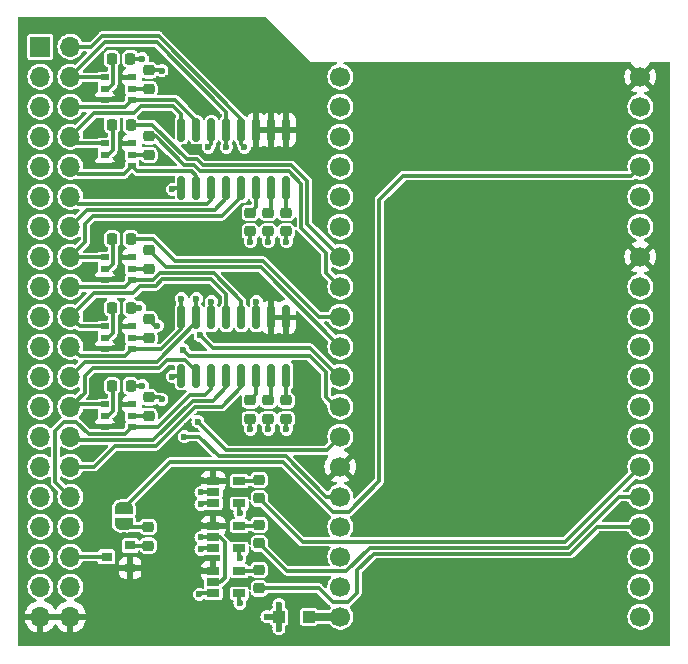
<source format=gbr>
%TF.GenerationSoftware,KiCad,Pcbnew,7.0.6*%
%TF.CreationDate,2023-11-28T22:30:31+01:00*%
%TF.ProjectId,blue_64,626c7565-5f36-4342-9e6b-696361645f70,rev?*%
%TF.SameCoordinates,Original*%
%TF.FileFunction,Copper,L4,Bot*%
%TF.FilePolarity,Positive*%
%FSLAX46Y46*%
G04 Gerber Fmt 4.6, Leading zero omitted, Abs format (unit mm)*
G04 Created by KiCad (PCBNEW 7.0.6) date 2023-11-28 22:30:31*
%MOMM*%
%LPD*%
G01*
G04 APERTURE LIST*
G04 Aperture macros list*
%AMRoundRect*
0 Rectangle with rounded corners*
0 $1 Rounding radius*
0 $2 $3 $4 $5 $6 $7 $8 $9 X,Y pos of 4 corners*
0 Add a 4 corners polygon primitive as box body*
4,1,4,$2,$3,$4,$5,$6,$7,$8,$9,$2,$3,0*
0 Add four circle primitives for the rounded corners*
1,1,$1+$1,$2,$3*
1,1,$1+$1,$4,$5*
1,1,$1+$1,$6,$7*
1,1,$1+$1,$8,$9*
0 Add four rect primitives between the rounded corners*
20,1,$1+$1,$2,$3,$4,$5,0*
20,1,$1+$1,$4,$5,$6,$7,0*
20,1,$1+$1,$6,$7,$8,$9,0*
20,1,$1+$1,$8,$9,$2,$3,0*%
%AMFreePoly0*
4,1,19,0.500000,-0.750000,0.000000,-0.750000,0.000000,-0.744911,-0.071157,-0.744911,-0.207708,-0.704816,-0.327430,-0.627875,-0.420627,-0.520320,-0.479746,-0.390866,-0.500000,-0.250000,-0.500000,0.250000,-0.479746,0.390866,-0.420627,0.520320,-0.327430,0.627875,-0.207708,0.704816,-0.071157,0.744911,0.000000,0.744911,0.000000,0.750000,0.500000,0.750000,0.500000,-0.750000,0.500000,-0.750000,
$1*%
%AMFreePoly1*
4,1,19,0.000000,0.744911,0.071157,0.744911,0.207708,0.704816,0.327430,0.627875,0.420627,0.520320,0.479746,0.390866,0.500000,0.250000,0.500000,-0.250000,0.479746,-0.390866,0.420627,-0.520320,0.327430,-0.627875,0.207708,-0.704816,0.071157,-0.744911,0.000000,-0.744911,0.000000,-0.750000,-0.500000,-0.750000,-0.500000,0.750000,0.000000,0.750000,0.000000,0.744911,0.000000,0.744911,
$1*%
G04 Aperture macros list end*
%TA.AperFunction,ComponentPad*%
%ADD10R,1.700000X1.700000*%
%TD*%
%TA.AperFunction,ComponentPad*%
%ADD11O,1.700000X1.700000*%
%TD*%
%TA.AperFunction,ComponentPad*%
%ADD12C,1.700000*%
%TD*%
%TA.AperFunction,SMDPad,CuDef*%
%ADD13RoundRect,0.218750X0.256250X-0.218750X0.256250X0.218750X-0.256250X0.218750X-0.256250X-0.218750X0*%
%TD*%
%TA.AperFunction,SMDPad,CuDef*%
%ADD14RoundRect,0.218750X0.218750X0.256250X-0.218750X0.256250X-0.218750X-0.256250X0.218750X-0.256250X0*%
%TD*%
%TA.AperFunction,SMDPad,CuDef*%
%ADD15R,0.700000X0.510000*%
%TD*%
%TA.AperFunction,SMDPad,CuDef*%
%ADD16RoundRect,0.218750X-0.256250X0.218750X-0.256250X-0.218750X0.256250X-0.218750X0.256250X0.218750X0*%
%TD*%
%TA.AperFunction,SMDPad,CuDef*%
%ADD17R,1.000000X1.000000*%
%TD*%
%TA.AperFunction,SMDPad,CuDef*%
%ADD18R,1.060000X0.650000*%
%TD*%
%TA.AperFunction,SMDPad,CuDef*%
%ADD19RoundRect,0.150000X-0.150000X0.825000X-0.150000X-0.825000X0.150000X-0.825000X0.150000X0.825000X0*%
%TD*%
%TA.AperFunction,SMDPad,CuDef*%
%ADD20FreePoly0,270.000000*%
%TD*%
%TA.AperFunction,SMDPad,CuDef*%
%ADD21FreePoly1,270.000000*%
%TD*%
%TA.AperFunction,SMDPad,CuDef*%
%ADD22R,0.900000X0.800000*%
%TD*%
%TA.AperFunction,ViaPad*%
%ADD23C,0.600000*%
%TD*%
%TA.AperFunction,Conductor*%
%ADD24C,0.300000*%
%TD*%
%TA.AperFunction,Conductor*%
%ADD25C,0.500000*%
%TD*%
%TA.AperFunction,Conductor*%
%ADD26C,0.700000*%
%TD*%
G04 APERTURE END LIST*
D10*
X71120000Y-50800000D03*
D11*
X73660000Y-50800000D03*
X71120000Y-53340000D03*
X73660000Y-53340000D03*
X71120000Y-55880000D03*
X73660000Y-55880000D03*
X71120000Y-58420000D03*
X73660000Y-58420000D03*
X71120000Y-60960000D03*
X73660000Y-60960000D03*
X71120000Y-63500000D03*
X73660000Y-63500000D03*
X71120000Y-66040000D03*
X73660000Y-66040000D03*
X71120000Y-68580000D03*
X73660000Y-68580000D03*
X71120000Y-71120000D03*
X73660000Y-71120000D03*
X71120000Y-73660000D03*
X73660000Y-73660000D03*
X71120000Y-76200000D03*
X73660000Y-76200000D03*
X71120000Y-78740000D03*
X73660000Y-78740000D03*
X71120000Y-81280000D03*
X73660000Y-81280000D03*
X71120000Y-83820000D03*
X73660000Y-83820000D03*
X71120000Y-86360000D03*
X73660000Y-86360000D03*
X71120000Y-88900000D03*
X73660000Y-88900000D03*
X71120000Y-91440000D03*
X73660000Y-91440000D03*
X71120000Y-93980000D03*
X73660000Y-93980000D03*
X71120000Y-96520000D03*
X73660000Y-96520000D03*
X71120000Y-99060000D03*
X73660000Y-99060000D03*
D12*
X121920000Y-86360000D03*
X121920000Y-88900000D03*
X96520000Y-53340000D03*
X121920000Y-83820000D03*
X121920000Y-76200000D03*
X96520000Y-99060000D03*
X96520000Y-83820000D03*
X96520000Y-88900000D03*
X96520000Y-81280000D03*
X121920000Y-91440000D03*
X121920000Y-81280000D03*
X121920000Y-78740000D03*
X121920000Y-73660000D03*
X121920000Y-71120000D03*
X121920000Y-66040000D03*
X121920000Y-58420000D03*
X121920000Y-55880000D03*
X96520000Y-73660000D03*
X96520000Y-76200000D03*
X96520000Y-78740000D03*
X96520000Y-68580000D03*
X96520000Y-71120000D03*
X96520000Y-63500000D03*
X96520000Y-66040000D03*
X121920000Y-99060000D03*
X96520000Y-96520000D03*
X121920000Y-96520000D03*
X121920000Y-93980000D03*
X96520000Y-91440000D03*
X96520000Y-93980000D03*
X96520000Y-55880000D03*
X96520000Y-86360000D03*
X121920000Y-53340000D03*
X121920000Y-68580000D03*
X121920000Y-63500000D03*
X121920000Y-60960000D03*
X96520000Y-60960000D03*
X96520000Y-58420000D03*
D13*
X90424000Y-82321500D03*
X90424000Y-80746500D03*
D14*
X78765500Y-57404000D03*
X77190500Y-57404000D03*
D13*
X91948000Y-66446500D03*
X91948000Y-64871500D03*
D15*
X78884000Y-68646000D03*
X78884000Y-69596000D03*
X78884000Y-70546000D03*
X76564000Y-70546000D03*
X76564000Y-69596000D03*
X76564000Y-68646000D03*
D13*
X88900000Y-82321500D03*
X88900000Y-80746500D03*
X90424000Y-66446500D03*
X90424000Y-64871500D03*
D16*
X80314800Y-80492500D03*
X80314800Y-82067500D03*
D15*
X78884000Y-74488000D03*
X78884000Y-75438000D03*
X78884000Y-76388000D03*
X76564000Y-76388000D03*
X76564000Y-75438000D03*
X76564000Y-74488000D03*
D17*
X93833000Y-99060000D03*
X91333000Y-99060000D03*
D16*
X80264000Y-91465300D03*
X80264000Y-93040300D03*
X80314800Y-52806500D03*
X80314800Y-54381500D03*
D14*
X78765500Y-72898000D03*
X77190500Y-72898000D03*
D13*
X91948000Y-82321500D03*
X91948000Y-80746500D03*
X88900000Y-66446500D03*
X88900000Y-64871500D03*
D18*
X85768000Y-89469000D03*
X85768000Y-88519000D03*
X85768000Y-87569000D03*
X87968000Y-87569000D03*
X87968000Y-89469000D03*
D19*
X83058000Y-73725000D03*
X84328000Y-73725000D03*
X85598000Y-73725000D03*
X86868000Y-73725000D03*
X88138000Y-73725000D03*
X89408000Y-73725000D03*
X90678000Y-73725000D03*
X91948000Y-73725000D03*
X91948000Y-78675000D03*
X90678000Y-78675000D03*
X89408000Y-78675000D03*
X88138000Y-78675000D03*
X86868000Y-78675000D03*
X85598000Y-78675000D03*
X84328000Y-78675000D03*
X83058000Y-78675000D03*
D16*
X80314800Y-73888500D03*
X80314800Y-75463500D03*
X80314800Y-68046500D03*
X80314800Y-69621500D03*
D19*
X83058000Y-57850000D03*
X84328000Y-57850000D03*
X85598000Y-57850000D03*
X86868000Y-57850000D03*
X88138000Y-57850000D03*
X89408000Y-57850000D03*
X90678000Y-57850000D03*
X91948000Y-57850000D03*
X91948000Y-62800000D03*
X90678000Y-62800000D03*
X89408000Y-62800000D03*
X88138000Y-62800000D03*
X86868000Y-62800000D03*
X85598000Y-62800000D03*
X84328000Y-62800000D03*
X83058000Y-62800000D03*
D16*
X80314800Y-58394500D03*
X80314800Y-59969500D03*
D15*
X78884000Y-58994000D03*
X78884000Y-59944000D03*
X78884000Y-60894000D03*
X76564000Y-60894000D03*
X76564000Y-59944000D03*
X76564000Y-58994000D03*
D14*
X78765500Y-79502000D03*
X77190500Y-79502000D03*
D18*
X85768000Y-93279000D03*
X85768000Y-92329000D03*
X85768000Y-91379000D03*
X87968000Y-91379000D03*
X87968000Y-93279000D03*
D14*
X78765500Y-67056000D03*
X77190500Y-67056000D03*
D20*
X78181200Y-89875600D03*
D21*
X78181200Y-91175600D03*
D13*
X89662000Y-96672500D03*
X89662000Y-95097500D03*
D14*
X78740000Y-51816000D03*
X77165000Y-51816000D03*
D13*
X89662000Y-92862500D03*
X89662000Y-91287500D03*
D15*
X78884000Y-53406000D03*
X78884000Y-54356000D03*
X78884000Y-55306000D03*
X76564000Y-55306000D03*
X76564000Y-54356000D03*
X76564000Y-53406000D03*
D22*
X78724000Y-93030000D03*
X78724000Y-94930000D03*
X76724000Y-93980000D03*
D15*
X78884000Y-81092000D03*
X78884000Y-82042000D03*
X78884000Y-82992000D03*
X76564000Y-82992000D03*
X76564000Y-82042000D03*
X76564000Y-81092000D03*
D13*
X89662000Y-89052500D03*
X89662000Y-87477500D03*
D18*
X85768000Y-97089000D03*
X85768000Y-96139000D03*
X85768000Y-95189000D03*
X87968000Y-95189000D03*
X87968000Y-97089000D03*
D23*
X98171000Y-73914000D03*
X111887000Y-99695000D03*
X106172000Y-73152000D03*
X81153000Y-99949000D03*
X75692000Y-82931000D03*
X84201000Y-90170000D03*
X101219000Y-73279000D03*
X84201000Y-97917000D03*
X81915000Y-53467000D03*
X108331000Y-95758000D03*
X108839000Y-87503000D03*
X117094000Y-71247000D03*
X113665000Y-95631000D03*
X79883000Y-94869000D03*
X110744000Y-55245000D03*
X94234000Y-58674000D03*
X114554000Y-67183000D03*
X72390000Y-80010000D03*
X89789000Y-67945000D03*
X83566000Y-82931000D03*
X79629000Y-62865000D03*
X72390000Y-74930000D03*
X106172000Y-84201000D03*
X92583000Y-93853000D03*
X101219000Y-83947000D03*
X75819000Y-73025000D03*
X98679000Y-71120000D03*
X120269000Y-76200000D03*
X113157000Y-73279000D03*
X93980000Y-90932000D03*
X98679000Y-63500000D03*
X75692000Y-55245000D03*
X94488000Y-53213000D03*
X116078000Y-53340000D03*
X107188000Y-53467000D03*
X89535000Y-71501000D03*
X107061000Y-76708000D03*
X72390000Y-97790000D03*
X111506000Y-83947000D03*
X75311000Y-91440000D03*
X77470000Y-82931000D03*
X94361000Y-71120000D03*
X72390000Y-59690000D03*
X100838000Y-60198000D03*
X72390000Y-52070000D03*
X77470000Y-98298000D03*
X93472000Y-78105000D03*
X98679000Y-58420000D03*
X72390000Y-95250000D03*
X72390000Y-69850000D03*
X83058000Y-54356000D03*
X77470000Y-60833000D03*
X72390000Y-62230000D03*
X77470000Y-70485000D03*
X91948000Y-88773000D03*
X92456000Y-68072000D03*
X77470000Y-76327000D03*
X115570000Y-87757000D03*
X84709000Y-91313000D03*
X101727000Y-64135000D03*
X81788000Y-66294000D03*
X72390000Y-64770000D03*
X120650000Y-82423000D03*
X84836000Y-87503000D03*
X84455000Y-67691000D03*
X110490000Y-64008000D03*
X102997000Y-55372000D03*
X77978000Y-68580000D03*
X77978000Y-53340000D03*
X112014000Y-90805000D03*
X102743000Y-87503000D03*
X75692000Y-60833000D03*
X92710000Y-83566000D03*
X87503000Y-96139000D03*
X105537000Y-99695000D03*
X75819000Y-57785000D03*
X116967000Y-60325000D03*
X80264000Y-78740000D03*
X81153000Y-97028000D03*
X88646000Y-54229000D03*
X91948000Y-59690000D03*
X103759000Y-79502000D03*
X77978000Y-58928000D03*
X84836000Y-56007000D03*
X75692000Y-70485000D03*
X86995000Y-86741000D03*
X94488000Y-60960000D03*
X72390000Y-90170000D03*
X113792000Y-76581000D03*
X84074000Y-93980000D03*
X120269000Y-66040000D03*
X120269000Y-58420000D03*
X75311000Y-95250000D03*
X105283000Y-63500000D03*
X98933000Y-83820000D03*
X86995000Y-88519000D03*
X101346000Y-76835000D03*
X81407000Y-73660000D03*
X93472000Y-79883000D03*
X77978000Y-81026000D03*
X86487000Y-100076000D03*
X88138000Y-84201000D03*
X110490000Y-79502000D03*
X106045000Y-90805000D03*
X120269000Y-60960000D03*
X77978000Y-74422000D03*
X89408000Y-59690000D03*
X98679000Y-76200000D03*
X91694000Y-55499000D03*
X72390000Y-77470000D03*
X116967000Y-79248000D03*
X75692000Y-76327000D03*
X105791000Y-58547000D03*
X94361000Y-82296000D03*
X120269000Y-71120000D03*
X98679000Y-66040000D03*
X91059000Y-95758000D03*
X76835000Y-49022000D03*
X75438000Y-85090000D03*
X81153000Y-89408000D03*
X76835000Y-62865000D03*
X83820000Y-75692000D03*
X87630000Y-59690000D03*
X84328000Y-49784000D03*
X99568000Y-99822000D03*
X72390000Y-67310000D03*
X98679000Y-78740000D03*
X86106000Y-59690000D03*
X91948000Y-75438000D03*
X80391000Y-51308000D03*
X116713000Y-63627000D03*
X118872000Y-94488000D03*
X87503000Y-50419000D03*
X109982000Y-60071000D03*
X88392000Y-75438000D03*
X72390000Y-72390000D03*
X75311000Y-88900000D03*
X72390000Y-57150000D03*
X102235000Y-95758000D03*
X80010000Y-72136000D03*
X98679000Y-53340000D03*
X120269000Y-73660000D03*
X114427000Y-58166000D03*
X81534000Y-56896000D03*
X75819000Y-79375000D03*
X120650000Y-80137000D03*
X109982000Y-71374000D03*
X82550000Y-84836000D03*
X108839000Y-67183000D03*
X72390000Y-49530000D03*
X72390000Y-92710000D03*
X117856000Y-83693000D03*
X81280000Y-81534000D03*
X83947000Y-59436000D03*
X120269000Y-55880000D03*
X83693000Y-71501000D03*
X103632000Y-71247000D03*
X120269000Y-90424000D03*
X84709000Y-95123000D03*
X72390000Y-54610000D03*
X77470000Y-55245000D03*
X103759000Y-67183000D03*
X117475000Y-99314000D03*
X89789000Y-83820000D03*
X78359000Y-86741000D03*
X87503000Y-92329000D03*
X89789000Y-49149000D03*
X100584000Y-90932000D03*
X81280000Y-60579000D03*
X90297000Y-99060000D03*
X91313000Y-98044000D03*
X82296000Y-62865000D03*
X82296000Y-78740000D03*
X88011000Y-94107000D03*
X91313000Y-100076000D03*
X88011000Y-90297000D03*
X88011000Y-97917000D03*
X81407000Y-52832000D03*
X79756000Y-51816000D03*
X83185000Y-76454000D03*
X81026000Y-74422000D03*
X84645500Y-75247500D03*
X79502000Y-72898000D03*
X84455000Y-82550000D03*
X79756000Y-79502000D03*
X83312000Y-83820000D03*
X81407000Y-80645000D03*
X91948000Y-67310000D03*
X90424000Y-67310000D03*
X88900000Y-67310000D03*
X91948000Y-83185000D03*
X90424000Y-83185000D03*
X88900000Y-83185000D03*
X89408000Y-72390000D03*
X84709000Y-93345000D03*
X83058000Y-72136000D03*
X86868000Y-59309000D03*
X84709000Y-88519000D03*
X85598000Y-72390000D03*
X85344000Y-59309000D03*
X84709000Y-92329000D03*
X88392000Y-59309000D03*
X84328000Y-72136000D03*
X84709000Y-89535000D03*
X84582000Y-97155000D03*
D24*
X82361000Y-62800000D02*
X82296000Y-62865000D01*
D25*
X91333000Y-100056000D02*
X91313000Y-100076000D01*
X91333000Y-98064000D02*
X91313000Y-98044000D01*
D24*
X87968000Y-90254000D02*
X88011000Y-90297000D01*
D25*
X91333000Y-99060000D02*
X90297000Y-99060000D01*
D24*
X83058000Y-62800000D02*
X82361000Y-62800000D01*
D25*
X91333000Y-99060000D02*
X91333000Y-98064000D01*
D24*
X87968000Y-97089000D02*
X87968000Y-97874000D01*
X87968000Y-97874000D02*
X88011000Y-97917000D01*
X87968000Y-94064000D02*
X88011000Y-94107000D01*
X82361000Y-78675000D02*
X82296000Y-78740000D01*
X83058000Y-78675000D02*
X82361000Y-78675000D01*
X87968000Y-89469000D02*
X87968000Y-90254000D01*
D25*
X91333000Y-99060000D02*
X91333000Y-100056000D01*
D24*
X87968000Y-93279000D02*
X87968000Y-94064000D01*
X76724000Y-93980000D02*
X73660000Y-93980000D01*
X78734300Y-93040300D02*
X78724000Y-93030000D01*
X80264000Y-93040300D02*
X78734300Y-93040300D01*
X81737300Y-69469000D02*
X89789000Y-69469000D01*
X80314800Y-68046500D02*
X81737300Y-69469000D01*
X89789000Y-69469000D02*
X96520000Y-76200000D01*
X80314800Y-54381500D02*
X78909500Y-54381500D01*
X78909500Y-54381500D02*
X78884000Y-54356000D01*
X81381500Y-52806500D02*
X81407000Y-52832000D01*
X80314800Y-52806500D02*
X81381500Y-52806500D01*
X76835000Y-54356000D02*
X77264000Y-53927000D01*
X77264000Y-53927000D02*
X77264000Y-51915000D01*
X77264000Y-51915000D02*
X77165000Y-51816000D01*
X76564000Y-54356000D02*
X76835000Y-54356000D01*
X78740000Y-51816000D02*
X79756000Y-51816000D01*
D26*
X93833000Y-99060000D02*
X96520000Y-99060000D01*
D24*
X80314800Y-59969500D02*
X78909500Y-59969500D01*
X78909500Y-59969500D02*
X78884000Y-59944000D01*
X92171107Y-61341000D02*
X93218000Y-62387893D01*
X95320000Y-68269000D02*
X95320000Y-69920000D01*
X84654106Y-61341000D02*
X92171107Y-61341000D01*
X80873500Y-58394500D02*
X83320000Y-60841000D01*
X95320000Y-69920000D02*
X96520000Y-71120000D01*
X80314800Y-58394500D02*
X80873500Y-58394500D01*
X84154106Y-60841000D02*
X84654106Y-61341000D01*
X93218000Y-66167000D02*
X95320000Y-68269000D01*
X83320000Y-60841000D02*
X84154106Y-60841000D01*
X93218000Y-62387893D02*
X93218000Y-66167000D01*
X76564000Y-59944000D02*
X76835000Y-59944000D01*
X77264000Y-57477500D02*
X77190500Y-57404000D01*
X76835000Y-59944000D02*
X77264000Y-59515000D01*
X77264000Y-59515000D02*
X77264000Y-57477500D01*
X80603634Y-57404000D02*
X83540634Y-60341000D01*
X84861212Y-60841000D02*
X92378214Y-60841000D01*
X93726000Y-65786000D02*
X96520000Y-68580000D01*
X83540634Y-60341000D02*
X84361212Y-60341000D01*
X93726000Y-62188787D02*
X93726000Y-65786000D01*
X78765500Y-57404000D02*
X80603634Y-57404000D01*
X92378214Y-60841000D02*
X93726000Y-62188787D01*
X84361212Y-60341000D02*
X84861212Y-60841000D01*
X80314800Y-69621500D02*
X78909500Y-69621500D01*
X78909500Y-69621500D02*
X78884000Y-69596000D01*
X78765500Y-67056000D02*
X80645000Y-67056000D01*
X94687106Y-73660000D02*
X96520000Y-73660000D01*
X82550000Y-68961000D02*
X89988106Y-68961000D01*
X89988106Y-68961000D02*
X94687106Y-73660000D01*
X80645000Y-67056000D02*
X82550000Y-68961000D01*
X77264000Y-69167000D02*
X77264000Y-67129500D01*
X76564000Y-69596000D02*
X76835000Y-69596000D01*
X77264000Y-67129500D02*
X77190500Y-67056000D01*
X76835000Y-69596000D02*
X77264000Y-69167000D01*
X95320000Y-78374106D02*
X95320000Y-80461000D01*
X93907894Y-76962000D02*
X95320000Y-78374106D01*
X80848300Y-74422000D02*
X80314800Y-73888500D01*
X95320000Y-80461000D02*
X96139000Y-81280000D01*
X83185000Y-76454000D02*
X83226214Y-76454000D01*
X83734214Y-76962000D02*
X93907894Y-76962000D01*
X96139000Y-81280000D02*
X96520000Y-81280000D01*
X83226214Y-76454000D02*
X83734214Y-76962000D01*
X81026000Y-74422000D02*
X80848300Y-74422000D01*
X80314800Y-75463500D02*
X78909500Y-75463500D01*
X78909500Y-75463500D02*
X78884000Y-75438000D01*
X84645500Y-75247500D02*
X85725000Y-76327000D01*
X85725000Y-76327000D02*
X93980000Y-76327000D01*
X79502000Y-72898000D02*
X78765500Y-72898000D01*
X96393000Y-78740000D02*
X96520000Y-78740000D01*
X93980000Y-76327000D02*
X96393000Y-78740000D01*
X76835000Y-75438000D02*
X77264000Y-75009000D01*
X77264000Y-72971500D02*
X77190500Y-72898000D01*
X76564000Y-75438000D02*
X76835000Y-75438000D01*
X77264000Y-75009000D02*
X77264000Y-72971500D01*
X86876000Y-84971000D02*
X95369000Y-84971000D01*
X84455000Y-82550000D02*
X86876000Y-84971000D01*
X95369000Y-84971000D02*
X96520000Y-83820000D01*
X78765500Y-79502000D02*
X79756000Y-79502000D01*
X78909500Y-82067500D02*
X78884000Y-82042000D01*
X80314800Y-82067500D02*
X78909500Y-82067500D01*
X81254500Y-80492500D02*
X81407000Y-80645000D01*
X95322106Y-88900000D02*
X96520000Y-88900000D01*
X91893106Y-85471000D02*
X95322106Y-88900000D01*
X80314800Y-80492500D02*
X81254500Y-80492500D01*
X84582000Y-83820000D02*
X86233000Y-85471000D01*
X86233000Y-85471000D02*
X91893106Y-85471000D01*
X83312000Y-83820000D02*
X84582000Y-83820000D01*
X76564000Y-82042000D02*
X76835000Y-82042000D01*
X76835000Y-82042000D02*
X77264000Y-81613000D01*
X77264000Y-81613000D02*
X77264000Y-79575500D01*
X77264000Y-79575500D02*
X77190500Y-79502000D01*
X91948000Y-66446500D02*
X91948000Y-67310000D01*
X89408000Y-64363500D02*
X88900000Y-64871500D01*
X89408000Y-62800000D02*
X89408000Y-64363500D01*
X90424000Y-66446500D02*
X90424000Y-67310000D01*
X90678000Y-62800000D02*
X90678000Y-64617500D01*
X90678000Y-64617500D02*
X90424000Y-64871500D01*
X88900000Y-66446500D02*
X88900000Y-67310000D01*
X91948000Y-62800000D02*
X91948000Y-64871500D01*
X91948000Y-82321500D02*
X91948000Y-83185000D01*
X89408000Y-80238500D02*
X88900000Y-80746500D01*
X89408000Y-78675000D02*
X89408000Y-80238500D01*
X90424000Y-82321500D02*
X90424000Y-83185000D01*
X90678000Y-80492500D02*
X90424000Y-80746500D01*
X90678000Y-78675000D02*
X90678000Y-80492500D01*
X88900000Y-82321500D02*
X88900000Y-83185000D01*
X91948000Y-78675000D02*
X91948000Y-80746500D01*
X89662000Y-89052500D02*
X93319500Y-92710000D01*
X93319500Y-92710000D02*
X115570000Y-92710000D01*
X115570000Y-92710000D02*
X121920000Y-86360000D01*
X87968000Y-87569000D02*
X89570500Y-87569000D01*
X89570500Y-87569000D02*
X89662000Y-87477500D01*
X78470900Y-91465300D02*
X78181200Y-91175600D01*
X80264000Y-91465300D02*
X78470900Y-91465300D01*
X89408000Y-73725000D02*
X89408000Y-72390000D01*
X76564000Y-81092000D02*
X73848000Y-81092000D01*
X84328000Y-78675000D02*
X84328000Y-78262893D01*
X73848000Y-81092000D02*
X73660000Y-81280000D01*
X83408107Y-77343000D02*
X81829214Y-77343000D01*
X81829214Y-77343000D02*
X81179214Y-77993000D01*
X75550000Y-77993000D02*
X74860000Y-78683000D01*
X81179214Y-77993000D02*
X75550000Y-77993000D01*
X74860000Y-78683000D02*
X74860000Y-80080000D01*
X74860000Y-80080000D02*
X73660000Y-81280000D01*
X84328000Y-78262893D02*
X83408107Y-77343000D01*
X75215000Y-83597000D02*
X74168000Y-82550000D01*
X72390000Y-83312000D02*
X72390000Y-87630000D01*
X83802788Y-80264000D02*
X81074788Y-82992000D01*
X81074788Y-82992000D02*
X78884000Y-82992000D01*
X73152000Y-82550000D02*
X72390000Y-83312000D01*
X72390000Y-87630000D02*
X73660000Y-88900000D01*
X85090000Y-80264000D02*
X83802788Y-80264000D01*
X74168000Y-82550000D02*
X73152000Y-82550000D01*
X85598000Y-79756000D02*
X85090000Y-80264000D01*
X78884000Y-82992000D02*
X78279000Y-83597000D01*
X78279000Y-83597000D02*
X75215000Y-83597000D01*
X85598000Y-78675000D02*
X85598000Y-79756000D01*
X84775000Y-93279000D02*
X84709000Y-93345000D01*
X85768000Y-93279000D02*
X84775000Y-93279000D01*
X83058000Y-74676000D02*
X81346000Y-76388000D01*
X74453000Y-76993000D02*
X73660000Y-76200000D01*
X78884000Y-76388000D02*
X78279000Y-76993000D01*
X83058000Y-72136000D02*
X83058000Y-73725000D01*
X78279000Y-76993000D02*
X74453000Y-76993000D01*
X81346000Y-76388000D02*
X78884000Y-76388000D01*
X83058000Y-73725000D02*
X83058000Y-74676000D01*
X76564000Y-74488000D02*
X74488000Y-74488000D01*
X86868000Y-71755000D02*
X85582000Y-70469000D01*
X86868000Y-73725000D02*
X86868000Y-71755000D01*
X78979000Y-71651000D02*
X75669000Y-71651000D01*
X81453740Y-70469000D02*
X80876740Y-71046000D01*
X79584000Y-71046000D02*
X78979000Y-71651000D01*
X74488000Y-74488000D02*
X73660000Y-73660000D01*
X85582000Y-70469000D02*
X81453740Y-70469000D01*
X80876740Y-71046000D02*
X79584000Y-71046000D01*
X75669000Y-71651000D02*
X73660000Y-73660000D01*
X88138000Y-72317894D02*
X85789106Y-69969000D01*
X73691000Y-71151000D02*
X73660000Y-71120000D01*
X78279000Y-71151000D02*
X73691000Y-71151000D01*
X80669634Y-70546000D02*
X78884000Y-70546000D01*
X88138000Y-73725000D02*
X88138000Y-72317894D01*
X81246634Y-69969000D02*
X80669634Y-70546000D01*
X85789106Y-69969000D02*
X81246634Y-69969000D01*
X78884000Y-70546000D02*
X78279000Y-71151000D01*
X79331000Y-61341000D02*
X78884000Y-60894000D01*
X78884000Y-60894000D02*
X78183000Y-61595000D01*
X78183000Y-61595000D02*
X74295000Y-61595000D01*
X84328000Y-61722000D02*
X83947000Y-61341000D01*
X84328000Y-62800000D02*
X84328000Y-61722000D01*
X74295000Y-61595000D02*
X73660000Y-60960000D01*
X83947000Y-61341000D02*
X79331000Y-61341000D01*
X82349000Y-55806000D02*
X79658000Y-55806000D01*
X76564000Y-58994000D02*
X74234000Y-58994000D01*
X79658000Y-55806000D02*
X79053000Y-56411000D01*
X75669000Y-56411000D02*
X73660000Y-58420000D01*
X74234000Y-58994000D02*
X73660000Y-58420000D01*
X83058000Y-56515000D02*
X82349000Y-55806000D01*
X83058000Y-57850000D02*
X83058000Y-56515000D01*
X79053000Y-56411000D02*
X75669000Y-56411000D01*
X82556106Y-55306000D02*
X78884000Y-55306000D01*
X84328000Y-57077894D02*
X82556106Y-55306000D01*
X78884000Y-55306000D02*
X78279000Y-55911000D01*
X84328000Y-57850000D02*
X84328000Y-57077894D01*
X73691000Y-55911000D02*
X73660000Y-55880000D01*
X78279000Y-55911000D02*
X73691000Y-55911000D01*
X80953894Y-50419000D02*
X76581000Y-50419000D01*
X85768000Y-88519000D02*
X84709000Y-88519000D01*
X73726000Y-53406000D02*
X73660000Y-53340000D01*
X76564000Y-53406000D02*
X73726000Y-53406000D01*
X76581000Y-50419000D02*
X73660000Y-53340000D01*
X86868000Y-57850000D02*
X86868000Y-56333106D01*
X86868000Y-59309000D02*
X86868000Y-57850000D01*
X86868000Y-56333106D02*
X80953894Y-50419000D01*
X75591000Y-65125000D02*
X74930000Y-65786000D01*
X73726000Y-68646000D02*
X73660000Y-68580000D01*
X74930000Y-65786000D02*
X74930000Y-67310000D01*
X74930000Y-67310000D02*
X73660000Y-68580000D01*
X86513000Y-65125000D02*
X75591000Y-65125000D01*
X88138000Y-62800000D02*
X88138000Y-63500000D01*
X76564000Y-68646000D02*
X73726000Y-68646000D01*
X88138000Y-63500000D02*
X86513000Y-65125000D01*
X86868000Y-63627000D02*
X85870000Y-64625000D01*
X86868000Y-62800000D02*
X86868000Y-63627000D01*
X75075000Y-64625000D02*
X73660000Y-66040000D01*
X85870000Y-64625000D02*
X75075000Y-64625000D01*
X85598000Y-59055000D02*
X85598000Y-57850000D01*
X85344000Y-59309000D02*
X85598000Y-59055000D01*
X85598000Y-72390000D02*
X85598000Y-73725000D01*
X76327000Y-49911000D02*
X75438000Y-50800000D01*
X88138000Y-56896000D02*
X81153000Y-49911000D01*
X75438000Y-50800000D02*
X73660000Y-50800000D01*
X88138000Y-57850000D02*
X88138000Y-56896000D01*
X86360000Y-96139000D02*
X85768000Y-96139000D01*
X85768000Y-92329000D02*
X84709000Y-92329000D01*
X86296500Y-92329000D02*
X86741000Y-92773500D01*
X88392000Y-59309000D02*
X88138000Y-59055000D01*
X88138000Y-59055000D02*
X88138000Y-57850000D01*
X86741000Y-92773500D02*
X86741000Y-95758000D01*
X85768000Y-92329000D02*
X86296500Y-92329000D01*
X86741000Y-95758000D02*
X86360000Y-96139000D01*
X81153000Y-49911000D02*
X76327000Y-49911000D01*
X85598000Y-63754000D02*
X85227000Y-64125000D01*
X74285000Y-64125000D02*
X73660000Y-63500000D01*
X85598000Y-62800000D02*
X85598000Y-63754000D01*
X85227000Y-64125000D02*
X74285000Y-64125000D01*
X88138000Y-78675000D02*
X88138000Y-79629000D01*
X86503000Y-81264000D02*
X84217000Y-81264000D01*
X75692000Y-86360000D02*
X73660000Y-86360000D01*
X84217000Y-81264000D02*
X80884000Y-84597000D01*
X80884000Y-84597000D02*
X77455000Y-84597000D01*
X88138000Y-79629000D02*
X86503000Y-81264000D01*
X77455000Y-84597000D02*
X75692000Y-86360000D01*
X85768000Y-89469000D02*
X84775000Y-89469000D01*
X84775000Y-89469000D02*
X84709000Y-89535000D01*
X74907000Y-77493000D02*
X73660000Y-78740000D01*
X80972107Y-77493000D02*
X74907000Y-77493000D01*
X84328000Y-73725000D02*
X84328000Y-74137107D01*
X84328000Y-72136000D02*
X84328000Y-73725000D01*
X84328000Y-74137107D02*
X80972107Y-77493000D01*
X80676894Y-84097000D02*
X73937000Y-84097000D01*
X86868000Y-78675000D02*
X86868000Y-79629000D01*
X85733000Y-80764000D02*
X84009894Y-80764000D01*
X84648000Y-97089000D02*
X84582000Y-97155000D01*
X85768000Y-97089000D02*
X84648000Y-97089000D01*
X84009894Y-80764000D02*
X80676894Y-84097000D01*
X73937000Y-84097000D02*
X73660000Y-83820000D01*
X86868000Y-79629000D02*
X85733000Y-80764000D01*
X97218500Y-90170000D02*
X95885000Y-90170000D01*
X82077800Y-85979000D02*
X78181200Y-89875600D01*
X121158000Y-61722000D02*
X101854000Y-61722000D01*
X99822000Y-63754000D02*
X99822000Y-87566500D01*
X95885000Y-90170000D02*
X91694000Y-85979000D01*
X99822000Y-87566500D02*
X97218500Y-90170000D01*
X121920000Y-60960000D02*
X121158000Y-61722000D01*
X101854000Y-61722000D02*
X99822000Y-63754000D01*
X91694000Y-85979000D02*
X82077800Y-85979000D01*
X89662000Y-92862500D02*
X91979500Y-95180000D01*
X91979500Y-95180000D02*
X97017057Y-95180000D01*
X97017057Y-95180000D02*
X98987057Y-93210000D01*
X115777106Y-93210000D02*
X120087106Y-88900000D01*
X98987057Y-93210000D02*
X115777106Y-93210000D01*
X120087106Y-88900000D02*
X121920000Y-88900000D01*
X89570500Y-91379000D02*
X89662000Y-91287500D01*
X87968000Y-91379000D02*
X89570500Y-91379000D01*
X97155000Y-97790000D02*
X97917000Y-97028000D01*
X89662000Y-96672500D02*
X89687500Y-96647000D01*
X99330000Y-93710000D02*
X115984212Y-93710000D01*
X89687500Y-96647000D02*
X94718971Y-96647000D01*
X95861971Y-97790000D02*
X97155000Y-97790000D01*
X115984212Y-93710000D02*
X118254212Y-91440000D01*
X118254212Y-91440000D02*
X121920000Y-91440000D01*
X97917000Y-95123000D02*
X99330000Y-93710000D01*
X94718971Y-96647000D02*
X95861971Y-97790000D01*
X97917000Y-97028000D02*
X97917000Y-95123000D01*
X89570500Y-95189000D02*
X89662000Y-95097500D01*
X87968000Y-95189000D02*
X89570500Y-95189000D01*
%TA.AperFunction,Conductor*%
G36*
X73200507Y-98850156D02*
G01*
X73160000Y-98988111D01*
X73160000Y-99131889D01*
X73200507Y-99269844D01*
X73226314Y-99310000D01*
X71553686Y-99310000D01*
X71579493Y-99269844D01*
X71620000Y-99131889D01*
X71620000Y-98988111D01*
X71579493Y-98850156D01*
X71553686Y-98810000D01*
X73226314Y-98810000D01*
X73200507Y-98850156D01*
G37*
%TD.AperFunction*%
%TA.AperFunction,Conductor*%
G36*
X95432123Y-85390407D02*
G01*
X95468087Y-85439907D01*
X95468087Y-85501093D01*
X95455028Y-85527284D01*
X95346398Y-85682424D01*
X95346394Y-85682432D01*
X95246570Y-85896505D01*
X95185429Y-86124686D01*
X95164843Y-86359996D01*
X95164843Y-86360003D01*
X95185429Y-86595313D01*
X95246569Y-86823489D01*
X95346399Y-87037577D01*
X95405072Y-87121372D01*
X96036922Y-86489522D01*
X96060507Y-86569844D01*
X96138239Y-86690798D01*
X96246900Y-86784952D01*
X96377685Y-86844680D01*
X96387466Y-86846086D01*
X95758626Y-87474926D01*
X95842422Y-87533600D01*
X96056509Y-87633430D01*
X96169518Y-87663711D01*
X96220832Y-87697035D01*
X96242759Y-87754156D01*
X96226924Y-87813257D01*
X96179657Y-87851653D01*
X96027363Y-87910652D01*
X95853959Y-88018019D01*
X95703236Y-88155421D01*
X95663387Y-88208188D01*
X95580328Y-88318177D01*
X95580325Y-88318182D01*
X95550692Y-88377694D01*
X95507829Y-88421356D01*
X95447488Y-88431485D01*
X95392717Y-88404212D01*
X95392067Y-88403569D01*
X92529003Y-85540504D01*
X92501226Y-85485987D01*
X92510797Y-85425555D01*
X92554062Y-85382290D01*
X92599007Y-85371500D01*
X95373932Y-85371500D01*
X95432123Y-85390407D01*
G37*
%TD.AperFunction*%
%TA.AperFunction,Conductor*%
G36*
X76807290Y-84516407D02*
G01*
X76843254Y-84565907D01*
X76843254Y-84627093D01*
X76819103Y-84666504D01*
X75555103Y-85930504D01*
X75500586Y-85958281D01*
X75485099Y-85959500D01*
X74751258Y-85959500D01*
X74693067Y-85940593D01*
X74662637Y-85904628D01*
X74599676Y-85778186D01*
X74599673Y-85778179D01*
X74476764Y-85615421D01*
X74326041Y-85478019D01*
X74152637Y-85370652D01*
X73962456Y-85296976D01*
X73962455Y-85296975D01*
X73962453Y-85296975D01*
X73761976Y-85259500D01*
X73558024Y-85259500D01*
X73357546Y-85296975D01*
X73352190Y-85299050D01*
X73167363Y-85370652D01*
X73016580Y-85464013D01*
X72993956Y-85478021D01*
X72956195Y-85512445D01*
X72900454Y-85537675D01*
X72840528Y-85525322D01*
X72799308Y-85480106D01*
X72790500Y-85439283D01*
X72790500Y-84740716D01*
X72809407Y-84682525D01*
X72858907Y-84646561D01*
X72920093Y-84646561D01*
X72956194Y-84667554D01*
X72993959Y-84701981D01*
X73167363Y-84809348D01*
X73357544Y-84883024D01*
X73558024Y-84920500D01*
X73761976Y-84920500D01*
X73962456Y-84883024D01*
X74152637Y-84809348D01*
X74326041Y-84701981D01*
X74476764Y-84564579D01*
X74497712Y-84536838D01*
X74547869Y-84501796D01*
X74576716Y-84497500D01*
X76749099Y-84497500D01*
X76807290Y-84516407D01*
G37*
%TD.AperFunction*%
%TA.AperFunction,Conductor*%
G36*
X82466691Y-77762407D02*
G01*
X82502655Y-77811907D01*
X82507500Y-77842500D01*
X82507500Y-78099706D01*
X82488593Y-78157897D01*
X82439093Y-78193861D01*
X82395578Y-78197859D01*
X82296001Y-78184750D01*
X82296000Y-78184750D01*
X82152291Y-78203669D01*
X82152290Y-78203670D01*
X82018378Y-78259137D01*
X82018374Y-78259139D01*
X81903381Y-78347377D01*
X81903377Y-78347381D01*
X81815139Y-78462374D01*
X81815137Y-78462378D01*
X81759670Y-78596290D01*
X81759669Y-78596291D01*
X81740750Y-78739999D01*
X81740750Y-78740000D01*
X81759669Y-78883708D01*
X81759670Y-78883709D01*
X81814370Y-79015770D01*
X81815139Y-79017625D01*
X81903379Y-79132621D01*
X82018375Y-79220861D01*
X82152291Y-79276330D01*
X82295999Y-79295250D01*
X82295999Y-79295249D01*
X82296000Y-79295250D01*
X82395578Y-79282140D01*
X82455738Y-79293290D01*
X82497856Y-79337672D01*
X82507500Y-79380292D01*
X82507500Y-79531520D01*
X82507501Y-79531523D01*
X82522352Y-79625299D01*
X82522354Y-79625304D01*
X82579950Y-79738342D01*
X82669658Y-79828050D01*
X82782696Y-79885646D01*
X82876481Y-79900500D01*
X83239518Y-79900499D01*
X83239520Y-79900499D01*
X83239521Y-79900498D01*
X83287866Y-79892842D01*
X83333299Y-79885647D01*
X83333301Y-79885646D01*
X83333304Y-79885646D01*
X83350188Y-79877042D01*
X83410619Y-79867469D01*
X83465136Y-79895245D01*
X83492916Y-79949761D01*
X83483346Y-80010193D01*
X83465139Y-80035255D01*
X81209304Y-82291090D01*
X81154787Y-82318867D01*
X81094355Y-82309296D01*
X81051090Y-82266031D01*
X81040300Y-82221086D01*
X81040300Y-81803873D01*
X81039571Y-81797089D01*
X81034291Y-81747978D01*
X81030683Y-81738304D01*
X80987137Y-81621551D01*
X80941739Y-81560907D01*
X80906272Y-81513528D01*
X80800703Y-81434500D01*
X80798248Y-81432662D01*
X80671827Y-81385510D01*
X80671822Y-81385509D01*
X80671820Y-81385508D01*
X80671816Y-81385508D01*
X80646544Y-81382791D01*
X80615930Y-81379500D01*
X80013670Y-81379500D01*
X79986743Y-81382394D01*
X79957783Y-81385508D01*
X79957772Y-81385510D01*
X79867596Y-81419144D01*
X79806467Y-81421764D01*
X79755472Y-81387953D01*
X79734091Y-81330625D01*
X79734000Y-81326386D01*
X79734000Y-81233613D01*
X79752907Y-81175422D01*
X79802407Y-81139458D01*
X79863593Y-81139458D01*
X79867581Y-81140849D01*
X79957778Y-81174491D01*
X80013670Y-81180500D01*
X80013674Y-81180500D01*
X80615926Y-81180500D01*
X80615930Y-81180500D01*
X80671822Y-81174491D01*
X80718138Y-81157216D01*
X80798248Y-81127337D01*
X80798248Y-81127336D01*
X80798250Y-81127336D01*
X80906272Y-81046472D01*
X80906273Y-81046470D01*
X80906764Y-81046103D01*
X80964679Y-81026366D01*
X81023134Y-81044440D01*
X81026361Y-81046815D01*
X81129369Y-81125857D01*
X81129371Y-81125858D01*
X81129375Y-81125861D01*
X81263291Y-81181330D01*
X81406999Y-81200250D01*
X81406999Y-81200249D01*
X81407000Y-81200250D01*
X81550709Y-81181330D01*
X81684625Y-81125861D01*
X81799621Y-81037621D01*
X81887861Y-80922625D01*
X81943330Y-80788709D01*
X81962250Y-80645000D01*
X81949175Y-80545691D01*
X81943330Y-80501291D01*
X81887861Y-80367375D01*
X81799621Y-80252379D01*
X81684625Y-80164139D01*
X81684621Y-80164137D01*
X81550709Y-80108670D01*
X81550708Y-80108669D01*
X81407000Y-80089750D01*
X81406999Y-80089750D01*
X81360896Y-80095819D01*
X81325729Y-80092588D01*
X81325630Y-80093219D01*
X81317933Y-80092000D01*
X81317932Y-80092000D01*
X81070693Y-80092000D01*
X81012502Y-80073093D01*
X80993056Y-80050962D01*
X80991379Y-80052218D01*
X80980983Y-80038330D01*
X80906272Y-79938528D01*
X80883473Y-79921461D01*
X80798248Y-79857662D01*
X80671827Y-79810510D01*
X80671822Y-79810509D01*
X80671820Y-79810508D01*
X80671816Y-79810508D01*
X80646544Y-79807791D01*
X80615930Y-79804500D01*
X80615926Y-79804500D01*
X80374720Y-79804500D01*
X80316529Y-79785593D01*
X80280565Y-79736093D01*
X80280565Y-79674907D01*
X80283249Y-79667631D01*
X80292330Y-79645709D01*
X80311250Y-79502000D01*
X80311028Y-79500317D01*
X80292330Y-79358291D01*
X80236861Y-79224375D01*
X80148621Y-79109379D01*
X80033625Y-79021139D01*
X80033621Y-79021137D01*
X79899709Y-78965670D01*
X79899708Y-78965669D01*
X79756000Y-78946750D01*
X79612293Y-78965669D01*
X79491336Y-79015770D01*
X79430340Y-79020569D01*
X79378171Y-78988599D01*
X79374199Y-78983634D01*
X79319475Y-78910532D01*
X79319474Y-78910531D01*
X79319472Y-78910528D01*
X79214182Y-78831709D01*
X79211448Y-78829662D01*
X79085027Y-78782510D01*
X79085022Y-78782509D01*
X79085020Y-78782508D01*
X79085016Y-78782508D01*
X79059744Y-78779791D01*
X79029130Y-78776500D01*
X78501870Y-78776500D01*
X78474943Y-78779394D01*
X78445983Y-78782508D01*
X78445972Y-78782510D01*
X78319551Y-78829662D01*
X78211531Y-78910525D01*
X78211525Y-78910531D01*
X78130662Y-79018551D01*
X78083510Y-79144972D01*
X78083508Y-79144983D01*
X78077500Y-79200873D01*
X78077500Y-79803126D01*
X78077499Y-79803126D01*
X78083508Y-79859016D01*
X78083510Y-79859027D01*
X78130662Y-79985448D01*
X78201364Y-80079895D01*
X78211528Y-80093472D01*
X78235830Y-80111664D01*
X78319551Y-80174337D01*
X78351033Y-80186079D01*
X78398948Y-80224129D01*
X78415346Y-80283076D01*
X78393964Y-80340404D01*
X78351034Y-80371595D01*
X78291909Y-80393647D01*
X78176815Y-80479807D01*
X78176807Y-80479815D01*
X78090647Y-80594909D01*
X78090646Y-80594911D01*
X78040403Y-80729618D01*
X78040401Y-80729629D01*
X78034000Y-80789175D01*
X78034000Y-80841999D01*
X78034001Y-80842000D01*
X79035000Y-80842000D01*
X79093191Y-80860907D01*
X79129155Y-80910407D01*
X79134000Y-80941000D01*
X79134000Y-81243000D01*
X79115093Y-81301191D01*
X79065593Y-81337155D01*
X79035000Y-81342000D01*
X78034000Y-81342000D01*
X78034000Y-81394824D01*
X78033999Y-81394824D01*
X78040401Y-81454370D01*
X78040403Y-81454381D01*
X78090646Y-81589088D01*
X78090647Y-81589090D01*
X78176807Y-81704184D01*
X78176814Y-81704191D01*
X78243828Y-81754357D01*
X78279082Y-81804366D01*
X78283500Y-81833611D01*
X78283499Y-82321672D01*
X78283501Y-82321684D01*
X78298033Y-82394736D01*
X78298035Y-82394742D01*
X78342974Y-82461999D01*
X78359582Y-82520888D01*
X78342974Y-82572001D01*
X78298035Y-82639257D01*
X78298033Y-82639263D01*
X78283501Y-82712315D01*
X78283500Y-82712327D01*
X78283500Y-82985099D01*
X78264593Y-83043290D01*
X78254504Y-83055103D01*
X78142103Y-83167504D01*
X78087586Y-83195281D01*
X78072099Y-83196500D01*
X75421901Y-83196500D01*
X75363710Y-83177593D01*
X75351897Y-83167504D01*
X74896708Y-82712315D01*
X74428909Y-82244516D01*
X74428905Y-82244513D01*
X74409994Y-82225602D01*
X74382214Y-82171086D01*
X74391784Y-82110654D01*
X74413296Y-82082437D01*
X74476764Y-82024579D01*
X74599673Y-81861821D01*
X74690582Y-81679250D01*
X74723258Y-81564406D01*
X74757369Y-81513612D01*
X74814821Y-81492568D01*
X74818479Y-81492500D01*
X75924288Y-81492500D01*
X75982479Y-81511407D01*
X76018443Y-81560907D01*
X76018443Y-81622093D01*
X76006604Y-81646501D01*
X75978035Y-81689257D01*
X75978033Y-81689263D01*
X75963501Y-81762315D01*
X75963500Y-81762327D01*
X75963500Y-82250387D01*
X75944593Y-82308578D01*
X75923830Y-82329640D01*
X75856812Y-82379810D01*
X75856807Y-82379815D01*
X75770647Y-82494909D01*
X75770646Y-82494911D01*
X75720403Y-82629618D01*
X75720401Y-82629629D01*
X75714000Y-82689175D01*
X75714000Y-82741999D01*
X75714001Y-82742000D01*
X77413999Y-82742000D01*
X77414000Y-82741999D01*
X77414000Y-82689175D01*
X77407598Y-82629629D01*
X77407596Y-82629618D01*
X77357353Y-82494911D01*
X77357352Y-82494909D01*
X77271192Y-82379815D01*
X77271187Y-82379810D01*
X77243923Y-82359400D01*
X77208671Y-82309391D01*
X77209545Y-82248212D01*
X77233247Y-82210145D01*
X77569484Y-81873909D01*
X77569485Y-81873907D01*
X77575127Y-81868265D01*
X77575129Y-81868261D01*
X77592050Y-81851342D01*
X77603004Y-81829841D01*
X77611110Y-81816613D01*
X77625296Y-81797089D01*
X77632750Y-81774146D01*
X77638691Y-81759802D01*
X77649646Y-81738304D01*
X77653421Y-81714467D01*
X77657046Y-81699371D01*
X77664500Y-81676433D01*
X77664500Y-81549567D01*
X77664500Y-80202893D01*
X77683407Y-80144702D01*
X77704173Y-80123639D01*
X77717633Y-80113563D01*
X77744472Y-80093472D01*
X77825336Y-79985450D01*
X77843799Y-79935950D01*
X77857021Y-79900498D01*
X77872491Y-79859022D01*
X77878500Y-79803130D01*
X77878500Y-79200870D01*
X77872491Y-79144978D01*
X77872489Y-79144972D01*
X77825337Y-79018551D01*
X77768842Y-78943083D01*
X77744472Y-78910528D01*
X77639182Y-78831709D01*
X77636448Y-78829662D01*
X77510027Y-78782510D01*
X77510022Y-78782509D01*
X77510020Y-78782508D01*
X77510016Y-78782508D01*
X77484744Y-78779791D01*
X77454130Y-78776500D01*
X76926870Y-78776500D01*
X76899943Y-78779394D01*
X76870983Y-78782508D01*
X76870972Y-78782510D01*
X76744551Y-78829662D01*
X76636531Y-78910525D01*
X76636525Y-78910531D01*
X76555662Y-79018551D01*
X76508510Y-79144972D01*
X76508508Y-79144983D01*
X76502500Y-79200873D01*
X76502500Y-79803126D01*
X76502499Y-79803126D01*
X76508508Y-79859016D01*
X76508510Y-79859027D01*
X76555662Y-79985448D01*
X76626364Y-80079895D01*
X76636528Y-80093472D01*
X76744550Y-80174336D01*
X76799096Y-80194680D01*
X76847010Y-80232729D01*
X76863500Y-80287438D01*
X76863500Y-80487500D01*
X76844593Y-80545691D01*
X76795093Y-80581655D01*
X76764500Y-80586500D01*
X76189326Y-80586500D01*
X76189325Y-80586500D01*
X76189315Y-80586501D01*
X76116263Y-80601033D01*
X76116257Y-80601035D01*
X76033399Y-80656398D01*
X76027297Y-80662501D01*
X75972782Y-80690281D01*
X75957291Y-80691500D01*
X75053900Y-80691500D01*
X74995709Y-80672593D01*
X74959745Y-80623093D01*
X74959745Y-80561907D01*
X74983896Y-80522496D01*
X75079420Y-80426972D01*
X75165483Y-80340909D01*
X75188050Y-80318342D01*
X75199002Y-80296843D01*
X75207115Y-80283605D01*
X75221296Y-80264090D01*
X75228751Y-80241144D01*
X75234695Y-80226795D01*
X75235801Y-80224625D01*
X75245646Y-80205304D01*
X75249419Y-80181473D01*
X75253048Y-80166364D01*
X75257353Y-80153113D01*
X75260499Y-80143433D01*
X75260499Y-80113563D01*
X75260500Y-80113538D01*
X75260500Y-78889900D01*
X75279407Y-78831709D01*
X75289496Y-78819896D01*
X75686896Y-78422496D01*
X75741413Y-78394719D01*
X75756900Y-78393500D01*
X81242646Y-78393500D01*
X81242647Y-78393500D01*
X81265596Y-78386043D01*
X81280679Y-78382421D01*
X81304518Y-78378646D01*
X81326016Y-78367690D01*
X81340365Y-78361748D01*
X81363304Y-78354296D01*
X81382826Y-78340111D01*
X81396063Y-78332000D01*
X81417556Y-78321050D01*
X81434475Y-78304129D01*
X81434479Y-78304127D01*
X81440121Y-78298484D01*
X81440123Y-78298484D01*
X81966111Y-77772496D01*
X82020628Y-77744719D01*
X82036115Y-77743500D01*
X82408500Y-77743500D01*
X82466691Y-77762407D01*
G37*
%TD.AperFunction*%
%TA.AperFunction,Conductor*%
G36*
X84045406Y-75082834D02*
G01*
X84088671Y-75126099D01*
X84098614Y-75183966D01*
X84090250Y-75247499D01*
X84090250Y-75247500D01*
X84109169Y-75391208D01*
X84109170Y-75391209D01*
X84164639Y-75525125D01*
X84252879Y-75640121D01*
X84367875Y-75728361D01*
X84501791Y-75783830D01*
X84599348Y-75796673D01*
X84654572Y-75823014D01*
X84656429Y-75824822D01*
X85224103Y-76392496D01*
X85251880Y-76447013D01*
X85242309Y-76507445D01*
X85199044Y-76550710D01*
X85154099Y-76561500D01*
X83941114Y-76561500D01*
X83882923Y-76542593D01*
X83871110Y-76532504D01*
X83756073Y-76417467D01*
X83728296Y-76362950D01*
X83727924Y-76360384D01*
X83721330Y-76310291D01*
X83665861Y-76176375D01*
X83577621Y-76061379D01*
X83462625Y-75973139D01*
X83462621Y-75973137D01*
X83376774Y-75937579D01*
X83328709Y-75917670D01*
X83328707Y-75917669D01*
X83324862Y-75916639D01*
X83273550Y-75883311D01*
X83251627Y-75826188D01*
X83267468Y-75767088D01*
X83280484Y-75751014D01*
X83930459Y-75101038D01*
X83984974Y-75073263D01*
X84045406Y-75082834D01*
G37*
%TD.AperFunction*%
%TA.AperFunction,Conductor*%
G36*
X85433290Y-70888407D02*
G01*
X85445103Y-70898496D01*
X86438504Y-71891896D01*
X86466281Y-71946413D01*
X86467500Y-71961900D01*
X86467500Y-72543100D01*
X86448593Y-72601291D01*
X86438504Y-72613103D01*
X86389951Y-72661656D01*
X86389950Y-72661658D01*
X86332354Y-72774694D01*
X86330781Y-72784628D01*
X86303002Y-72839143D01*
X86248484Y-72866920D01*
X86188053Y-72857346D01*
X86144789Y-72814081D01*
X86135219Y-72784623D01*
X86133647Y-72774700D01*
X86133646Y-72774695D01*
X86118566Y-72745101D01*
X86099682Y-72708040D01*
X86090111Y-72647611D01*
X86096426Y-72625216D01*
X86134330Y-72533709D01*
X86153250Y-72390000D01*
X86142260Y-72306528D01*
X86134330Y-72246291D01*
X86078861Y-72112375D01*
X85990621Y-71997379D01*
X85875625Y-71909139D01*
X85875621Y-71909137D01*
X85741709Y-71853670D01*
X85741708Y-71853669D01*
X85598000Y-71834750D01*
X85454291Y-71853669D01*
X85454290Y-71853670D01*
X85320378Y-71909137D01*
X85320374Y-71909139D01*
X85205381Y-71997377D01*
X85205377Y-71997381D01*
X85117139Y-72112374D01*
X85117138Y-72112375D01*
X85066603Y-72234380D01*
X85029567Y-72277742D01*
X85047124Y-72306393D01*
X85049013Y-72342427D01*
X85042750Y-72389999D01*
X85042750Y-72390000D01*
X85061669Y-72533705D01*
X85061671Y-72533714D01*
X85099570Y-72625210D01*
X85104370Y-72686207D01*
X85096316Y-72708039D01*
X85062355Y-72774691D01*
X85062354Y-72774695D01*
X85060781Y-72784629D01*
X85033002Y-72839144D01*
X84978484Y-72866921D01*
X84918053Y-72857347D01*
X84874789Y-72814082D01*
X84865218Y-72784623D01*
X84864172Y-72778019D01*
X84863646Y-72774696D01*
X84806050Y-72661658D01*
X84792003Y-72647611D01*
X84761342Y-72616949D01*
X84733565Y-72562432D01*
X84743137Y-72502000D01*
X84752805Y-72486678D01*
X84801257Y-72423535D01*
X84808861Y-72413625D01*
X84859396Y-72291619D01*
X84896431Y-72248255D01*
X84878874Y-72219605D01*
X84876986Y-72183576D01*
X84883250Y-72136000D01*
X84864330Y-71992291D01*
X84808861Y-71858375D01*
X84720621Y-71743379D01*
X84605625Y-71655139D01*
X84605621Y-71655137D01*
X84471709Y-71599670D01*
X84471708Y-71599669D01*
X84328000Y-71580750D01*
X84184291Y-71599669D01*
X84184290Y-71599670D01*
X84050378Y-71655137D01*
X84050374Y-71655139D01*
X83935381Y-71743377D01*
X83935377Y-71743381D01*
X83847139Y-71858374D01*
X83847137Y-71858378D01*
X83791670Y-71992290D01*
X83791670Y-71992291D01*
X83791153Y-71996219D01*
X83764812Y-72051444D01*
X83711041Y-72080638D01*
X83650379Y-72072652D01*
X83605997Y-72030534D01*
X83594847Y-71996219D01*
X83594330Y-71992291D01*
X83538861Y-71858375D01*
X83450621Y-71743379D01*
X83335625Y-71655139D01*
X83335621Y-71655137D01*
X83201709Y-71599670D01*
X83201708Y-71599669D01*
X83058000Y-71580750D01*
X82914291Y-71599669D01*
X82914290Y-71599670D01*
X82780378Y-71655137D01*
X82780374Y-71655139D01*
X82665381Y-71743377D01*
X82665377Y-71743381D01*
X82577139Y-71858374D01*
X82577137Y-71858378D01*
X82521670Y-71992290D01*
X82521669Y-71992291D01*
X82502750Y-72135999D01*
X82502750Y-72136000D01*
X82521669Y-72279708D01*
X82521670Y-72279709D01*
X82577137Y-72413621D01*
X82577139Y-72413625D01*
X82633195Y-72486678D01*
X82653619Y-72544354D01*
X82636242Y-72603020D01*
X82624658Y-72616948D01*
X82579952Y-72661655D01*
X82579950Y-72661658D01*
X82522354Y-72774695D01*
X82507500Y-72868478D01*
X82507500Y-74581517D01*
X82510355Y-74599540D01*
X82500781Y-74659971D01*
X82482577Y-74685028D01*
X81209103Y-75958504D01*
X81154586Y-75986281D01*
X81139099Y-75987500D01*
X81100612Y-75987500D01*
X81042421Y-75968593D01*
X81006457Y-75919093D01*
X81006457Y-75857907D01*
X81007854Y-75853904D01*
X81034289Y-75783027D01*
X81034288Y-75783027D01*
X81034291Y-75783022D01*
X81040300Y-75727130D01*
X81040300Y-75199870D01*
X81034291Y-75143978D01*
X81027623Y-75126099D01*
X81018086Y-75100530D01*
X81015466Y-75039401D01*
X81049277Y-74988407D01*
X81097921Y-74967781D01*
X81169709Y-74958330D01*
X81303625Y-74902861D01*
X81418621Y-74814621D01*
X81506861Y-74699625D01*
X81562330Y-74565709D01*
X81581250Y-74422000D01*
X81578956Y-74404579D01*
X81562330Y-74278291D01*
X81506861Y-74144375D01*
X81418621Y-74029379D01*
X81303625Y-73941139D01*
X81303621Y-73941137D01*
X81169709Y-73885670D01*
X81169710Y-73885670D01*
X81126375Y-73879964D01*
X81071151Y-73853621D01*
X81041957Y-73799850D01*
X81040300Y-73781811D01*
X81040300Y-73624873D01*
X81040300Y-73624870D01*
X81034291Y-73568978D01*
X81031999Y-73562832D01*
X80987137Y-73442551D01*
X80906274Y-73334531D01*
X80906272Y-73334528D01*
X80906268Y-73334525D01*
X80798248Y-73253662D01*
X80671827Y-73206510D01*
X80671822Y-73206509D01*
X80671820Y-73206508D01*
X80671816Y-73206508D01*
X80646544Y-73203791D01*
X80615930Y-73200500D01*
X80120720Y-73200500D01*
X80062529Y-73181593D01*
X80026565Y-73132093D01*
X80026565Y-73070907D01*
X80029249Y-73063631D01*
X80038330Y-73041709D01*
X80057250Y-72898000D01*
X80038330Y-72754291D01*
X79982861Y-72620375D01*
X79894621Y-72505379D01*
X79779625Y-72417139D01*
X79779621Y-72417137D01*
X79645709Y-72361670D01*
X79645708Y-72361669D01*
X79502000Y-72342750D01*
X79501999Y-72342750D01*
X79417979Y-72353811D01*
X79357818Y-72342661D01*
X79325802Y-72314984D01*
X79319476Y-72306533D01*
X79319474Y-72306531D01*
X79319472Y-72306528D01*
X79249921Y-72254463D01*
X79211449Y-72225663D01*
X79149163Y-72202432D01*
X79101249Y-72164381D01*
X79084851Y-72105434D01*
X79106233Y-72048107D01*
X79153173Y-72015518D01*
X79163084Y-72012298D01*
X79163084Y-72012297D01*
X79163090Y-72012296D01*
X79182612Y-71998111D01*
X79195849Y-71990000D01*
X79217342Y-71979050D01*
X79234260Y-71962130D01*
X79234272Y-71962121D01*
X79720896Y-71475497D01*
X79775413Y-71447719D01*
X79790900Y-71446500D01*
X80940172Y-71446500D01*
X80940173Y-71446500D01*
X80963122Y-71439043D01*
X80978205Y-71435421D01*
X81002044Y-71431646D01*
X81023542Y-71420690D01*
X81037891Y-71414748D01*
X81060830Y-71407296D01*
X81080352Y-71393111D01*
X81093589Y-71385000D01*
X81115082Y-71374050D01*
X81132000Y-71357130D01*
X81132012Y-71357121D01*
X81238633Y-71250500D01*
X81590635Y-70898496D01*
X81645152Y-70870719D01*
X81660639Y-70869500D01*
X85375099Y-70869500D01*
X85433290Y-70888407D01*
G37*
%TD.AperFunction*%
%TA.AperFunction,Conductor*%
G36*
X76737949Y-72070407D02*
G01*
X76773913Y-72119907D01*
X76773913Y-72181093D01*
X76739087Y-72229753D01*
X76636532Y-72306524D01*
X76636525Y-72306531D01*
X76555662Y-72414551D01*
X76508510Y-72540972D01*
X76508508Y-72540983D01*
X76502500Y-72596873D01*
X76502500Y-73199126D01*
X76502499Y-73199126D01*
X76508508Y-73255016D01*
X76508510Y-73255027D01*
X76555662Y-73381448D01*
X76610047Y-73454097D01*
X76636528Y-73489472D01*
X76744550Y-73570336D01*
X76799096Y-73590680D01*
X76847010Y-73628729D01*
X76863500Y-73683438D01*
X76863500Y-73883500D01*
X76844593Y-73941691D01*
X76795093Y-73977655D01*
X76764500Y-73982500D01*
X76189326Y-73982500D01*
X76189325Y-73982500D01*
X76189315Y-73982501D01*
X76116263Y-73997033D01*
X76116257Y-73997035D01*
X76033399Y-74052398D01*
X76027297Y-74058501D01*
X75972782Y-74086281D01*
X75957291Y-74087500D01*
X74813641Y-74087500D01*
X74755450Y-74068593D01*
X74719486Y-74019093D01*
X74718420Y-73961410D01*
X74746397Y-73863083D01*
X74765215Y-73660000D01*
X74746397Y-73456917D01*
X74692118Y-73266148D01*
X74694379Y-73205010D01*
X74717333Y-73169058D01*
X75805896Y-72080496D01*
X75860414Y-72052719D01*
X75875901Y-72051500D01*
X76679758Y-72051500D01*
X76737949Y-72070407D01*
G37*
%TD.AperFunction*%
%TA.AperFunction,Conductor*%
G36*
X80928121Y-59017566D02*
G01*
X80941085Y-59028478D01*
X81864186Y-59951579D01*
X82684104Y-60771496D01*
X82711881Y-60826013D01*
X82702310Y-60886445D01*
X82659045Y-60929710D01*
X82614100Y-60940500D01*
X79583500Y-60940500D01*
X79525309Y-60921593D01*
X79489345Y-60872093D01*
X79484500Y-60841500D01*
X79484500Y-60614327D01*
X79484498Y-60614315D01*
X79479895Y-60591175D01*
X79469966Y-60541260D01*
X79458433Y-60524000D01*
X79441826Y-60465113D01*
X79463004Y-60407710D01*
X79513877Y-60373717D01*
X79540750Y-60370000D01*
X79558907Y-60370000D01*
X79617098Y-60388907D01*
X79636543Y-60411037D01*
X79638221Y-60409782D01*
X79642463Y-60415448D01*
X79642464Y-60415450D01*
X79723328Y-60523472D01*
X79747086Y-60541257D01*
X79831351Y-60604337D01*
X79957772Y-60651489D01*
X79957773Y-60651489D01*
X79957778Y-60651491D01*
X80013670Y-60657500D01*
X80013674Y-60657500D01*
X80615926Y-60657500D01*
X80615930Y-60657500D01*
X80671822Y-60651491D01*
X80771466Y-60614326D01*
X80798248Y-60604337D01*
X80798248Y-60604336D01*
X80798250Y-60604336D01*
X80906272Y-60523472D01*
X80987136Y-60415450D01*
X80994052Y-60396909D01*
X81017918Y-60332918D01*
X81034291Y-60289022D01*
X81040300Y-60233130D01*
X81040300Y-59705870D01*
X81034291Y-59649978D01*
X81030683Y-59640304D01*
X80987137Y-59523551D01*
X80941739Y-59462907D01*
X80906272Y-59415528D01*
X80903439Y-59413407D01*
X80798248Y-59334662D01*
X80671827Y-59287510D01*
X80671822Y-59287509D01*
X80671820Y-59287508D01*
X80671816Y-59287508D01*
X80646544Y-59284791D01*
X80615930Y-59281500D01*
X80013670Y-59281500D01*
X79986743Y-59284394D01*
X79957783Y-59287508D01*
X79957772Y-59287510D01*
X79867596Y-59321144D01*
X79806467Y-59323764D01*
X79755472Y-59289953D01*
X79734091Y-59232625D01*
X79734000Y-59228386D01*
X79734000Y-59135613D01*
X79752907Y-59077422D01*
X79802407Y-59041458D01*
X79863593Y-59041458D01*
X79867581Y-59042849D01*
X79957778Y-59076491D01*
X80013670Y-59082500D01*
X80013674Y-59082500D01*
X80615926Y-59082500D01*
X80615930Y-59082500D01*
X80671822Y-59076491D01*
X80767782Y-59040700D01*
X80798248Y-59029337D01*
X80798248Y-59029336D01*
X80798250Y-59029336D01*
X80811751Y-59019228D01*
X80869666Y-58999492D01*
X80928121Y-59017566D01*
G37*
%TD.AperFunction*%
%TA.AperFunction,Conductor*%
G36*
X82200291Y-56225407D02*
G01*
X82212103Y-56235496D01*
X82417700Y-56441093D01*
X82601603Y-56624995D01*
X82629381Y-56679512D01*
X82619810Y-56739944D01*
X82601606Y-56765000D01*
X82579952Y-56786655D01*
X82579950Y-56786658D01*
X82522354Y-56899695D01*
X82507500Y-56993478D01*
X82507500Y-58502466D01*
X82488593Y-58560657D01*
X82439093Y-58596621D01*
X82377907Y-58596621D01*
X82338496Y-58572470D01*
X81653476Y-57887450D01*
X80864543Y-57098516D01*
X80864542Y-57098515D01*
X80862058Y-57096031D01*
X80841977Y-57075951D01*
X80841976Y-57075950D01*
X80820481Y-57064997D01*
X80807242Y-57056884D01*
X80801215Y-57052505D01*
X80787724Y-57042704D01*
X80787722Y-57042703D01*
X80764776Y-57035247D01*
X80750422Y-57029301D01*
X80728940Y-57018354D01*
X80705108Y-57014579D01*
X80690008Y-57010953D01*
X80667071Y-57003500D01*
X80667067Y-57003500D01*
X80635153Y-57003500D01*
X79500012Y-57003500D01*
X79441821Y-56984593D01*
X79407254Y-56939097D01*
X79400336Y-56920550D01*
X79327381Y-56823093D01*
X79307645Y-56765178D01*
X79325720Y-56706724D01*
X79336625Y-56693767D01*
X79794896Y-56235495D01*
X79849413Y-56207719D01*
X79864900Y-56206500D01*
X82142100Y-56206500D01*
X82200291Y-56225407D01*
G37*
%TD.AperFunction*%
%TA.AperFunction,Conductor*%
G36*
X76511941Y-56830407D02*
G01*
X76547905Y-56879907D01*
X76547905Y-56941093D01*
X76546508Y-56945096D01*
X76508510Y-57046972D01*
X76508508Y-57046983D01*
X76505394Y-57075950D01*
X76502969Y-57098513D01*
X76502500Y-57102873D01*
X76502500Y-57705126D01*
X76502499Y-57705126D01*
X76508508Y-57761016D01*
X76508510Y-57761027D01*
X76555662Y-57887448D01*
X76622997Y-57977397D01*
X76636528Y-57995472D01*
X76744550Y-58076336D01*
X76799096Y-58096680D01*
X76847010Y-58134729D01*
X76863500Y-58189438D01*
X76863500Y-58389500D01*
X76844593Y-58447691D01*
X76795093Y-58483655D01*
X76764500Y-58488500D01*
X76189326Y-58488500D01*
X76189325Y-58488500D01*
X76189315Y-58488501D01*
X76116263Y-58503033D01*
X76116257Y-58503035D01*
X76033399Y-58558398D01*
X76027297Y-58564501D01*
X75972782Y-58592281D01*
X75957291Y-58593500D01*
X74857736Y-58593500D01*
X74799545Y-58574593D01*
X74763581Y-58525093D01*
X74759158Y-58485366D01*
X74759317Y-58483655D01*
X74765215Y-58420000D01*
X74746397Y-58216917D01*
X74692118Y-58026148D01*
X74694379Y-57965010D01*
X74717333Y-57929058D01*
X75805896Y-56840496D01*
X75860414Y-56812719D01*
X75875901Y-56811500D01*
X76453750Y-56811500D01*
X76511941Y-56830407D01*
G37*
%TD.AperFunction*%
%TA.AperFunction,Conductor*%
G36*
X90176620Y-48304407D02*
G01*
X90188433Y-48314496D01*
X93944458Y-52070521D01*
X93950443Y-52079479D01*
X93960482Y-52089517D01*
X93974927Y-52095500D01*
X93980000Y-52097601D01*
X93994205Y-52097601D01*
X94004766Y-52095500D01*
X96156385Y-52095500D01*
X96214576Y-52114407D01*
X96250540Y-52163907D01*
X96250540Y-52225093D01*
X96214576Y-52274593D01*
X96192151Y-52286812D01*
X96027363Y-52350652D01*
X95853959Y-52458019D01*
X95703236Y-52595421D01*
X95694277Y-52607285D01*
X95580328Y-52758177D01*
X95580323Y-52758186D01*
X95489419Y-52940747D01*
X95489418Y-52940750D01*
X95433603Y-53136917D01*
X95414785Y-53340000D01*
X95433603Y-53543083D01*
X95489418Y-53739250D01*
X95580327Y-53921821D01*
X95703236Y-54084579D01*
X95853959Y-54221981D01*
X96027363Y-54329348D01*
X96217544Y-54403024D01*
X96418024Y-54440500D01*
X96621976Y-54440500D01*
X96822456Y-54403024D01*
X97012637Y-54329348D01*
X97186041Y-54221981D01*
X97336764Y-54084579D01*
X97459673Y-53921821D01*
X97550582Y-53739250D01*
X97606397Y-53543083D01*
X97625215Y-53340000D01*
X97606397Y-53136917D01*
X97550582Y-52940750D01*
X97459673Y-52758179D01*
X97336764Y-52595421D01*
X97186041Y-52458019D01*
X97012637Y-52350652D01*
X96847850Y-52286813D01*
X96800421Y-52248163D01*
X96784767Y-52189015D01*
X96806870Y-52131961D01*
X96858286Y-52098795D01*
X96883615Y-52095500D01*
X121061923Y-52095500D01*
X121120114Y-52114407D01*
X121156078Y-52163907D01*
X121160546Y-52203129D01*
X121158626Y-52225072D01*
X121787467Y-52853913D01*
X121777685Y-52855320D01*
X121646900Y-52915048D01*
X121538239Y-53009202D01*
X121460507Y-53130156D01*
X121436922Y-53210476D01*
X120805072Y-52578626D01*
X120746406Y-52662411D01*
X120746394Y-52662430D01*
X120646570Y-52876505D01*
X120585429Y-53104686D01*
X120564843Y-53339996D01*
X120564843Y-53340003D01*
X120585429Y-53575313D01*
X120646569Y-53803489D01*
X120746399Y-54017577D01*
X120805072Y-54101372D01*
X121436922Y-53469521D01*
X121460507Y-53549844D01*
X121538239Y-53670798D01*
X121646900Y-53764952D01*
X121777685Y-53824680D01*
X121787466Y-53826086D01*
X121158626Y-54454926D01*
X121242422Y-54513600D01*
X121456509Y-54613430D01*
X121569518Y-54643711D01*
X121620832Y-54677035D01*
X121642759Y-54734156D01*
X121626924Y-54793257D01*
X121579657Y-54831653D01*
X121427363Y-54890652D01*
X121309771Y-54963462D01*
X121253959Y-54998019D01*
X121103237Y-55135420D01*
X120980328Y-55298177D01*
X120980323Y-55298186D01*
X120945012Y-55369101D01*
X120889418Y-55480750D01*
X120833603Y-55676917D01*
X120814785Y-55880000D01*
X120833603Y-56083083D01*
X120889418Y-56279250D01*
X120980327Y-56461821D01*
X121103236Y-56624579D01*
X121253959Y-56761981D01*
X121427363Y-56869348D01*
X121617544Y-56943024D01*
X121818024Y-56980500D01*
X122021976Y-56980500D01*
X122222456Y-56943024D01*
X122412637Y-56869348D01*
X122586041Y-56761981D01*
X122736764Y-56624579D01*
X122859673Y-56461821D01*
X122950582Y-56279250D01*
X123006397Y-56083083D01*
X123025215Y-55880000D01*
X123006397Y-55676917D01*
X122950582Y-55480750D01*
X122859673Y-55298179D01*
X122736764Y-55135421D01*
X122586041Y-54998019D01*
X122412637Y-54890652D01*
X122260340Y-54831652D01*
X122212910Y-54793001D01*
X122197256Y-54733852D01*
X122219359Y-54676799D01*
X122270481Y-54643711D01*
X122383490Y-54613430D01*
X122597577Y-54513600D01*
X122681372Y-54454925D01*
X122052533Y-53826086D01*
X122062315Y-53824680D01*
X122193100Y-53764952D01*
X122301761Y-53670798D01*
X122379493Y-53549844D01*
X122403076Y-53469523D01*
X123034925Y-54101372D01*
X123093600Y-54017577D01*
X123193430Y-53803489D01*
X123254570Y-53575313D01*
X123275157Y-53340003D01*
X123275157Y-53339996D01*
X123254570Y-53104686D01*
X123193429Y-52876505D01*
X123093605Y-52662432D01*
X123093602Y-52662426D01*
X123034926Y-52578626D01*
X122403076Y-53210475D01*
X122379493Y-53130156D01*
X122301761Y-53009202D01*
X122193100Y-52915048D01*
X122062315Y-52855320D01*
X122052530Y-52853913D01*
X122681373Y-52225071D01*
X122679454Y-52203128D01*
X122693218Y-52143511D01*
X122739395Y-52103370D01*
X122778077Y-52095500D01*
X124335500Y-52095500D01*
X124393691Y-52114407D01*
X124429655Y-52163907D01*
X124434500Y-52194500D01*
X124434500Y-101475500D01*
X124415593Y-101533691D01*
X124366093Y-101569655D01*
X124335500Y-101574500D01*
X69339500Y-101574500D01*
X69281309Y-101555593D01*
X69245345Y-101506093D01*
X69240500Y-101475500D01*
X69240500Y-99310000D01*
X69789364Y-99310000D01*
X69846569Y-99523489D01*
X69946399Y-99737577D01*
X70081886Y-99931073D01*
X70248926Y-100098113D01*
X70442422Y-100233600D01*
X70656509Y-100333430D01*
X70870000Y-100390634D01*
X70870000Y-99495501D01*
X70977685Y-99544680D01*
X71084237Y-99560000D01*
X71155763Y-99560000D01*
X71262315Y-99544680D01*
X71370000Y-99495501D01*
X71370000Y-100390633D01*
X71583490Y-100333430D01*
X71797577Y-100233600D01*
X71991073Y-100098113D01*
X72158113Y-99931073D01*
X72293601Y-99737576D01*
X72293602Y-99737574D01*
X72300275Y-99723265D01*
X72342003Y-99678516D01*
X72402064Y-99666841D01*
X72457517Y-99692698D01*
X72479725Y-99723265D01*
X72486397Y-99737574D01*
X72486398Y-99737576D01*
X72621886Y-99931073D01*
X72788926Y-100098113D01*
X72982422Y-100233600D01*
X73196509Y-100333430D01*
X73410000Y-100390634D01*
X73410000Y-99495501D01*
X73517685Y-99544680D01*
X73624237Y-99560000D01*
X73695763Y-99560000D01*
X73802315Y-99544680D01*
X73910000Y-99495501D01*
X73910000Y-100390633D01*
X74123490Y-100333430D01*
X74337577Y-100233600D01*
X74531073Y-100098113D01*
X74698113Y-99931073D01*
X74833600Y-99737577D01*
X74933430Y-99523489D01*
X74990636Y-99310000D01*
X74093686Y-99310000D01*
X74119493Y-99269844D01*
X74160000Y-99131889D01*
X74160000Y-99060000D01*
X89741750Y-99060000D01*
X89760669Y-99203708D01*
X89760670Y-99203709D01*
X89804696Y-99310000D01*
X89816139Y-99337625D01*
X89904379Y-99452621D01*
X90019375Y-99540861D01*
X90153291Y-99596330D01*
X90297000Y-99615250D01*
X90440709Y-99596330D01*
X90462401Y-99587344D01*
X90523396Y-99582544D01*
X90575565Y-99614513D01*
X90592356Y-99649127D01*
X90593305Y-99648735D01*
X90597035Y-99657742D01*
X90652397Y-99740599D01*
X90652400Y-99740602D01*
X90743367Y-99801383D01*
X90741240Y-99804565D01*
X90773838Y-99832378D01*
X90788153Y-99891865D01*
X90780919Y-99922033D01*
X90776670Y-99932289D01*
X90776669Y-99932294D01*
X90757750Y-100075999D01*
X90757750Y-100076000D01*
X90776669Y-100219708D01*
X90776670Y-100219709D01*
X90832139Y-100353625D01*
X90920379Y-100468621D01*
X91035375Y-100556861D01*
X91169291Y-100612330D01*
X91313000Y-100631250D01*
X91456709Y-100612330D01*
X91590625Y-100556861D01*
X91705621Y-100468621D01*
X91793861Y-100353625D01*
X91849330Y-100219709D01*
X91868250Y-100076000D01*
X91849330Y-99932291D01*
X91849329Y-99932289D01*
X91847651Y-99926026D01*
X91848965Y-99925673D01*
X91844717Y-99871767D01*
X91876680Y-99819594D01*
X91921669Y-99797770D01*
X91930740Y-99795966D01*
X92013601Y-99740601D01*
X92068966Y-99657740D01*
X92083500Y-99584674D01*
X92083500Y-98535326D01*
X92068966Y-98462260D01*
X92037723Y-98415500D01*
X92013602Y-98379400D01*
X92013599Y-98379397D01*
X91930742Y-98324035D01*
X91930738Y-98324033D01*
X91921667Y-98322229D01*
X91868284Y-98292330D01*
X91842671Y-98236764D01*
X91848558Y-98194218D01*
X91847651Y-98193975D01*
X91849330Y-98187709D01*
X91868250Y-98044000D01*
X91868250Y-98043999D01*
X91849330Y-97900291D01*
X91793861Y-97766375D01*
X91705621Y-97651379D01*
X91590625Y-97563139D01*
X91590621Y-97563137D01*
X91456709Y-97507670D01*
X91456708Y-97507669D01*
X91313000Y-97488750D01*
X91169291Y-97507669D01*
X91169290Y-97507670D01*
X91035378Y-97563137D01*
X91035374Y-97563139D01*
X90920381Y-97651377D01*
X90920377Y-97651381D01*
X90832139Y-97766374D01*
X90832137Y-97766378D01*
X90776670Y-97900290D01*
X90776669Y-97900291D01*
X90757750Y-98043999D01*
X90757750Y-98044000D01*
X90775081Y-98175646D01*
X90776670Y-98187709D01*
X90779366Y-98194218D01*
X90780918Y-98197964D01*
X90785719Y-98258961D01*
X90753749Y-98311130D01*
X90742834Y-98317820D01*
X90743367Y-98318617D01*
X90652400Y-98379397D01*
X90652397Y-98379400D01*
X90597035Y-98462257D01*
X90593305Y-98471265D01*
X90591725Y-98470610D01*
X90567476Y-98513897D01*
X90511908Y-98539505D01*
X90462402Y-98532655D01*
X90452385Y-98528506D01*
X90440709Y-98523670D01*
X90440708Y-98523669D01*
X90297000Y-98504750D01*
X90153291Y-98523669D01*
X90153290Y-98523670D01*
X90019378Y-98579137D01*
X90019374Y-98579139D01*
X89904381Y-98667377D01*
X89904377Y-98667381D01*
X89816139Y-98782374D01*
X89816137Y-98782378D01*
X89760670Y-98916290D01*
X89760669Y-98916291D01*
X89741750Y-99059999D01*
X89741750Y-99060000D01*
X74160000Y-99060000D01*
X74160000Y-98988111D01*
X74119493Y-98850156D01*
X74093686Y-98810000D01*
X74990636Y-98810000D01*
X74933429Y-98596505D01*
X74833605Y-98382432D01*
X74833601Y-98382424D01*
X74698113Y-98188926D01*
X74531073Y-98021886D01*
X74337577Y-97886399D01*
X74123489Y-97786568D01*
X74010481Y-97756288D01*
X73959166Y-97722963D01*
X73937240Y-97665842D01*
X73953076Y-97606741D01*
X74000339Y-97568347D01*
X74152637Y-97509348D01*
X74326041Y-97401981D01*
X74476764Y-97264579D01*
X74599673Y-97101821D01*
X74690582Y-96919250D01*
X74746397Y-96723083D01*
X74765215Y-96520000D01*
X74746397Y-96316917D01*
X74690582Y-96120750D01*
X74599673Y-95938179D01*
X74476764Y-95775421D01*
X74326041Y-95638019D01*
X74152637Y-95530652D01*
X73962456Y-95456976D01*
X73962455Y-95456975D01*
X73962453Y-95456975D01*
X73761976Y-95419500D01*
X73558024Y-95419500D01*
X73357546Y-95456975D01*
X73287632Y-95484059D01*
X73167363Y-95530652D01*
X73001421Y-95633399D01*
X72993959Y-95638019D01*
X72845506Y-95773352D01*
X72843236Y-95775421D01*
X72832590Y-95789519D01*
X72720328Y-95938177D01*
X72720323Y-95938186D01*
X72629419Y-96120747D01*
X72573603Y-96316917D01*
X72561259Y-96450138D01*
X72554785Y-96520000D01*
X72573603Y-96723083D01*
X72629418Y-96919250D01*
X72720327Y-97101821D01*
X72843236Y-97264579D01*
X72993959Y-97401981D01*
X73167363Y-97509348D01*
X73319658Y-97568347D01*
X73367089Y-97606997D01*
X73382743Y-97666146D01*
X73360640Y-97723200D01*
X73309519Y-97756288D01*
X73196503Y-97786570D01*
X72982432Y-97886394D01*
X72982424Y-97886398D01*
X72788926Y-98021886D01*
X72621886Y-98188926D01*
X72486398Y-98382424D01*
X72486396Y-98382428D01*
X72479724Y-98396737D01*
X72437995Y-98441485D01*
X72377934Y-98453159D01*
X72322481Y-98427300D01*
X72300276Y-98396737D01*
X72293603Y-98382428D01*
X72293601Y-98382424D01*
X72158113Y-98188926D01*
X71991073Y-98021886D01*
X71797577Y-97886399D01*
X71583489Y-97786568D01*
X71470481Y-97756288D01*
X71419166Y-97722963D01*
X71397240Y-97665842D01*
X71413076Y-97606741D01*
X71460339Y-97568347D01*
X71612637Y-97509348D01*
X71786041Y-97401981D01*
X71936764Y-97264579D01*
X72059673Y-97101821D01*
X72150582Y-96919250D01*
X72206397Y-96723083D01*
X72225215Y-96520000D01*
X72206397Y-96316917D01*
X72150582Y-96120750D01*
X72059673Y-95938179D01*
X71936764Y-95775421D01*
X71786041Y-95638019D01*
X71612637Y-95530652D01*
X71422456Y-95456976D01*
X71422455Y-95456975D01*
X71422453Y-95456975D01*
X71221976Y-95419500D01*
X71018024Y-95419500D01*
X70817546Y-95456975D01*
X70747632Y-95484059D01*
X70627363Y-95530652D01*
X70461421Y-95633399D01*
X70453959Y-95638019D01*
X70305506Y-95773352D01*
X70303236Y-95775421D01*
X70292590Y-95789519D01*
X70180328Y-95938177D01*
X70180323Y-95938186D01*
X70089419Y-96120747D01*
X70033603Y-96316917D01*
X70021259Y-96450138D01*
X70014785Y-96520000D01*
X70033603Y-96723083D01*
X70089418Y-96919250D01*
X70180327Y-97101821D01*
X70303236Y-97264579D01*
X70453959Y-97401981D01*
X70627363Y-97509348D01*
X70779658Y-97568347D01*
X70827089Y-97606997D01*
X70842743Y-97666146D01*
X70820640Y-97723200D01*
X70769519Y-97756288D01*
X70656503Y-97786570D01*
X70442432Y-97886394D01*
X70442424Y-97886398D01*
X70248926Y-98021886D01*
X70081886Y-98188926D01*
X69946398Y-98382424D01*
X69946394Y-98382432D01*
X69846570Y-98596505D01*
X69789364Y-98810000D01*
X70686314Y-98810000D01*
X70660507Y-98850156D01*
X70620000Y-98988111D01*
X70620000Y-99131889D01*
X70660507Y-99269844D01*
X70686314Y-99310000D01*
X69789364Y-99310000D01*
X69240500Y-99310000D01*
X69240500Y-95377824D01*
X77773999Y-95377824D01*
X77780401Y-95437370D01*
X77780403Y-95437381D01*
X77830646Y-95572088D01*
X77830647Y-95572090D01*
X77916807Y-95687184D01*
X77916815Y-95687192D01*
X78031909Y-95773352D01*
X78031911Y-95773353D01*
X78166618Y-95823596D01*
X78166629Y-95823598D01*
X78226176Y-95830000D01*
X78473999Y-95830000D01*
X78474000Y-95829999D01*
X78474000Y-95180001D01*
X78473999Y-95180000D01*
X78974000Y-95180000D01*
X78974000Y-95829999D01*
X78974001Y-95830000D01*
X79221824Y-95830000D01*
X79281370Y-95823598D01*
X79281381Y-95823596D01*
X79416088Y-95773353D01*
X79416090Y-95773352D01*
X79531184Y-95687192D01*
X79531192Y-95687184D01*
X79617352Y-95572090D01*
X79617353Y-95572088D01*
X79667596Y-95437381D01*
X79667598Y-95437370D01*
X79674000Y-95377824D01*
X79674000Y-95180001D01*
X79673999Y-95180000D01*
X78974000Y-95180000D01*
X78473999Y-95180000D01*
X77774001Y-95180000D01*
X77774000Y-95180001D01*
X77774000Y-95377824D01*
X77773999Y-95377824D01*
X69240500Y-95377824D01*
X69240500Y-93980000D01*
X70014785Y-93980000D01*
X70033603Y-94183083D01*
X70086900Y-94370401D01*
X70089419Y-94379252D01*
X70179719Y-94560601D01*
X70180327Y-94561821D01*
X70303236Y-94724579D01*
X70453959Y-94861981D01*
X70627363Y-94969348D01*
X70817544Y-95043024D01*
X71018024Y-95080500D01*
X71221976Y-95080500D01*
X71422456Y-95043024D01*
X71612637Y-94969348D01*
X71786041Y-94861981D01*
X71936764Y-94724579D01*
X72059673Y-94561821D01*
X72150582Y-94379250D01*
X72206397Y-94183083D01*
X72225215Y-93980000D01*
X72554785Y-93980000D01*
X72573603Y-94183083D01*
X72626900Y-94370401D01*
X72629419Y-94379252D01*
X72719719Y-94560601D01*
X72720327Y-94561821D01*
X72843236Y-94724579D01*
X72993959Y-94861981D01*
X73167363Y-94969348D01*
X73357544Y-95043024D01*
X73558024Y-95080500D01*
X73761976Y-95080500D01*
X73962456Y-95043024D01*
X74152637Y-94969348D01*
X74201652Y-94938999D01*
X84738000Y-94938999D01*
X84738001Y-94939000D01*
X85517999Y-94939000D01*
X85518000Y-94938999D01*
X85518000Y-94364001D01*
X85517999Y-94364000D01*
X85190176Y-94364000D01*
X85130629Y-94370401D01*
X85130618Y-94370403D01*
X84995911Y-94420646D01*
X84995909Y-94420647D01*
X84880815Y-94506807D01*
X84880807Y-94506815D01*
X84794647Y-94621909D01*
X84794646Y-94621911D01*
X84744403Y-94756618D01*
X84744401Y-94756629D01*
X84738000Y-94816175D01*
X84738000Y-94938999D01*
X74201652Y-94938999D01*
X74326041Y-94861981D01*
X74476764Y-94724579D01*
X74510429Y-94679999D01*
X77774000Y-94679999D01*
X77774001Y-94680000D01*
X78473999Y-94680000D01*
X78474000Y-94679999D01*
X78974000Y-94679999D01*
X78974001Y-94680000D01*
X79673999Y-94680000D01*
X79674000Y-94679998D01*
X79674000Y-94482175D01*
X79667598Y-94422629D01*
X79667596Y-94422618D01*
X79617353Y-94287911D01*
X79617352Y-94287909D01*
X79531192Y-94172815D01*
X79531184Y-94172807D01*
X79416090Y-94086647D01*
X79416088Y-94086646D01*
X79281381Y-94036403D01*
X79281370Y-94036401D01*
X79221824Y-94030000D01*
X78974001Y-94030000D01*
X78974000Y-94030001D01*
X78974000Y-94679999D01*
X78474000Y-94679999D01*
X78474000Y-94030001D01*
X78473999Y-94030000D01*
X78226176Y-94030000D01*
X78166629Y-94036401D01*
X78166618Y-94036403D01*
X78031911Y-94086646D01*
X78031909Y-94086647D01*
X77916815Y-94172807D01*
X77916807Y-94172815D01*
X77830647Y-94287909D01*
X77830646Y-94287911D01*
X77780403Y-94422618D01*
X77780401Y-94422629D01*
X77774000Y-94482175D01*
X77774000Y-94679999D01*
X74510429Y-94679999D01*
X74599673Y-94561821D01*
X74662637Y-94435371D01*
X74705500Y-94391709D01*
X74751258Y-94380500D01*
X75937445Y-94380500D01*
X75995636Y-94399407D01*
X76031600Y-94448907D01*
X76034539Y-94460173D01*
X76037319Y-94474145D01*
X76038034Y-94477741D01*
X76038035Y-94477742D01*
X76093397Y-94560599D01*
X76093400Y-94560602D01*
X76115883Y-94575624D01*
X76176260Y-94615966D01*
X76231808Y-94627015D01*
X76249315Y-94630498D01*
X76249320Y-94630498D01*
X76249326Y-94630500D01*
X76249327Y-94630500D01*
X77198673Y-94630500D01*
X77198674Y-94630500D01*
X77271740Y-94615966D01*
X77354601Y-94560601D01*
X77409966Y-94477740D01*
X77424500Y-94404674D01*
X77424500Y-93555326D01*
X77409966Y-93482260D01*
X77391533Y-93454672D01*
X78023500Y-93454672D01*
X78023501Y-93454684D01*
X78038033Y-93527736D01*
X78038035Y-93527742D01*
X78093397Y-93610599D01*
X78093400Y-93610602D01*
X78176257Y-93665964D01*
X78176260Y-93665966D01*
X78222360Y-93675136D01*
X78249315Y-93680498D01*
X78249320Y-93680498D01*
X78249326Y-93680500D01*
X78249327Y-93680500D01*
X79198673Y-93680500D01*
X79198674Y-93680500D01*
X79271740Y-93665966D01*
X79354601Y-93610601D01*
X79409966Y-93527740D01*
X79411320Y-93520931D01*
X79441213Y-93467549D01*
X79496777Y-93441932D01*
X79556787Y-93453866D01*
X79587670Y-93480916D01*
X79672524Y-93594267D01*
X79672528Y-93594272D01*
X79710398Y-93622621D01*
X79780551Y-93675137D01*
X79906972Y-93722289D01*
X79906973Y-93722289D01*
X79906978Y-93722291D01*
X79962870Y-93728300D01*
X79962874Y-93728300D01*
X80565126Y-93728300D01*
X80565130Y-93728300D01*
X80621022Y-93722291D01*
X80676132Y-93701736D01*
X80747448Y-93675137D01*
X80747448Y-93675136D01*
X80747450Y-93675136D01*
X80855472Y-93594272D01*
X80936336Y-93486250D01*
X80937826Y-93482257D01*
X80983489Y-93359827D01*
X80983488Y-93359827D01*
X80983491Y-93359822D01*
X80989500Y-93303930D01*
X80989500Y-92776670D01*
X80983491Y-92720778D01*
X80970937Y-92687119D01*
X80936337Y-92594351D01*
X80855474Y-92486331D01*
X80855472Y-92486328D01*
X80806142Y-92449400D01*
X80747448Y-92405462D01*
X80621027Y-92358310D01*
X80621022Y-92358309D01*
X80621020Y-92358308D01*
X80621016Y-92358308D01*
X80595744Y-92355591D01*
X80565130Y-92352300D01*
X79962870Y-92352300D01*
X79935943Y-92355194D01*
X79906983Y-92358308D01*
X79906972Y-92358310D01*
X79780551Y-92405462D01*
X79672531Y-92486325D01*
X79672524Y-92486332D01*
X79590908Y-92595359D01*
X79540900Y-92630612D01*
X79479721Y-92629738D01*
X79430739Y-92593071D01*
X79414558Y-92555347D01*
X79409966Y-92532260D01*
X79396824Y-92512591D01*
X79354602Y-92449400D01*
X79354599Y-92449397D01*
X79271742Y-92394035D01*
X79271740Y-92394034D01*
X79271737Y-92394033D01*
X79271736Y-92394033D01*
X79198684Y-92379501D01*
X79198674Y-92379500D01*
X78249326Y-92379500D01*
X78249325Y-92379500D01*
X78249315Y-92379501D01*
X78176263Y-92394033D01*
X78176257Y-92394035D01*
X78093400Y-92449397D01*
X78093397Y-92449400D01*
X78038035Y-92532257D01*
X78038033Y-92532263D01*
X78023501Y-92605315D01*
X78023500Y-92605327D01*
X78023500Y-93454672D01*
X77391533Y-93454672D01*
X77354601Y-93399399D01*
X77354599Y-93399397D01*
X77271742Y-93344035D01*
X77271740Y-93344034D01*
X77271737Y-93344033D01*
X77271736Y-93344033D01*
X77198684Y-93329501D01*
X77198674Y-93329500D01*
X76249326Y-93329500D01*
X76249325Y-93329500D01*
X76249315Y-93329501D01*
X76176263Y-93344033D01*
X76176257Y-93344035D01*
X76093400Y-93399397D01*
X76093397Y-93399400D01*
X76038035Y-93482257D01*
X76038034Y-93482258D01*
X76038033Y-93482260D01*
X76038034Y-93482260D01*
X76034541Y-93499816D01*
X76004646Y-93553198D01*
X75949081Y-93578814D01*
X75937445Y-93579500D01*
X74751258Y-93579500D01*
X74693067Y-93560593D01*
X74662637Y-93524628D01*
X74649047Y-93497336D01*
X74599673Y-93398179D01*
X74476764Y-93235421D01*
X74326041Y-93098019D01*
X74152637Y-92990652D01*
X73962456Y-92916976D01*
X73962455Y-92916975D01*
X73962453Y-92916975D01*
X73761976Y-92879500D01*
X73558024Y-92879500D01*
X73357546Y-92916975D01*
X73287632Y-92944059D01*
X73167363Y-92990652D01*
X73043451Y-93067375D01*
X72993959Y-93098019D01*
X72843237Y-93235420D01*
X72720328Y-93398177D01*
X72720323Y-93398186D01*
X72635066Y-93569407D01*
X72629418Y-93580750D01*
X72573603Y-93776917D01*
X72554785Y-93980000D01*
X72225215Y-93980000D01*
X72206397Y-93776917D01*
X72150582Y-93580750D01*
X72059673Y-93398179D01*
X71936764Y-93235421D01*
X71786041Y-93098019D01*
X71612637Y-92990652D01*
X71422456Y-92916976D01*
X71422455Y-92916975D01*
X71422453Y-92916975D01*
X71221976Y-92879500D01*
X71018024Y-92879500D01*
X70817546Y-92916975D01*
X70747632Y-92944059D01*
X70627363Y-92990652D01*
X70503451Y-93067375D01*
X70453959Y-93098019D01*
X70303237Y-93235420D01*
X70180328Y-93398177D01*
X70180323Y-93398186D01*
X70095066Y-93569407D01*
X70089418Y-93580750D01*
X70033603Y-93776917D01*
X70014785Y-93980000D01*
X69240500Y-93980000D01*
X69240500Y-91440000D01*
X70014785Y-91440000D01*
X70033603Y-91643083D01*
X70089418Y-91839250D01*
X70180327Y-92021821D01*
X70303236Y-92184579D01*
X70453959Y-92321981D01*
X70627363Y-92429348D01*
X70817544Y-92503024D01*
X71018024Y-92540500D01*
X71221976Y-92540500D01*
X71422456Y-92503024D01*
X71612637Y-92429348D01*
X71786041Y-92321981D01*
X71936764Y-92184579D01*
X72059673Y-92021821D01*
X72150582Y-91839250D01*
X72206397Y-91643083D01*
X72225215Y-91440000D01*
X72554785Y-91440000D01*
X72573603Y-91643083D01*
X72629418Y-91839250D01*
X72720327Y-92021821D01*
X72843236Y-92184579D01*
X72993959Y-92321981D01*
X73167363Y-92429348D01*
X73357544Y-92503024D01*
X73558024Y-92540500D01*
X73761976Y-92540500D01*
X73962456Y-92503024D01*
X74152637Y-92429348D01*
X74326041Y-92321981D01*
X74476764Y-92184579D01*
X74599673Y-92021821D01*
X74690582Y-91839250D01*
X74746397Y-91643083D01*
X74765215Y-91440000D01*
X74746397Y-91236917D01*
X74690582Y-91040750D01*
X74599673Y-90858179D01*
X74476764Y-90695421D01*
X74326041Y-90558019D01*
X74152637Y-90450652D01*
X73962456Y-90376976D01*
X73962455Y-90376975D01*
X73962453Y-90376975D01*
X73761976Y-90339500D01*
X73558024Y-90339500D01*
X73357546Y-90376975D01*
X73287632Y-90404059D01*
X73167363Y-90450652D01*
X73037118Y-90531296D01*
X72993959Y-90558019D01*
X72864978Y-90675601D01*
X72843236Y-90695421D01*
X72838337Y-90701908D01*
X72720328Y-90858177D01*
X72720323Y-90858186D01*
X72630040Y-91039500D01*
X72629418Y-91040750D01*
X72573603Y-91236917D01*
X72554785Y-91440000D01*
X72225215Y-91440000D01*
X72206397Y-91236917D01*
X72150582Y-91040750D01*
X72059673Y-90858179D01*
X71936764Y-90695421D01*
X71786041Y-90558019D01*
X71612637Y-90450652D01*
X71422456Y-90376976D01*
X71422455Y-90376975D01*
X71422453Y-90376975D01*
X71221976Y-90339500D01*
X71018024Y-90339500D01*
X70817546Y-90376975D01*
X70747632Y-90404059D01*
X70627363Y-90450652D01*
X70497118Y-90531296D01*
X70453959Y-90558019D01*
X70324978Y-90675601D01*
X70303236Y-90695421D01*
X70298337Y-90701908D01*
X70180328Y-90858177D01*
X70180323Y-90858186D01*
X70090040Y-91039500D01*
X70089418Y-91040750D01*
X70033603Y-91236917D01*
X70014785Y-91440000D01*
X69240500Y-91440000D01*
X69240500Y-88900000D01*
X70014785Y-88900000D01*
X70033603Y-89103083D01*
X70089418Y-89299250D01*
X70180327Y-89481821D01*
X70303236Y-89644579D01*
X70453959Y-89781981D01*
X70627363Y-89889348D01*
X70817544Y-89963024D01*
X71018024Y-90000500D01*
X71221976Y-90000500D01*
X71422456Y-89963024D01*
X71612637Y-89889348D01*
X71786041Y-89781981D01*
X71936764Y-89644579D01*
X72059673Y-89481821D01*
X72150582Y-89299250D01*
X72206397Y-89103083D01*
X72225215Y-88900000D01*
X72206397Y-88696917D01*
X72150582Y-88500750D01*
X72059673Y-88318179D01*
X71936764Y-88155421D01*
X71786041Y-88018019D01*
X71612637Y-87910652D01*
X71422456Y-87836976D01*
X71422455Y-87836975D01*
X71422453Y-87836975D01*
X71221976Y-87799500D01*
X71018024Y-87799500D01*
X70817546Y-87836975D01*
X70795334Y-87845580D01*
X70627363Y-87910652D01*
X70453959Y-88018019D01*
X70303236Y-88155421D01*
X70263387Y-88208188D01*
X70180328Y-88318177D01*
X70180323Y-88318186D01*
X70090040Y-88499500D01*
X70089418Y-88500750D01*
X70033603Y-88696917D01*
X70014785Y-88900000D01*
X69240500Y-88900000D01*
X69240500Y-86360000D01*
X70014785Y-86360000D01*
X70033603Y-86563083D01*
X70089418Y-86759250D01*
X70180327Y-86941821D01*
X70303236Y-87104579D01*
X70453959Y-87241981D01*
X70627363Y-87349348D01*
X70817544Y-87423024D01*
X71018024Y-87460500D01*
X71221976Y-87460500D01*
X71422456Y-87423024D01*
X71612637Y-87349348D01*
X71786041Y-87241981D01*
X71823805Y-87207554D01*
X71879545Y-87182324D01*
X71939470Y-87194676D01*
X71980691Y-87239892D01*
X71989500Y-87280716D01*
X71989500Y-87693437D01*
X71996953Y-87716374D01*
X72000579Y-87731474D01*
X72004354Y-87755306D01*
X72015301Y-87776788D01*
X72021247Y-87791142D01*
X72028703Y-87814088D01*
X72028702Y-87814088D01*
X72042884Y-87833608D01*
X72050997Y-87846847D01*
X72061950Y-87868342D01*
X72061951Y-87868343D01*
X72082031Y-87888424D01*
X72082032Y-87888424D01*
X72084513Y-87890905D01*
X72084516Y-87890909D01*
X72349027Y-88155420D01*
X72602663Y-88409056D01*
X72630440Y-88463573D01*
X72627880Y-88506152D01*
X72573603Y-88696915D01*
X72570261Y-88732983D01*
X72554785Y-88900000D01*
X72573603Y-89103083D01*
X72629418Y-89299250D01*
X72720327Y-89481821D01*
X72843236Y-89644579D01*
X72993959Y-89781981D01*
X73167363Y-89889348D01*
X73357544Y-89963024D01*
X73558024Y-90000500D01*
X73761976Y-90000500D01*
X73962456Y-89963024D01*
X74152637Y-89889348D01*
X74326041Y-89781981D01*
X74476764Y-89644579D01*
X74599673Y-89481821D01*
X74690582Y-89299250D01*
X74746397Y-89103083D01*
X74765215Y-88900000D01*
X74746397Y-88696917D01*
X74690582Y-88500750D01*
X74599673Y-88318179D01*
X74476764Y-88155421D01*
X74326041Y-88018019D01*
X74152637Y-87910652D01*
X73962456Y-87836976D01*
X73962455Y-87836975D01*
X73962453Y-87836975D01*
X73761976Y-87799500D01*
X73558024Y-87799500D01*
X73357543Y-87836976D01*
X73277738Y-87867892D01*
X73216647Y-87871282D01*
X73171972Y-87845580D01*
X72819496Y-87493103D01*
X72791719Y-87438587D01*
X72790500Y-87423100D01*
X72790500Y-87280716D01*
X72809407Y-87222525D01*
X72858907Y-87186561D01*
X72920093Y-87186561D01*
X72956194Y-87207554D01*
X72993959Y-87241981D01*
X73167363Y-87349348D01*
X73357544Y-87423024D01*
X73558024Y-87460500D01*
X73761976Y-87460500D01*
X73962456Y-87423024D01*
X74152637Y-87349348D01*
X74326041Y-87241981D01*
X74476764Y-87104579D01*
X74599673Y-86941821D01*
X74662637Y-86815371D01*
X74705500Y-86771709D01*
X74751258Y-86760500D01*
X75755432Y-86760500D01*
X75755433Y-86760500D01*
X75778382Y-86753043D01*
X75793465Y-86749421D01*
X75817304Y-86745646D01*
X75838802Y-86734690D01*
X75853151Y-86728748D01*
X75876090Y-86721296D01*
X75895612Y-86707111D01*
X75908849Y-86699000D01*
X75930342Y-86688050D01*
X75947261Y-86671129D01*
X75947265Y-86671127D01*
X75952907Y-86665484D01*
X75952909Y-86665484D01*
X77591897Y-85026496D01*
X77646414Y-84998719D01*
X77661901Y-84997500D01*
X80947432Y-84997500D01*
X80947433Y-84997500D01*
X80970382Y-84990043D01*
X80985465Y-84986421D01*
X81009304Y-84982646D01*
X81030802Y-84971690D01*
X81045151Y-84965748D01*
X81068090Y-84958296D01*
X81087612Y-84944111D01*
X81100849Y-84936000D01*
X81122342Y-84925050D01*
X81139261Y-84908129D01*
X81139265Y-84908127D01*
X81144907Y-84902485D01*
X81144909Y-84902484D01*
X83763010Y-82284382D01*
X83817525Y-82256607D01*
X83877957Y-82266178D01*
X83921222Y-82309443D01*
X83930793Y-82369875D01*
X83924477Y-82392271D01*
X83918670Y-82406291D01*
X83918669Y-82406291D01*
X83899750Y-82549999D01*
X83899750Y-82550000D01*
X83918669Y-82693708D01*
X83918670Y-82693709D01*
X83949213Y-82767449D01*
X83974139Y-82827625D01*
X84062379Y-82942621D01*
X84177375Y-83030861D01*
X84311291Y-83086330D01*
X84408848Y-83099173D01*
X84464072Y-83125514D01*
X84465929Y-83127322D01*
X84589103Y-83250496D01*
X84616880Y-83305013D01*
X84607309Y-83365445D01*
X84564044Y-83408710D01*
X84519099Y-83419500D01*
X83727960Y-83419500D01*
X83669769Y-83400593D01*
X83667693Y-83399042D01*
X83589629Y-83339142D01*
X83589628Y-83339141D01*
X83589625Y-83339139D01*
X83589622Y-83339138D01*
X83589621Y-83339137D01*
X83455709Y-83283670D01*
X83455708Y-83283669D01*
X83312000Y-83264750D01*
X83168291Y-83283669D01*
X83168290Y-83283670D01*
X83034378Y-83339137D01*
X83034374Y-83339139D01*
X82919381Y-83427377D01*
X82919377Y-83427381D01*
X82831139Y-83542374D01*
X82831137Y-83542378D01*
X82775670Y-83676290D01*
X82775669Y-83676291D01*
X82756750Y-83819999D01*
X82756750Y-83820000D01*
X82775669Y-83963708D01*
X82775670Y-83963709D01*
X82800263Y-84023084D01*
X82831139Y-84097625D01*
X82919379Y-84212621D01*
X83034375Y-84300861D01*
X83168291Y-84356330D01*
X83312000Y-84375250D01*
X83455709Y-84356330D01*
X83589625Y-84300861D01*
X83639485Y-84262602D01*
X83667693Y-84240958D01*
X83725369Y-84220534D01*
X83727960Y-84220500D01*
X84375099Y-84220500D01*
X84433290Y-84239407D01*
X84445103Y-84249496D01*
X85605103Y-85409496D01*
X85632880Y-85464013D01*
X85623309Y-85524445D01*
X85580044Y-85567710D01*
X85535099Y-85578500D01*
X82141233Y-85578500D01*
X82014367Y-85578500D01*
X82014365Y-85578500D01*
X82014359Y-85578501D01*
X81991419Y-85585954D01*
X81976324Y-85589578D01*
X81952501Y-85593352D01*
X81952495Y-85593354D01*
X81931001Y-85604305D01*
X81916657Y-85610246D01*
X81893711Y-85617702D01*
X81893708Y-85617704D01*
X81874190Y-85631884D01*
X81860952Y-85639997D01*
X81839457Y-85650950D01*
X81816893Y-85673514D01*
X81816890Y-85673515D01*
X81816891Y-85673516D01*
X78399211Y-89091196D01*
X78344694Y-89118973D01*
X78329207Y-89120192D01*
X77992308Y-89120192D01*
X77978219Y-89119184D01*
X77970876Y-89118128D01*
X77967549Y-89117650D01*
X77967548Y-89117650D01*
X77894851Y-89117650D01*
X77894847Y-89117650D01*
X77752538Y-89138111D01*
X77752534Y-89138112D01*
X77682789Y-89158591D01*
X77682785Y-89158592D01*
X77682784Y-89158593D01*
X77551999Y-89218321D01*
X77551997Y-89218322D01*
X77551989Y-89218326D01*
X77490852Y-89257616D01*
X77490839Y-89257625D01*
X77382193Y-89351767D01*
X77382175Y-89351785D01*
X77334579Y-89406714D01*
X77334570Y-89406726D01*
X77256849Y-89527663D01*
X77256842Y-89527675D01*
X77226643Y-89593802D01*
X77226643Y-89593803D01*
X77186138Y-89731753D01*
X77186137Y-89731758D01*
X77178916Y-89781981D01*
X77175792Y-89803711D01*
X77175792Y-90375600D01*
X77195234Y-90473340D01*
X77195235Y-90473341D01*
X77198966Y-90482349D01*
X77196951Y-90483183D01*
X77210011Y-90529488D01*
X77197427Y-90568213D01*
X77198966Y-90568851D01*
X77195235Y-90577858D01*
X77195234Y-90577860D01*
X77180619Y-90651329D01*
X77175792Y-90675599D01*
X77175792Y-91247488D01*
X77186137Y-91319441D01*
X77186138Y-91319446D01*
X77226643Y-91457396D01*
X77226643Y-91457397D01*
X77256842Y-91523524D01*
X77256849Y-91523536D01*
X77334570Y-91644473D01*
X77334579Y-91644485D01*
X77382175Y-91699414D01*
X77382184Y-91699424D01*
X77382191Y-91699430D01*
X77382193Y-91699432D01*
X77490839Y-91793574D01*
X77490852Y-91793583D01*
X77551989Y-91832873D01*
X77551991Y-91832874D01*
X77551999Y-91832879D01*
X77682784Y-91892607D01*
X77752536Y-91913088D01*
X77799974Y-91919908D01*
X77894847Y-91933550D01*
X77894851Y-91933550D01*
X77967549Y-91933550D01*
X77970876Y-91933071D01*
X77978219Y-91932015D01*
X77992308Y-91931008D01*
X78370092Y-91931008D01*
X78384180Y-91932015D01*
X78391523Y-91933071D01*
X78394851Y-91933550D01*
X78394852Y-91933550D01*
X78467553Y-91933550D01*
X78548871Y-91921857D01*
X78609864Y-91913088D01*
X78679616Y-91892607D01*
X78709243Y-91879076D01*
X78718727Y-91874746D01*
X78759852Y-91865800D01*
X79508107Y-91865800D01*
X79566298Y-91884707D01*
X79585743Y-91906837D01*
X79587421Y-91905582D01*
X79591663Y-91911248D01*
X79591664Y-91911250D01*
X79672528Y-92019272D01*
X79682702Y-92026888D01*
X79780551Y-92100137D01*
X79906972Y-92147289D01*
X79906973Y-92147289D01*
X79906978Y-92147291D01*
X79962870Y-92153300D01*
X79962874Y-92153300D01*
X80565126Y-92153300D01*
X80565130Y-92153300D01*
X80621022Y-92147291D01*
X80664918Y-92130918D01*
X80747448Y-92100137D01*
X80747448Y-92100136D01*
X80747450Y-92100136D01*
X80855472Y-92019272D01*
X80936336Y-91911250D01*
X80943290Y-91892607D01*
X80983489Y-91784827D01*
X80983488Y-91784827D01*
X80983491Y-91784822D01*
X80989500Y-91728930D01*
X80989500Y-91201670D01*
X80983491Y-91145778D01*
X80977233Y-91128999D01*
X84738000Y-91128999D01*
X84738001Y-91129000D01*
X85517999Y-91129000D01*
X85518000Y-91128998D01*
X86018000Y-91128998D01*
X86018001Y-91129000D01*
X86797999Y-91129000D01*
X86798000Y-91128999D01*
X86798000Y-91006175D01*
X86791598Y-90946629D01*
X86791596Y-90946618D01*
X86741353Y-90811911D01*
X86741352Y-90811909D01*
X86655192Y-90696815D01*
X86655184Y-90696807D01*
X86540090Y-90610647D01*
X86540088Y-90610646D01*
X86405381Y-90560403D01*
X86405370Y-90560401D01*
X86345824Y-90554000D01*
X86018001Y-90554000D01*
X86018000Y-90554001D01*
X86018000Y-91128998D01*
X85518000Y-91128998D01*
X85518000Y-90554001D01*
X85517999Y-90554000D01*
X85190176Y-90554000D01*
X85130629Y-90560401D01*
X85130618Y-90560403D01*
X84995911Y-90610646D01*
X84995909Y-90610647D01*
X84880815Y-90696807D01*
X84880807Y-90696815D01*
X84794647Y-90811909D01*
X84794646Y-90811911D01*
X84744403Y-90946618D01*
X84744401Y-90946629D01*
X84738000Y-91006175D01*
X84738000Y-91128999D01*
X80977233Y-91128999D01*
X80936337Y-91019351D01*
X80855474Y-90911331D01*
X80855472Y-90911328D01*
X80800927Y-90870496D01*
X80747448Y-90830462D01*
X80621027Y-90783310D01*
X80621022Y-90783309D01*
X80621020Y-90783308D01*
X80621016Y-90783308D01*
X80595744Y-90780591D01*
X80565130Y-90777300D01*
X79962870Y-90777300D01*
X79935943Y-90780194D01*
X79906983Y-90783308D01*
X79906972Y-90783310D01*
X79780551Y-90830462D01*
X79672531Y-90911325D01*
X79672525Y-90911331D01*
X79587421Y-91025018D01*
X79584687Y-91022972D01*
X79550555Y-91055238D01*
X79508107Y-91064800D01*
X79285608Y-91064800D01*
X79227417Y-91045893D01*
X79191453Y-90996393D01*
X79186608Y-90965800D01*
X79186608Y-90675601D01*
X79186608Y-90675600D01*
X79167166Y-90577860D01*
X79167162Y-90577855D01*
X79163433Y-90568848D01*
X79165448Y-90568013D01*
X79152389Y-90521720D01*
X79164973Y-90482989D01*
X79163433Y-90482352D01*
X79167161Y-90473346D01*
X79167166Y-90473340D01*
X79186608Y-90375600D01*
X79186608Y-89803711D01*
X79176262Y-89731755D01*
X79135755Y-89593800D01*
X79130962Y-89583306D01*
X79125421Y-89535000D01*
X84153750Y-89535000D01*
X84172669Y-89678708D01*
X84172670Y-89678709D01*
X84224446Y-89803711D01*
X84228139Y-89812625D01*
X84316379Y-89927621D01*
X84431375Y-90015861D01*
X84565291Y-90071330D01*
X84709000Y-90090250D01*
X84852709Y-90071330D01*
X84986625Y-90015861D01*
X84992024Y-90011717D01*
X85049699Y-89991291D01*
X85107295Y-90007941D01*
X85140254Y-90029963D01*
X85140257Y-90029964D01*
X85140260Y-90029966D01*
X85195808Y-90041015D01*
X85213315Y-90044498D01*
X85213320Y-90044498D01*
X85213326Y-90044500D01*
X85213327Y-90044500D01*
X86322673Y-90044500D01*
X86322674Y-90044500D01*
X86395740Y-90029966D01*
X86478601Y-89974601D01*
X86533966Y-89891740D01*
X86548500Y-89818674D01*
X86548500Y-89119326D01*
X86548135Y-89117493D01*
X86542904Y-89091196D01*
X86533966Y-89046260D01*
X86533962Y-89046255D01*
X86530233Y-89037248D01*
X86532248Y-89036413D01*
X86519189Y-88990120D01*
X86531773Y-88951389D01*
X86530233Y-88950752D01*
X86533961Y-88941746D01*
X86533966Y-88941740D01*
X86548500Y-88868674D01*
X86548500Y-88380611D01*
X86567407Y-88322420D01*
X86588172Y-88301357D01*
X86655185Y-88251191D01*
X86655192Y-88251184D01*
X86741352Y-88136090D01*
X86741353Y-88136088D01*
X86791596Y-88001381D01*
X86791598Y-88001370D01*
X86798000Y-87941824D01*
X86798000Y-87918672D01*
X87187500Y-87918672D01*
X87187501Y-87918684D01*
X87202033Y-87991736D01*
X87202035Y-87991742D01*
X87257397Y-88074599D01*
X87257400Y-88074602D01*
X87313874Y-88112336D01*
X87340260Y-88129966D01*
X87395808Y-88141015D01*
X87413315Y-88144498D01*
X87413320Y-88144498D01*
X87413326Y-88144500D01*
X87413327Y-88144500D01*
X88522673Y-88144500D01*
X88522674Y-88144500D01*
X88595740Y-88129966D01*
X88678601Y-88074601D01*
X88707417Y-88031474D01*
X88719428Y-88013499D01*
X88767478Y-87975619D01*
X88801744Y-87969500D01*
X88974581Y-87969500D01*
X89032772Y-87988407D01*
X89053832Y-88009169D01*
X89070528Y-88031472D01*
X89079434Y-88038139D01*
X89178551Y-88112337D01*
X89304972Y-88159489D01*
X89304973Y-88159489D01*
X89304978Y-88159491D01*
X89360870Y-88165500D01*
X89360874Y-88165500D01*
X89963126Y-88165500D01*
X89963130Y-88165500D01*
X90019022Y-88159491D01*
X90098182Y-88129966D01*
X90145448Y-88112337D01*
X90145448Y-88112336D01*
X90145450Y-88112336D01*
X90253472Y-88031472D01*
X90334336Y-87923450D01*
X90336118Y-87918674D01*
X90381489Y-87797027D01*
X90381488Y-87797027D01*
X90381491Y-87797022D01*
X90387500Y-87741130D01*
X90387500Y-87213870D01*
X90381491Y-87157978D01*
X90381489Y-87157972D01*
X90334337Y-87031551D01*
X90253474Y-86923531D01*
X90253472Y-86923528D01*
X90204429Y-86886815D01*
X90145448Y-86842662D01*
X90019027Y-86795510D01*
X90019022Y-86795509D01*
X90019020Y-86795508D01*
X90019016Y-86795508D01*
X89993744Y-86792791D01*
X89963130Y-86789500D01*
X89360870Y-86789500D01*
X89333943Y-86792394D01*
X89304983Y-86795508D01*
X89304972Y-86795510D01*
X89178551Y-86842662D01*
X89070531Y-86923525D01*
X89070525Y-86923531D01*
X88989662Y-87031551D01*
X88962606Y-87104096D01*
X88924556Y-87152011D01*
X88869848Y-87168500D01*
X88801744Y-87168500D01*
X88743553Y-87149593D01*
X88719428Y-87124501D01*
X88678602Y-87063400D01*
X88678599Y-87063397D01*
X88595742Y-87008035D01*
X88595740Y-87008034D01*
X88595737Y-87008033D01*
X88595736Y-87008033D01*
X88522684Y-86993501D01*
X88522674Y-86993500D01*
X87413326Y-86993500D01*
X87413325Y-86993500D01*
X87413315Y-86993501D01*
X87340263Y-87008033D01*
X87340257Y-87008035D01*
X87257400Y-87063397D01*
X87257397Y-87063400D01*
X87202035Y-87146257D01*
X87202033Y-87146263D01*
X87187501Y-87219315D01*
X87187500Y-87219327D01*
X87187500Y-87918672D01*
X86798000Y-87918672D01*
X86798000Y-87819000D01*
X84738001Y-87819000D01*
X84738000Y-87819001D01*
X84738000Y-87873111D01*
X84719093Y-87931302D01*
X84669593Y-87967266D01*
X84651923Y-87971264D01*
X84565291Y-87982670D01*
X84565290Y-87982670D01*
X84431378Y-88038137D01*
X84431374Y-88038139D01*
X84316381Y-88126377D01*
X84316377Y-88126381D01*
X84228139Y-88241374D01*
X84228137Y-88241378D01*
X84172670Y-88375290D01*
X84172669Y-88375291D01*
X84153750Y-88518999D01*
X84153750Y-88519000D01*
X84172669Y-88662708D01*
X84172670Y-88662709D01*
X84224926Y-88788870D01*
X84228139Y-88796625D01*
X84316379Y-88911621D01*
X84355631Y-88941740D01*
X84364386Y-88948458D01*
X84399041Y-88998883D01*
X84397439Y-89060047D01*
X84364386Y-89105542D01*
X84316381Y-89142377D01*
X84316377Y-89142381D01*
X84228139Y-89257374D01*
X84228137Y-89257378D01*
X84172670Y-89391290D01*
X84172669Y-89391291D01*
X84153750Y-89534999D01*
X84153750Y-89535000D01*
X79125421Y-89535000D01*
X79123989Y-89522520D01*
X79151011Y-89472180D01*
X81304193Y-87318999D01*
X84738000Y-87318999D01*
X84738001Y-87319000D01*
X85517999Y-87319000D01*
X85518000Y-87318999D01*
X86018000Y-87318999D01*
X86018001Y-87319000D01*
X86797999Y-87319000D01*
X86798000Y-87318999D01*
X86798000Y-87196175D01*
X86791598Y-87136629D01*
X86791596Y-87136618D01*
X86741353Y-87001911D01*
X86741352Y-87001909D01*
X86655192Y-86886815D01*
X86655184Y-86886807D01*
X86540090Y-86800647D01*
X86540088Y-86800646D01*
X86405381Y-86750403D01*
X86405370Y-86750401D01*
X86345824Y-86744000D01*
X86018001Y-86744000D01*
X86018000Y-86744001D01*
X86018000Y-87318999D01*
X85518000Y-87318999D01*
X85518000Y-86744001D01*
X85517999Y-86744000D01*
X85190176Y-86744000D01*
X85130629Y-86750401D01*
X85130618Y-86750403D01*
X84995911Y-86800646D01*
X84995909Y-86800647D01*
X84880815Y-86886807D01*
X84880807Y-86886815D01*
X84794647Y-87001909D01*
X84794646Y-87001911D01*
X84744403Y-87136618D01*
X84744401Y-87136629D01*
X84738000Y-87196175D01*
X84738000Y-87318999D01*
X81304193Y-87318999D01*
X82214696Y-86408496D01*
X82269214Y-86380719D01*
X82284701Y-86379500D01*
X91487099Y-86379500D01*
X91545290Y-86398407D01*
X91557103Y-86408496D01*
X95624092Y-90475485D01*
X95646656Y-90498048D01*
X95646658Y-90498050D01*
X95668147Y-90508999D01*
X95681391Y-90517115D01*
X95704106Y-90533618D01*
X95740070Y-90583117D01*
X95740071Y-90644303D01*
X95712617Y-90686868D01*
X95703239Y-90695417D01*
X95580328Y-90858177D01*
X95580323Y-90858186D01*
X95490040Y-91039500D01*
X95489418Y-91040750D01*
X95433603Y-91236917D01*
X95414785Y-91440000D01*
X95433603Y-91643083D01*
X95489418Y-91839250D01*
X95580327Y-92021821D01*
X95677759Y-92150842D01*
X95697737Y-92208670D01*
X95679908Y-92267201D01*
X95631082Y-92304073D01*
X95598754Y-92309500D01*
X93526400Y-92309500D01*
X93468209Y-92290593D01*
X93456396Y-92280504D01*
X90416496Y-89240603D01*
X90388719Y-89186086D01*
X90387500Y-89170599D01*
X90387500Y-88788873D01*
X90387500Y-88788870D01*
X90381491Y-88732978D01*
X90368041Y-88696917D01*
X90334337Y-88606551D01*
X90255133Y-88500747D01*
X90253472Y-88498528D01*
X90229514Y-88480593D01*
X90145448Y-88417662D01*
X90019027Y-88370510D01*
X90019022Y-88370509D01*
X90019020Y-88370508D01*
X90019016Y-88370508D01*
X89993744Y-88367791D01*
X89963130Y-88364500D01*
X89360870Y-88364500D01*
X89333943Y-88367394D01*
X89304983Y-88370508D01*
X89304972Y-88370510D01*
X89178551Y-88417662D01*
X89070531Y-88498525D01*
X89070525Y-88498531D01*
X88989662Y-88606551D01*
X88942510Y-88732972D01*
X88942508Y-88732983D01*
X88936500Y-88788873D01*
X88936500Y-89059302D01*
X88917593Y-89117493D01*
X88868093Y-89153457D01*
X88806907Y-89153457D01*
X88757407Y-89117493D01*
X88740403Y-89078618D01*
X88735533Y-89054139D01*
X88733966Y-89046260D01*
X88733964Y-89046257D01*
X88678602Y-88963400D01*
X88678599Y-88963397D01*
X88595742Y-88908035D01*
X88595740Y-88908034D01*
X88595737Y-88908033D01*
X88595736Y-88908033D01*
X88522684Y-88893501D01*
X88522674Y-88893500D01*
X87413326Y-88893500D01*
X87413325Y-88893500D01*
X87413315Y-88893501D01*
X87340263Y-88908033D01*
X87340257Y-88908035D01*
X87257400Y-88963397D01*
X87257397Y-88963400D01*
X87202035Y-89046257D01*
X87202033Y-89046263D01*
X87187501Y-89119315D01*
X87187500Y-89119327D01*
X87187500Y-89818672D01*
X87187501Y-89818684D01*
X87202033Y-89891736D01*
X87202035Y-89891742D01*
X87257397Y-89974599D01*
X87257400Y-89974602D01*
X87340256Y-90029963D01*
X87340260Y-90029966D01*
X87396121Y-90041077D01*
X87449504Y-90070975D01*
X87475119Y-90126540D01*
X87474958Y-90151097D01*
X87455750Y-90296999D01*
X87455750Y-90297000D01*
X87474669Y-90440708D01*
X87474670Y-90440709D01*
X87523260Y-90558019D01*
X87530139Y-90574625D01*
X87582628Y-90643030D01*
X87583551Y-90644232D01*
X87603975Y-90701908D01*
X87586598Y-90760574D01*
X87538056Y-90797821D01*
X87505009Y-90803500D01*
X87413326Y-90803500D01*
X87413325Y-90803500D01*
X87413315Y-90803501D01*
X87340263Y-90818033D01*
X87340257Y-90818035D01*
X87257400Y-90873397D01*
X87257397Y-90873400D01*
X87202035Y-90956257D01*
X87202033Y-90956263D01*
X87187501Y-91029315D01*
X87187500Y-91029327D01*
X87187500Y-91728672D01*
X87187501Y-91728684D01*
X87202033Y-91801736D01*
X87202035Y-91801742D01*
X87257397Y-91884599D01*
X87257400Y-91884602D01*
X87313874Y-91922336D01*
X87340260Y-91939966D01*
X87395808Y-91951015D01*
X87413315Y-91954498D01*
X87413320Y-91954498D01*
X87413326Y-91954500D01*
X87413327Y-91954500D01*
X88522673Y-91954500D01*
X88522674Y-91954500D01*
X88595740Y-91939966D01*
X88678601Y-91884601D01*
X88702965Y-91848137D01*
X88719428Y-91823499D01*
X88767478Y-91785619D01*
X88801744Y-91779500D01*
X88974581Y-91779500D01*
X89032772Y-91798407D01*
X89053832Y-91819169D01*
X89070528Y-91841472D01*
X89103027Y-91865800D01*
X89178551Y-91922337D01*
X89304972Y-91969489D01*
X89304973Y-91969489D01*
X89304978Y-91969491D01*
X89360870Y-91975500D01*
X89360874Y-91975500D01*
X89963126Y-91975500D01*
X89963130Y-91975500D01*
X90019022Y-91969491D01*
X90098182Y-91939966D01*
X90145448Y-91922337D01*
X90145448Y-91922336D01*
X90145450Y-91922336D01*
X90253472Y-91841472D01*
X90334336Y-91733450D01*
X90336024Y-91728926D01*
X90381489Y-91607027D01*
X90381488Y-91607027D01*
X90381491Y-91607022D01*
X90387500Y-91551130D01*
X90387500Y-91023870D01*
X90381491Y-90967978D01*
X90380679Y-90965800D01*
X90334337Y-90841551D01*
X90273718Y-90760574D01*
X90253472Y-90733528D01*
X90253468Y-90733525D01*
X90145448Y-90652662D01*
X90019027Y-90605510D01*
X90019022Y-90605509D01*
X90019020Y-90605508D01*
X90019016Y-90605508D01*
X89993744Y-90602791D01*
X89963130Y-90599500D01*
X89360870Y-90599500D01*
X89333943Y-90602394D01*
X89304983Y-90605508D01*
X89304972Y-90605510D01*
X89178551Y-90652662D01*
X89070531Y-90733525D01*
X89070525Y-90733531D01*
X88989662Y-90841551D01*
X88962606Y-90914096D01*
X88924556Y-90962011D01*
X88869848Y-90978500D01*
X88801744Y-90978500D01*
X88743553Y-90959593D01*
X88719428Y-90934501D01*
X88678602Y-90873400D01*
X88678599Y-90873397D01*
X88595742Y-90818035D01*
X88595740Y-90818034D01*
X88595737Y-90818033D01*
X88595736Y-90818033D01*
X88522684Y-90803501D01*
X88522674Y-90803500D01*
X88522673Y-90803500D01*
X88516991Y-90803500D01*
X88458800Y-90784593D01*
X88422836Y-90735093D01*
X88422836Y-90673907D01*
X88438449Y-90644232D01*
X88491861Y-90574625D01*
X88547330Y-90440709D01*
X88566250Y-90297000D01*
X88547330Y-90153291D01*
X88547330Y-90153290D01*
X88545651Y-90147026D01*
X88547903Y-90146422D01*
X88543898Y-90095624D01*
X88575859Y-90043450D01*
X88588037Y-90035989D01*
X88587633Y-90035383D01*
X88618023Y-90015076D01*
X88678601Y-89974601D01*
X88733966Y-89891740D01*
X88748500Y-89818674D01*
X88748500Y-89400446D01*
X88767407Y-89342256D01*
X88816907Y-89306292D01*
X88878093Y-89306292D01*
X88927593Y-89342256D01*
X88938838Y-89366781D01*
X88940345Y-89366220D01*
X88989662Y-89498448D01*
X89011540Y-89527673D01*
X89070528Y-89606472D01*
X89070531Y-89606474D01*
X89178551Y-89687337D01*
X89304972Y-89734489D01*
X89304973Y-89734489D01*
X89304978Y-89734491D01*
X89360870Y-89740500D01*
X89742599Y-89740500D01*
X89800790Y-89759407D01*
X89812603Y-89769496D01*
X92991449Y-92948342D01*
X93039194Y-92996086D01*
X93081158Y-93038050D01*
X93102652Y-93049001D01*
X93115898Y-93057119D01*
X93135405Y-93071293D01*
X93135406Y-93071293D01*
X93135410Y-93071296D01*
X93158349Y-93078748D01*
X93172701Y-93084694D01*
X93194191Y-93095644D01*
X93194193Y-93095644D01*
X93194196Y-93095646D01*
X93218017Y-93099418D01*
X93233113Y-93103042D01*
X93256067Y-93110500D01*
X93287981Y-93110500D01*
X95598754Y-93110500D01*
X95656945Y-93129407D01*
X95692909Y-93178907D01*
X95692909Y-93240093D01*
X95677760Y-93269155D01*
X95621215Y-93344035D01*
X95580328Y-93398177D01*
X95580323Y-93398186D01*
X95495066Y-93569407D01*
X95489418Y-93580750D01*
X95465172Y-93665964D01*
X95433603Y-93776917D01*
X95416537Y-93961097D01*
X95414785Y-93980000D01*
X95433603Y-94183083D01*
X95486900Y-94370401D01*
X95489419Y-94379252D01*
X95579719Y-94560601D01*
X95580327Y-94561821D01*
X95624896Y-94620840D01*
X95644875Y-94678671D01*
X95627046Y-94737201D01*
X95578219Y-94774073D01*
X95545892Y-94779500D01*
X92186401Y-94779500D01*
X92128210Y-94760593D01*
X92116397Y-94750504D01*
X90416496Y-93050603D01*
X90388719Y-92996086D01*
X90387500Y-92980599D01*
X90387500Y-92598873D01*
X90387500Y-92598870D01*
X90381491Y-92542978D01*
X90378575Y-92535159D01*
X90334337Y-92416551D01*
X90263542Y-92321980D01*
X90253472Y-92308528D01*
X90216036Y-92280504D01*
X90145448Y-92227662D01*
X90019027Y-92180510D01*
X90019022Y-92180509D01*
X90019020Y-92180508D01*
X90019016Y-92180508D01*
X89993744Y-92177791D01*
X89963130Y-92174500D01*
X89360870Y-92174500D01*
X89333943Y-92177394D01*
X89304983Y-92180508D01*
X89304972Y-92180510D01*
X89178551Y-92227662D01*
X89070531Y-92308525D01*
X89070525Y-92308531D01*
X88989662Y-92416551D01*
X88942510Y-92542972D01*
X88942508Y-92542983D01*
X88938968Y-92575908D01*
X88936878Y-92595359D01*
X88936500Y-92598873D01*
X88936500Y-92869302D01*
X88917593Y-92927493D01*
X88868093Y-92963457D01*
X88806907Y-92963457D01*
X88757407Y-92927493D01*
X88740403Y-92888618D01*
X88733966Y-92856262D01*
X88733966Y-92856260D01*
X88699048Y-92804000D01*
X88678602Y-92773400D01*
X88678599Y-92773397D01*
X88595742Y-92718035D01*
X88595740Y-92718034D01*
X88595737Y-92718033D01*
X88595736Y-92718033D01*
X88522684Y-92703501D01*
X88522674Y-92703500D01*
X87413326Y-92703500D01*
X87413325Y-92703500D01*
X87413315Y-92703501D01*
X87340263Y-92718033D01*
X87340257Y-92718035D01*
X87287821Y-92753071D01*
X87228932Y-92769678D01*
X87171529Y-92748499D01*
X87138666Y-92701345D01*
X87134044Y-92687119D01*
X87130418Y-92672014D01*
X87126646Y-92648198D01*
X87126646Y-92648196D01*
X87126644Y-92648193D01*
X87126644Y-92648191D01*
X87115694Y-92626701D01*
X87109749Y-92612351D01*
X87102296Y-92589410D01*
X87088115Y-92569891D01*
X87079998Y-92556645D01*
X87073037Y-92542983D01*
X87069050Y-92535158D01*
X87066149Y-92532257D01*
X87046486Y-92512593D01*
X86690115Y-92156221D01*
X86662338Y-92101705D01*
X86671909Y-92041273D01*
X86680866Y-92026888D01*
X86741354Y-91946087D01*
X86791596Y-91811381D01*
X86791598Y-91811370D01*
X86798000Y-91751824D01*
X86798000Y-91629001D01*
X86797999Y-91629000D01*
X84738001Y-91629000D01*
X84738000Y-91629001D01*
X84738000Y-91683111D01*
X84719093Y-91741302D01*
X84669593Y-91777266D01*
X84651923Y-91781264D01*
X84565291Y-91792670D01*
X84565290Y-91792670D01*
X84431378Y-91848137D01*
X84431374Y-91848139D01*
X84316381Y-91936377D01*
X84316377Y-91936381D01*
X84228139Y-92051374D01*
X84228137Y-92051378D01*
X84172670Y-92185290D01*
X84172669Y-92185291D01*
X84153750Y-92328999D01*
X84153750Y-92329000D01*
X84172669Y-92472708D01*
X84172670Y-92472709D01*
X84224926Y-92598870D01*
X84228139Y-92606625D01*
X84316379Y-92721621D01*
X84364386Y-92758458D01*
X84399041Y-92808883D01*
X84397439Y-92870047D01*
X84364386Y-92915542D01*
X84316381Y-92952377D01*
X84316377Y-92952381D01*
X84228139Y-93067374D01*
X84228137Y-93067378D01*
X84172670Y-93201290D01*
X84172669Y-93201291D01*
X84153750Y-93344999D01*
X84153750Y-93345000D01*
X84172669Y-93488708D01*
X84172670Y-93488709D01*
X84223158Y-93610601D01*
X84228139Y-93622625D01*
X84316379Y-93737621D01*
X84431375Y-93825861D01*
X84565291Y-93881330D01*
X84708999Y-93900250D01*
X84708999Y-93900249D01*
X84709000Y-93900250D01*
X84852709Y-93881330D01*
X84986625Y-93825861D01*
X84992024Y-93821717D01*
X85049699Y-93801291D01*
X85107295Y-93817941D01*
X85140254Y-93839963D01*
X85140257Y-93839964D01*
X85140260Y-93839966D01*
X85195499Y-93850954D01*
X85213315Y-93854498D01*
X85213320Y-93854498D01*
X85213326Y-93854500D01*
X85213327Y-93854500D01*
X86241500Y-93854500D01*
X86299691Y-93873407D01*
X86335655Y-93922907D01*
X86340500Y-93953500D01*
X86340500Y-94265000D01*
X86321593Y-94323191D01*
X86272093Y-94359155D01*
X86241500Y-94364000D01*
X86018001Y-94364000D01*
X86018000Y-94364001D01*
X86018000Y-95340000D01*
X85999093Y-95398191D01*
X85949593Y-95434155D01*
X85919000Y-95439000D01*
X84738000Y-95439000D01*
X84738000Y-95561824D01*
X84737999Y-95561824D01*
X84744401Y-95621370D01*
X84744403Y-95621381D01*
X84794646Y-95756088D01*
X84794647Y-95756090D01*
X84880807Y-95871184D01*
X84880814Y-95871191D01*
X84947828Y-95921357D01*
X84983082Y-95971366D01*
X84987500Y-96000611D01*
X84987499Y-96488672D01*
X84987500Y-96488674D01*
X84993732Y-96520006D01*
X85003142Y-96567309D01*
X84995950Y-96628071D01*
X84954418Y-96673001D01*
X84894408Y-96684938D01*
X84866074Y-96675525D01*
X84865620Y-96676622D01*
X84725709Y-96618670D01*
X84725708Y-96618669D01*
X84582000Y-96599750D01*
X84438291Y-96618669D01*
X84438290Y-96618670D01*
X84304378Y-96674137D01*
X84304374Y-96674139D01*
X84189381Y-96762377D01*
X84189377Y-96762381D01*
X84101139Y-96877374D01*
X84101137Y-96877378D01*
X84045670Y-97011290D01*
X84045669Y-97011291D01*
X84026750Y-97154999D01*
X84026750Y-97155000D01*
X84045669Y-97298708D01*
X84045670Y-97298709D01*
X84088445Y-97401980D01*
X84101139Y-97432625D01*
X84189379Y-97547621D01*
X84304375Y-97635861D01*
X84438291Y-97691330D01*
X84582000Y-97710250D01*
X84725709Y-97691330D01*
X84859625Y-97635861D01*
X84925997Y-97584931D01*
X84983671Y-97564507D01*
X85042337Y-97581884D01*
X85056268Y-97593469D01*
X85057396Y-97594597D01*
X85057399Y-97594601D01*
X85140260Y-97649966D01*
X85195808Y-97661015D01*
X85213315Y-97664498D01*
X85213320Y-97664498D01*
X85213326Y-97664500D01*
X85213327Y-97664500D01*
X86322673Y-97664500D01*
X86322674Y-97664500D01*
X86395740Y-97649966D01*
X86478601Y-97594601D01*
X86533966Y-97511740D01*
X86548500Y-97438674D01*
X86548500Y-96739326D01*
X86548135Y-96737493D01*
X86545015Y-96721808D01*
X86533966Y-96666260D01*
X86533962Y-96666255D01*
X86530233Y-96657248D01*
X86532248Y-96656413D01*
X86519189Y-96610120D01*
X86531774Y-96571385D01*
X86530235Y-96570748D01*
X86533966Y-96561739D01*
X86538296Y-96539970D01*
X86568190Y-96486585D01*
X86590450Y-96471071D01*
X86598342Y-96467050D01*
X86615260Y-96450130D01*
X86615272Y-96450121D01*
X87046483Y-96018909D01*
X87046482Y-96018909D01*
X87069050Y-95996342D01*
X87080002Y-95974843D01*
X87088115Y-95961605D01*
X87102296Y-95942090D01*
X87109751Y-95919144D01*
X87115695Y-95904795D01*
X87126646Y-95883304D01*
X87130419Y-95859473D01*
X87134048Y-95844364D01*
X87141498Y-95821435D01*
X87141499Y-95821434D01*
X87141499Y-95802375D01*
X87160406Y-95744184D01*
X87209906Y-95708220D01*
X87271092Y-95708220D01*
X87295500Y-95720059D01*
X87340260Y-95749966D01*
X87395808Y-95761015D01*
X87413315Y-95764498D01*
X87413320Y-95764498D01*
X87413326Y-95764500D01*
X87413327Y-95764500D01*
X88522673Y-95764500D01*
X88522674Y-95764500D01*
X88595740Y-95749966D01*
X88678601Y-95694601D01*
X88707417Y-95651474D01*
X88719428Y-95633499D01*
X88767478Y-95595619D01*
X88801744Y-95589500D01*
X88974581Y-95589500D01*
X89032772Y-95608407D01*
X89053832Y-95629169D01*
X89070528Y-95651472D01*
X89123927Y-95691446D01*
X89178551Y-95732337D01*
X89304972Y-95779489D01*
X89304973Y-95779489D01*
X89304978Y-95779491D01*
X89360870Y-95785500D01*
X89360874Y-95785500D01*
X89963126Y-95785500D01*
X89963130Y-95785500D01*
X90019022Y-95779491D01*
X90081768Y-95756088D01*
X90145448Y-95732337D01*
X90145448Y-95732336D01*
X90145450Y-95732336D01*
X90253472Y-95651472D01*
X90334336Y-95543450D01*
X90335140Y-95541296D01*
X90373294Y-95439000D01*
X90381491Y-95417022D01*
X90387500Y-95361130D01*
X90387500Y-94833870D01*
X90381491Y-94777978D01*
X90380035Y-94774073D01*
X90334337Y-94651551D01*
X90266253Y-94560602D01*
X90253472Y-94543528D01*
X90253468Y-94543525D01*
X90145448Y-94462662D01*
X90019027Y-94415510D01*
X90019022Y-94415509D01*
X90019020Y-94415508D01*
X90019016Y-94415508D01*
X89993744Y-94412791D01*
X89963130Y-94409500D01*
X89360870Y-94409500D01*
X89333943Y-94412394D01*
X89304983Y-94415508D01*
X89304972Y-94415510D01*
X89178551Y-94462662D01*
X89070531Y-94543525D01*
X89070525Y-94543531D01*
X88989662Y-94651551D01*
X88962606Y-94724096D01*
X88924556Y-94772011D01*
X88869848Y-94788500D01*
X88801744Y-94788500D01*
X88743553Y-94769593D01*
X88719428Y-94744501D01*
X88678602Y-94683400D01*
X88678599Y-94683397D01*
X88595742Y-94628035D01*
X88595740Y-94628034D01*
X88595737Y-94628033D01*
X88595736Y-94628033D01*
X88522684Y-94613501D01*
X88522674Y-94613500D01*
X88522673Y-94613500D01*
X88516991Y-94613500D01*
X88458800Y-94594593D01*
X88422836Y-94545093D01*
X88422836Y-94483907D01*
X88438449Y-94454232D01*
X88462699Y-94422629D01*
X88491861Y-94384625D01*
X88547330Y-94250709D01*
X88566250Y-94107000D01*
X88565729Y-94103046D01*
X88547330Y-93963291D01*
X88545651Y-93957026D01*
X88547903Y-93956422D01*
X88543898Y-93905624D01*
X88575859Y-93853450D01*
X88588037Y-93845989D01*
X88587633Y-93845383D01*
X88618023Y-93825076D01*
X88678601Y-93784601D01*
X88733966Y-93701740D01*
X88748500Y-93628674D01*
X88748500Y-93210446D01*
X88767407Y-93152256D01*
X88816907Y-93116292D01*
X88878093Y-93116292D01*
X88927593Y-93152256D01*
X88938838Y-93176781D01*
X88940345Y-93176220D01*
X88989662Y-93308448D01*
X89056834Y-93398179D01*
X89070528Y-93416472D01*
X89070531Y-93416474D01*
X89178551Y-93497337D01*
X89304972Y-93544489D01*
X89304973Y-93544489D01*
X89304978Y-93544491D01*
X89360870Y-93550500D01*
X89742599Y-93550500D01*
X89800790Y-93569407D01*
X89812603Y-93579496D01*
X91718592Y-95485485D01*
X91741156Y-95508048D01*
X91741158Y-95508050D01*
X91762647Y-95518999D01*
X91775891Y-95527115D01*
X91782360Y-95531815D01*
X91795410Y-95541296D01*
X91818351Y-95548749D01*
X91832701Y-95554694D01*
X91854191Y-95565644D01*
X91854193Y-95565644D01*
X91854196Y-95565646D01*
X91878017Y-95569418D01*
X91893113Y-95573042D01*
X91916067Y-95580500D01*
X91947981Y-95580500D01*
X95661506Y-95580500D01*
X95719697Y-95599407D01*
X95755661Y-95648907D01*
X95755661Y-95710093D01*
X95728202Y-95752661D01*
X95703239Y-95775417D01*
X95580328Y-95938177D01*
X95580323Y-95938186D01*
X95489419Y-96120747D01*
X95489418Y-96120750D01*
X95433603Y-96316917D01*
X95415388Y-96513500D01*
X95414785Y-96520003D01*
X95414785Y-96520006D01*
X95415673Y-96529596D01*
X95402212Y-96589282D01*
X95356239Y-96629657D01*
X95295314Y-96635298D01*
X95247093Y-96608729D01*
X94979880Y-96341516D01*
X94979879Y-96341515D01*
X94977395Y-96339031D01*
X94957314Y-96318951D01*
X94957313Y-96318950D01*
X94935818Y-96307997D01*
X94922579Y-96299884D01*
X94916552Y-96295505D01*
X94903061Y-96285704D01*
X94903059Y-96285703D01*
X94880113Y-96278247D01*
X94865759Y-96272301D01*
X94844277Y-96261354D01*
X94820445Y-96257579D01*
X94805345Y-96253953D01*
X94782408Y-96246500D01*
X94782404Y-96246500D01*
X94750490Y-96246500D01*
X90398826Y-96246500D01*
X90340635Y-96227593D01*
X90319572Y-96206828D01*
X90253473Y-96118530D01*
X90253472Y-96118528D01*
X90253468Y-96118525D01*
X90145448Y-96037662D01*
X90019027Y-95990510D01*
X90019022Y-95990509D01*
X90019020Y-95990508D01*
X90019016Y-95990508D01*
X89993744Y-95987791D01*
X89963130Y-95984500D01*
X89360870Y-95984500D01*
X89333943Y-95987394D01*
X89304983Y-95990508D01*
X89304972Y-95990510D01*
X89178551Y-96037662D01*
X89070531Y-96118525D01*
X89070525Y-96118531D01*
X88989662Y-96226551D01*
X88942510Y-96352972D01*
X88942508Y-96352983D01*
X88936500Y-96408873D01*
X88936500Y-96679302D01*
X88917593Y-96737493D01*
X88868093Y-96773457D01*
X88806907Y-96773457D01*
X88757407Y-96737493D01*
X88740403Y-96698618D01*
X88735307Y-96673001D01*
X88733966Y-96666260D01*
X88733964Y-96666257D01*
X88678602Y-96583400D01*
X88678599Y-96583397D01*
X88595742Y-96528035D01*
X88595740Y-96528034D01*
X88595737Y-96528033D01*
X88595736Y-96528033D01*
X88522684Y-96513501D01*
X88522674Y-96513500D01*
X87413326Y-96513500D01*
X87413325Y-96513500D01*
X87413315Y-96513501D01*
X87340263Y-96528033D01*
X87340257Y-96528035D01*
X87257400Y-96583397D01*
X87257397Y-96583400D01*
X87202035Y-96666257D01*
X87202033Y-96666263D01*
X87187501Y-96739315D01*
X87187500Y-96739327D01*
X87187500Y-97438672D01*
X87187501Y-97438684D01*
X87202033Y-97511736D01*
X87202035Y-97511742D01*
X87257397Y-97594599D01*
X87257400Y-97594602D01*
X87340257Y-97649964D01*
X87340260Y-97649966D01*
X87396121Y-97661077D01*
X87449504Y-97690975D01*
X87475119Y-97746540D01*
X87474958Y-97771097D01*
X87455750Y-97916999D01*
X87455750Y-97917000D01*
X87474669Y-98060708D01*
X87474670Y-98060709D01*
X87529869Y-98193975D01*
X87530139Y-98194625D01*
X87618379Y-98309621D01*
X87733375Y-98397861D01*
X87867291Y-98453330D01*
X88010999Y-98472250D01*
X88010999Y-98472249D01*
X88011000Y-98472250D01*
X88154709Y-98453330D01*
X88288625Y-98397861D01*
X88403621Y-98309621D01*
X88491861Y-98194625D01*
X88547330Y-98060709D01*
X88566250Y-97917000D01*
X88547330Y-97773291D01*
X88547330Y-97773290D01*
X88545651Y-97767026D01*
X88547903Y-97766422D01*
X88543898Y-97715624D01*
X88575859Y-97663450D01*
X88588037Y-97655989D01*
X88587633Y-97655383D01*
X88639840Y-97620500D01*
X88678601Y-97594601D01*
X88733966Y-97511740D01*
X88748500Y-97438674D01*
X88748500Y-97020447D01*
X88767407Y-96962256D01*
X88816907Y-96926292D01*
X88878093Y-96926292D01*
X88927593Y-96962256D01*
X88938838Y-96986781D01*
X88940345Y-96986220D01*
X88989662Y-97118448D01*
X89059761Y-97212089D01*
X89070528Y-97226472D01*
X89095080Y-97244851D01*
X89178551Y-97307337D01*
X89304972Y-97354489D01*
X89304973Y-97354489D01*
X89304978Y-97354491D01*
X89360870Y-97360500D01*
X89360874Y-97360500D01*
X89963126Y-97360500D01*
X89963130Y-97360500D01*
X90019022Y-97354491D01*
X90062918Y-97338118D01*
X90145448Y-97307337D01*
X90145448Y-97307336D01*
X90145450Y-97307336D01*
X90253472Y-97226472D01*
X90334336Y-97118450D01*
X90336777Y-97111904D01*
X90374827Y-97063990D01*
X90429536Y-97047500D01*
X94512070Y-97047500D01*
X94570261Y-97066407D01*
X94582074Y-97076496D01*
X95533920Y-98028342D01*
X95601063Y-98095484D01*
X95623629Y-98118050D01*
X95645123Y-98129001D01*
X95658369Y-98137119D01*
X95677877Y-98151294D01*
X95682123Y-98153457D01*
X95725391Y-98196718D01*
X95734967Y-98257149D01*
X95707194Y-98311668D01*
X95703900Y-98314815D01*
X95703240Y-98315416D01*
X95703236Y-98315420D01*
X95703236Y-98315421D01*
X95624139Y-98420162D01*
X95573984Y-98455204D01*
X95545137Y-98459500D01*
X94620039Y-98459500D01*
X94561848Y-98440593D01*
X94537723Y-98415501D01*
X94513601Y-98379399D01*
X94513599Y-98379397D01*
X94430742Y-98324035D01*
X94430740Y-98324034D01*
X94430737Y-98324033D01*
X94430736Y-98324033D01*
X94357684Y-98309501D01*
X94357674Y-98309500D01*
X93308326Y-98309500D01*
X93308325Y-98309500D01*
X93308315Y-98309501D01*
X93235263Y-98324033D01*
X93235257Y-98324035D01*
X93152400Y-98379397D01*
X93152397Y-98379400D01*
X93097035Y-98462257D01*
X93097033Y-98462263D01*
X93082501Y-98535315D01*
X93082500Y-98535327D01*
X93082500Y-99584672D01*
X93082501Y-99584684D01*
X93097033Y-99657736D01*
X93097035Y-99657742D01*
X93152397Y-99740599D01*
X93152398Y-99740600D01*
X93152399Y-99740601D01*
X93235260Y-99795966D01*
X93278560Y-99804579D01*
X93308315Y-99810498D01*
X93308320Y-99810498D01*
X93308326Y-99810500D01*
X93308327Y-99810500D01*
X94357673Y-99810500D01*
X94357674Y-99810500D01*
X94430740Y-99795966D01*
X94513601Y-99740601D01*
X94537723Y-99704499D01*
X94585772Y-99666620D01*
X94620039Y-99660500D01*
X95545137Y-99660500D01*
X95603328Y-99679407D01*
X95624138Y-99699836D01*
X95703236Y-99804579D01*
X95853959Y-99941981D01*
X96027363Y-100049348D01*
X96217544Y-100123024D01*
X96418024Y-100160500D01*
X96621976Y-100160500D01*
X96822456Y-100123024D01*
X97012637Y-100049348D01*
X97186041Y-99941981D01*
X97336764Y-99804579D01*
X97459673Y-99641821D01*
X97550582Y-99459250D01*
X97606397Y-99263083D01*
X97625215Y-99060000D01*
X120814785Y-99060000D01*
X120833603Y-99263083D01*
X120889418Y-99459250D01*
X120980327Y-99641821D01*
X121103236Y-99804579D01*
X121253959Y-99941981D01*
X121427363Y-100049348D01*
X121617544Y-100123024D01*
X121818024Y-100160500D01*
X122021976Y-100160500D01*
X122222456Y-100123024D01*
X122412637Y-100049348D01*
X122586041Y-99941981D01*
X122736764Y-99804579D01*
X122859673Y-99641821D01*
X122950582Y-99459250D01*
X123006397Y-99263083D01*
X123025215Y-99060000D01*
X123006397Y-98856917D01*
X122950582Y-98660750D01*
X122859673Y-98478179D01*
X122736764Y-98315421D01*
X122586041Y-98178019D01*
X122412637Y-98070652D01*
X122222456Y-97996976D01*
X122222455Y-97996975D01*
X122222453Y-97996975D01*
X122021976Y-97959500D01*
X121818024Y-97959500D01*
X121617546Y-97996975D01*
X121553243Y-98021886D01*
X121427363Y-98070652D01*
X121253959Y-98178019D01*
X121103236Y-98315421D01*
X121098095Y-98322229D01*
X120980328Y-98478177D01*
X120980323Y-98478186D01*
X120930056Y-98579137D01*
X120889418Y-98660750D01*
X120833603Y-98856917D01*
X120814785Y-99060000D01*
X97625215Y-99060000D01*
X97606397Y-98856917D01*
X97550582Y-98660750D01*
X97459673Y-98478179D01*
X97336764Y-98315421D01*
X97327385Y-98306871D01*
X97297121Y-98253699D01*
X97303890Y-98192889D01*
X97335893Y-98153617D01*
X97339085Y-98151297D01*
X97339090Y-98151296D01*
X97358613Y-98137110D01*
X97371849Y-98129000D01*
X97393342Y-98118050D01*
X97410261Y-98101129D01*
X97410265Y-98101127D01*
X97415907Y-98095485D01*
X97415909Y-98095484D01*
X98222484Y-97288909D01*
X98222485Y-97288907D01*
X98228127Y-97283265D01*
X98228129Y-97283261D01*
X98245050Y-97266342D01*
X98256004Y-97244841D01*
X98264110Y-97231613D01*
X98278296Y-97212089D01*
X98285750Y-97189146D01*
X98291691Y-97174802D01*
X98302646Y-97153304D01*
X98306421Y-97129467D01*
X98310046Y-97114371D01*
X98317500Y-97091433D01*
X98317500Y-96964567D01*
X98317500Y-96964566D01*
X98317500Y-96520000D01*
X120814785Y-96520000D01*
X120833603Y-96723083D01*
X120889418Y-96919250D01*
X120980327Y-97101821D01*
X121103236Y-97264579D01*
X121253959Y-97401981D01*
X121427363Y-97509348D01*
X121617544Y-97583024D01*
X121818024Y-97620500D01*
X122021976Y-97620500D01*
X122222456Y-97583024D01*
X122412637Y-97509348D01*
X122586041Y-97401981D01*
X122736764Y-97264579D01*
X122859673Y-97101821D01*
X122950582Y-96919250D01*
X123006397Y-96723083D01*
X123025215Y-96520000D01*
X123006397Y-96316917D01*
X122950582Y-96120750D01*
X122859673Y-95938179D01*
X122736764Y-95775421D01*
X122586041Y-95638019D01*
X122412637Y-95530652D01*
X122222456Y-95456976D01*
X122222455Y-95456975D01*
X122222453Y-95456975D01*
X122021976Y-95419500D01*
X121818024Y-95419500D01*
X121617546Y-95456975D01*
X121547632Y-95484059D01*
X121427363Y-95530652D01*
X121261421Y-95633399D01*
X121253959Y-95638019D01*
X121105506Y-95773352D01*
X121103236Y-95775421D01*
X121092590Y-95789519D01*
X120980328Y-95938177D01*
X120980323Y-95938186D01*
X120889419Y-96120747D01*
X120833603Y-96316917D01*
X120821259Y-96450138D01*
X120814785Y-96520000D01*
X98317500Y-96520000D01*
X98317500Y-95329901D01*
X98336407Y-95271710D01*
X98346496Y-95259897D01*
X99466897Y-94139496D01*
X99521414Y-94111719D01*
X99536901Y-94110500D01*
X116047644Y-94110500D01*
X116047645Y-94110500D01*
X116070594Y-94103043D01*
X116085677Y-94099421D01*
X116109516Y-94095646D01*
X116131014Y-94084690D01*
X116145363Y-94078748D01*
X116168302Y-94071296D01*
X116187824Y-94057111D01*
X116201061Y-94049000D01*
X116222554Y-94038050D01*
X116239473Y-94021129D01*
X116239477Y-94021127D01*
X116245119Y-94015484D01*
X116245121Y-94015484D01*
X116280605Y-93980000D01*
X120814785Y-93980000D01*
X120833603Y-94183083D01*
X120886900Y-94370401D01*
X120889419Y-94379252D01*
X120979719Y-94560601D01*
X120980327Y-94561821D01*
X121103236Y-94724579D01*
X121253959Y-94861981D01*
X121427363Y-94969348D01*
X121617544Y-95043024D01*
X121818024Y-95080500D01*
X122021976Y-95080500D01*
X122222456Y-95043024D01*
X122412637Y-94969348D01*
X122586041Y-94861981D01*
X122736764Y-94724579D01*
X122859673Y-94561821D01*
X122950582Y-94379250D01*
X123006397Y-94183083D01*
X123025215Y-93980000D01*
X123006397Y-93776917D01*
X122950582Y-93580750D01*
X122859673Y-93398179D01*
X122736764Y-93235421D01*
X122586041Y-93098019D01*
X122412637Y-92990652D01*
X122222456Y-92916976D01*
X122222455Y-92916975D01*
X122222453Y-92916975D01*
X122021976Y-92879500D01*
X121818024Y-92879500D01*
X121617546Y-92916975D01*
X121547632Y-92944059D01*
X121427363Y-92990652D01*
X121303451Y-93067375D01*
X121253959Y-93098019D01*
X121103237Y-93235420D01*
X120980328Y-93398177D01*
X120980323Y-93398186D01*
X120895066Y-93569407D01*
X120889418Y-93580750D01*
X120833603Y-93776917D01*
X120814785Y-93980000D01*
X116280605Y-93980000D01*
X118391109Y-91869495D01*
X118445626Y-91841719D01*
X118461113Y-91840500D01*
X120828742Y-91840500D01*
X120886933Y-91859407D01*
X120917362Y-91895371D01*
X120980327Y-92021821D01*
X121103236Y-92184579D01*
X121253959Y-92321981D01*
X121427363Y-92429348D01*
X121617544Y-92503024D01*
X121818024Y-92540500D01*
X122021976Y-92540500D01*
X122222456Y-92503024D01*
X122412637Y-92429348D01*
X122586041Y-92321981D01*
X122736764Y-92184579D01*
X122859673Y-92021821D01*
X122950582Y-91839250D01*
X123006397Y-91643083D01*
X123025215Y-91440000D01*
X123006397Y-91236917D01*
X122950582Y-91040750D01*
X122859673Y-90858179D01*
X122736764Y-90695421D01*
X122586041Y-90558019D01*
X122412637Y-90450652D01*
X122222456Y-90376976D01*
X122222455Y-90376975D01*
X122222453Y-90376975D01*
X122021976Y-90339500D01*
X121818024Y-90339500D01*
X121617546Y-90376975D01*
X121547632Y-90404059D01*
X121427363Y-90450652D01*
X121297118Y-90531296D01*
X121253959Y-90558019D01*
X121124978Y-90675601D01*
X121103236Y-90695421D01*
X121098337Y-90701908D01*
X120980328Y-90858177D01*
X120980323Y-90858186D01*
X120917363Y-90984628D01*
X120874500Y-91028291D01*
X120828742Y-91039500D01*
X118753006Y-91039500D01*
X118694815Y-91020593D01*
X118658851Y-90971093D01*
X118658851Y-90909907D01*
X118683002Y-90870496D01*
X120224002Y-89329496D01*
X120278519Y-89301719D01*
X120294006Y-89300500D01*
X120828742Y-89300500D01*
X120886933Y-89319407D01*
X120917362Y-89355371D01*
X120980327Y-89481821D01*
X121103236Y-89644579D01*
X121253959Y-89781981D01*
X121427363Y-89889348D01*
X121617544Y-89963024D01*
X121818024Y-90000500D01*
X122021976Y-90000500D01*
X122222456Y-89963024D01*
X122412637Y-89889348D01*
X122586041Y-89781981D01*
X122736764Y-89644579D01*
X122859673Y-89481821D01*
X122950582Y-89299250D01*
X123006397Y-89103083D01*
X123025215Y-88900000D01*
X123006397Y-88696917D01*
X122950582Y-88500750D01*
X122859673Y-88318179D01*
X122736764Y-88155421D01*
X122586041Y-88018019D01*
X122412637Y-87910652D01*
X122222456Y-87836976D01*
X122222455Y-87836975D01*
X122222453Y-87836975D01*
X122021976Y-87799500D01*
X121818024Y-87799500D01*
X121617546Y-87836975D01*
X121595334Y-87845580D01*
X121427363Y-87910652D01*
X121253959Y-88018019D01*
X121103236Y-88155421D01*
X121063387Y-88208188D01*
X120980328Y-88318177D01*
X120980323Y-88318186D01*
X120917363Y-88444628D01*
X120874500Y-88488291D01*
X120828742Y-88499500D01*
X120585900Y-88499500D01*
X120527709Y-88480593D01*
X120491745Y-88431093D01*
X120491745Y-88369907D01*
X120515896Y-88330497D01*
X121431972Y-87414419D01*
X121486489Y-87386641D01*
X121537738Y-87392106D01*
X121617544Y-87423024D01*
X121818024Y-87460500D01*
X122021976Y-87460500D01*
X122222456Y-87423024D01*
X122412637Y-87349348D01*
X122586041Y-87241981D01*
X122736764Y-87104579D01*
X122859673Y-86941821D01*
X122950582Y-86759250D01*
X123006397Y-86563083D01*
X123025215Y-86360000D01*
X123006397Y-86156917D01*
X122950582Y-85960750D01*
X122859673Y-85778179D01*
X122736764Y-85615421D01*
X122586041Y-85478019D01*
X122412637Y-85370652D01*
X122222456Y-85296976D01*
X122222455Y-85296975D01*
X122222453Y-85296975D01*
X122021976Y-85259500D01*
X121818024Y-85259500D01*
X121617546Y-85296975D01*
X121612190Y-85299050D01*
X121427363Y-85370652D01*
X121316520Y-85439283D01*
X121253959Y-85478019D01*
X121127445Y-85593352D01*
X121103236Y-85615421D01*
X121101513Y-85617703D01*
X120980328Y-85778177D01*
X120980323Y-85778186D01*
X120890647Y-85958281D01*
X120889418Y-85960750D01*
X120842774Y-86124686D01*
X120833603Y-86156917D01*
X120814785Y-86359999D01*
X120833603Y-86563084D01*
X120887880Y-86753847D01*
X120885619Y-86814990D01*
X120862663Y-86850943D01*
X115433103Y-92280504D01*
X115378586Y-92308281D01*
X115363099Y-92309500D01*
X97441246Y-92309500D01*
X97383055Y-92290593D01*
X97347091Y-92241093D01*
X97347091Y-92179907D01*
X97362239Y-92150844D01*
X97459673Y-92021821D01*
X97550582Y-91839250D01*
X97606397Y-91643083D01*
X97625215Y-91440000D01*
X97606397Y-91236917D01*
X97550582Y-91040750D01*
X97459673Y-90858179D01*
X97336764Y-90695421D01*
X97336760Y-90695417D01*
X97334005Y-90691769D01*
X97335966Y-90690287D01*
X97314549Y-90643030D01*
X97326873Y-90583098D01*
X97372069Y-90541856D01*
X97382341Y-90537874D01*
X97402590Y-90531296D01*
X97422112Y-90517111D01*
X97435349Y-90509000D01*
X97456842Y-90498050D01*
X97473761Y-90481129D01*
X97473765Y-90481127D01*
X97479407Y-90475485D01*
X97479409Y-90475484D01*
X100127484Y-87827409D01*
X100127485Y-87827407D01*
X100133127Y-87821765D01*
X100133129Y-87821761D01*
X100150050Y-87804842D01*
X100161000Y-87783349D01*
X100169111Y-87770112D01*
X100183296Y-87750590D01*
X100190748Y-87727651D01*
X100196690Y-87713302D01*
X100207646Y-87691804D01*
X100211421Y-87667965D01*
X100215043Y-87652882D01*
X100222500Y-87629933D01*
X100222500Y-87503067D01*
X100222499Y-83820000D01*
X120814785Y-83820000D01*
X120833603Y-84023083D01*
X120889418Y-84219250D01*
X120980327Y-84401821D01*
X121103236Y-84564579D01*
X121253959Y-84701981D01*
X121427363Y-84809348D01*
X121617544Y-84883024D01*
X121818024Y-84920500D01*
X122021976Y-84920500D01*
X122222456Y-84883024D01*
X122412637Y-84809348D01*
X122586041Y-84701981D01*
X122736764Y-84564579D01*
X122859673Y-84401821D01*
X122950582Y-84219250D01*
X123006397Y-84023083D01*
X123025215Y-83820000D01*
X123006397Y-83616917D01*
X122950582Y-83420750D01*
X122859673Y-83238179D01*
X122736764Y-83075421D01*
X122586041Y-82938019D01*
X122412637Y-82830652D01*
X122222456Y-82756976D01*
X122222455Y-82756975D01*
X122222453Y-82756975D01*
X122021976Y-82719500D01*
X121818024Y-82719500D01*
X121617546Y-82756975D01*
X121603620Y-82762370D01*
X121427363Y-82830652D01*
X121253959Y-82938019D01*
X121103236Y-83075421D01*
X121065408Y-83125514D01*
X120980328Y-83238177D01*
X120980323Y-83238186D01*
X120895413Y-83408710D01*
X120889418Y-83420750D01*
X120833603Y-83616917D01*
X120814785Y-83820000D01*
X100222499Y-83820000D01*
X100222499Y-81280000D01*
X120814785Y-81280000D01*
X120833603Y-81483083D01*
X120888616Y-81676433D01*
X120889419Y-81679252D01*
X120951472Y-81803873D01*
X120980327Y-81861821D01*
X121103236Y-82024579D01*
X121253959Y-82161981D01*
X121427363Y-82269348D01*
X121617544Y-82343024D01*
X121818024Y-82380500D01*
X122021976Y-82380500D01*
X122222456Y-82343024D01*
X122412637Y-82269348D01*
X122586041Y-82161981D01*
X122736764Y-82024579D01*
X122859673Y-81861821D01*
X122950582Y-81679250D01*
X123006397Y-81483083D01*
X123025215Y-81280000D01*
X123006397Y-81076917D01*
X122950582Y-80880750D01*
X122859673Y-80698179D01*
X122736764Y-80535421D01*
X122586041Y-80398019D01*
X122412637Y-80290652D01*
X122222456Y-80216976D01*
X122222455Y-80216975D01*
X122222453Y-80216975D01*
X122021976Y-80179500D01*
X121818024Y-80179500D01*
X121617546Y-80216975D01*
X121574273Y-80233739D01*
X121427363Y-80290652D01*
X121253959Y-80398019D01*
X121103236Y-80535421D01*
X121094210Y-80547374D01*
X120980328Y-80698177D01*
X120980323Y-80698186D01*
X120898007Y-80863500D01*
X120889418Y-80880750D01*
X120833603Y-81076917D01*
X120814785Y-81280000D01*
X100222499Y-81280000D01*
X100222499Y-78740000D01*
X120814785Y-78740000D01*
X120833603Y-78943083D01*
X120889418Y-79139250D01*
X120980327Y-79321821D01*
X121103236Y-79484579D01*
X121253959Y-79621981D01*
X121427363Y-79729348D01*
X121617544Y-79803024D01*
X121818024Y-79840500D01*
X122021976Y-79840500D01*
X122222456Y-79803024D01*
X122412637Y-79729348D01*
X122586041Y-79621981D01*
X122736764Y-79484579D01*
X122859673Y-79321821D01*
X122950582Y-79139250D01*
X123006397Y-78943083D01*
X123025215Y-78740000D01*
X123006397Y-78536917D01*
X122950582Y-78340750D01*
X122859673Y-78158179D01*
X122736764Y-77995421D01*
X122586041Y-77858019D01*
X122412637Y-77750652D01*
X122222456Y-77676976D01*
X122222455Y-77676975D01*
X122222453Y-77676975D01*
X122021976Y-77639500D01*
X121818024Y-77639500D01*
X121617546Y-77676975D01*
X121547632Y-77704059D01*
X121427363Y-77750652D01*
X121317814Y-77818482D01*
X121253959Y-77858019D01*
X121103237Y-77995420D01*
X120980328Y-78158177D01*
X120980323Y-78158186D01*
X120889733Y-78340117D01*
X120889418Y-78340750D01*
X120833603Y-78536917D01*
X120814785Y-78740000D01*
X100222499Y-78740000D01*
X100222499Y-76200000D01*
X120814785Y-76200000D01*
X120833603Y-76403083D01*
X120889418Y-76599250D01*
X120980327Y-76781821D01*
X121103236Y-76944579D01*
X121253959Y-77081981D01*
X121427363Y-77189348D01*
X121617544Y-77263024D01*
X121818024Y-77300500D01*
X122021976Y-77300500D01*
X122222456Y-77263024D01*
X122412637Y-77189348D01*
X122586041Y-77081981D01*
X122736764Y-76944579D01*
X122859673Y-76781821D01*
X122950582Y-76599250D01*
X123006397Y-76403083D01*
X123025215Y-76200000D01*
X123006397Y-75996917D01*
X122950582Y-75800750D01*
X122859673Y-75618179D01*
X122736764Y-75455421D01*
X122586041Y-75318019D01*
X122412637Y-75210652D01*
X122222456Y-75136976D01*
X122222455Y-75136975D01*
X122222453Y-75136975D01*
X122021976Y-75099500D01*
X121818024Y-75099500D01*
X121617546Y-75136975D01*
X121583003Y-75150357D01*
X121427363Y-75210652D01*
X121253959Y-75318019D01*
X121103237Y-75455420D01*
X120980328Y-75618177D01*
X120980323Y-75618186D01*
X120897843Y-75783830D01*
X120889418Y-75800750D01*
X120833603Y-75996917D01*
X120814785Y-76200000D01*
X100222499Y-76200000D01*
X100222499Y-73660000D01*
X120814785Y-73660000D01*
X120833603Y-73863083D01*
X120889418Y-74059250D01*
X120980327Y-74241821D01*
X121103236Y-74404579D01*
X121253959Y-74541981D01*
X121427363Y-74649348D01*
X121617544Y-74723024D01*
X121818024Y-74760500D01*
X122021976Y-74760500D01*
X122222456Y-74723024D01*
X122412637Y-74649348D01*
X122586041Y-74541981D01*
X122736764Y-74404579D01*
X122859673Y-74241821D01*
X122950582Y-74059250D01*
X123006397Y-73863083D01*
X123025215Y-73660000D01*
X123006397Y-73456917D01*
X122950582Y-73260750D01*
X122859673Y-73078179D01*
X122736764Y-72915421D01*
X122586041Y-72778019D01*
X122412637Y-72670652D01*
X122222456Y-72596976D01*
X122222455Y-72596975D01*
X122222453Y-72596975D01*
X122021976Y-72559500D01*
X121818024Y-72559500D01*
X121617546Y-72596975D01*
X121575915Y-72613103D01*
X121427363Y-72670652D01*
X121292283Y-72754290D01*
X121253959Y-72778019D01*
X121103237Y-72915420D01*
X120980328Y-73078177D01*
X120980323Y-73078186D01*
X120890040Y-73259500D01*
X120889418Y-73260750D01*
X120833603Y-73456917D01*
X120814785Y-73660000D01*
X100222499Y-73660000D01*
X100222499Y-68580003D01*
X120564843Y-68580003D01*
X120585429Y-68815313D01*
X120646569Y-69043489D01*
X120746399Y-69257577D01*
X120805072Y-69341372D01*
X121436922Y-68709521D01*
X121460507Y-68789844D01*
X121538239Y-68910798D01*
X121646900Y-69004952D01*
X121777685Y-69064680D01*
X121787466Y-69066086D01*
X121158626Y-69694926D01*
X121242422Y-69753600D01*
X121456509Y-69853430D01*
X121569518Y-69883711D01*
X121620832Y-69917035D01*
X121642759Y-69974156D01*
X121626924Y-70033257D01*
X121579657Y-70071653D01*
X121427363Y-70130652D01*
X121326243Y-70193263D01*
X121253959Y-70238019D01*
X121103237Y-70375420D01*
X120980328Y-70538177D01*
X120980323Y-70538186D01*
X120901927Y-70695628D01*
X120889418Y-70720750D01*
X120833603Y-70916917D01*
X120814785Y-71120000D01*
X120833603Y-71323083D01*
X120889418Y-71519250D01*
X120980327Y-71701821D01*
X121103236Y-71864579D01*
X121253959Y-72001981D01*
X121427363Y-72109348D01*
X121617544Y-72183024D01*
X121818024Y-72220500D01*
X122021976Y-72220500D01*
X122222456Y-72183024D01*
X122412637Y-72109348D01*
X122586041Y-72001981D01*
X122736764Y-71864579D01*
X122859673Y-71701821D01*
X122950582Y-71519250D01*
X123006397Y-71323083D01*
X123025215Y-71120000D01*
X123006397Y-70916917D01*
X122950582Y-70720750D01*
X122859673Y-70538179D01*
X122736764Y-70375421D01*
X122586041Y-70238019D01*
X122412637Y-70130652D01*
X122260340Y-70071652D01*
X122212910Y-70033001D01*
X122197256Y-69973852D01*
X122219359Y-69916799D01*
X122270481Y-69883711D01*
X122383490Y-69853430D01*
X122597577Y-69753600D01*
X122681372Y-69694925D01*
X122052533Y-69066086D01*
X122062315Y-69064680D01*
X122193100Y-69004952D01*
X122301761Y-68910798D01*
X122379493Y-68789844D01*
X122403076Y-68709523D01*
X123034925Y-69341372D01*
X123093600Y-69257577D01*
X123193430Y-69043489D01*
X123254570Y-68815313D01*
X123275157Y-68580003D01*
X123275157Y-68579996D01*
X123254570Y-68344686D01*
X123193429Y-68116505D01*
X123093605Y-67902432D01*
X123093602Y-67902426D01*
X123034926Y-67818626D01*
X122403076Y-68450475D01*
X122379493Y-68370156D01*
X122301761Y-68249202D01*
X122193100Y-68155048D01*
X122062315Y-68095320D01*
X122052530Y-68093913D01*
X122681372Y-67465072D01*
X122597577Y-67406399D01*
X122383489Y-67306568D01*
X122270481Y-67276288D01*
X122219166Y-67242963D01*
X122197240Y-67185842D01*
X122213076Y-67126741D01*
X122260339Y-67088347D01*
X122412637Y-67029348D01*
X122586041Y-66921981D01*
X122736764Y-66784579D01*
X122859673Y-66621821D01*
X122950582Y-66439250D01*
X123006397Y-66243083D01*
X123025215Y-66040000D01*
X123006397Y-65836917D01*
X122950582Y-65640750D01*
X122859673Y-65458179D01*
X122736764Y-65295421D01*
X122586041Y-65158019D01*
X122412637Y-65050652D01*
X122222456Y-64976976D01*
X122222455Y-64976975D01*
X122222453Y-64976975D01*
X122021976Y-64939500D01*
X121818024Y-64939500D01*
X121617546Y-64976975D01*
X121595334Y-64985580D01*
X121427363Y-65050652D01*
X121253959Y-65158019D01*
X121103236Y-65295421D01*
X121071419Y-65337553D01*
X120980328Y-65458177D01*
X120980323Y-65458186D01*
X120889419Y-65640747D01*
X120889418Y-65640750D01*
X120833603Y-65836917D01*
X120814785Y-66040000D01*
X120833603Y-66243083D01*
X120889418Y-66439250D01*
X120980327Y-66621821D01*
X121103236Y-66784579D01*
X121253959Y-66921981D01*
X121427363Y-67029348D01*
X121579658Y-67088347D01*
X121627089Y-67126997D01*
X121642743Y-67186146D01*
X121620640Y-67243200D01*
X121569519Y-67276288D01*
X121456503Y-67306570D01*
X121242430Y-67406394D01*
X121242411Y-67406406D01*
X121158626Y-67465072D01*
X121787467Y-68093913D01*
X121777685Y-68095320D01*
X121646900Y-68155048D01*
X121538239Y-68249202D01*
X121460507Y-68370156D01*
X121436922Y-68450476D01*
X120805072Y-67818626D01*
X120746406Y-67902411D01*
X120746394Y-67902430D01*
X120646570Y-68116505D01*
X120585429Y-68344686D01*
X120564843Y-68579996D01*
X120564843Y-68580003D01*
X100222499Y-68580003D01*
X100222499Y-63960900D01*
X100241406Y-63902710D01*
X100251495Y-63890897D01*
X100642392Y-63500000D01*
X120814785Y-63500000D01*
X120833603Y-63703083D01*
X120889418Y-63899250D01*
X120980327Y-64081821D01*
X121103236Y-64244579D01*
X121253959Y-64381981D01*
X121427363Y-64489348D01*
X121617544Y-64563024D01*
X121818024Y-64600500D01*
X122021976Y-64600500D01*
X122222456Y-64563024D01*
X122412637Y-64489348D01*
X122586041Y-64381981D01*
X122736764Y-64244579D01*
X122859673Y-64081821D01*
X122950582Y-63899250D01*
X123006397Y-63703083D01*
X123025215Y-63500000D01*
X123006397Y-63296917D01*
X122950582Y-63100750D01*
X122859673Y-62918179D01*
X122736764Y-62755421D01*
X122586041Y-62618019D01*
X122412637Y-62510652D01*
X122222456Y-62436976D01*
X122222455Y-62436975D01*
X122222453Y-62436975D01*
X122021976Y-62399500D01*
X121818024Y-62399500D01*
X121617546Y-62436975D01*
X121547632Y-62464059D01*
X121427363Y-62510652D01*
X121303451Y-62587375D01*
X121253959Y-62618019D01*
X121103237Y-62755420D01*
X120980328Y-62918177D01*
X120980323Y-62918186D01*
X120889419Y-63100747D01*
X120889418Y-63100750D01*
X120833603Y-63296917D01*
X120814785Y-63500000D01*
X100642392Y-63500000D01*
X101990897Y-62151496D01*
X102045414Y-62123719D01*
X102060901Y-62122500D01*
X121221432Y-62122500D01*
X121221433Y-62122500D01*
X121244382Y-62115043D01*
X121259465Y-62111421D01*
X121283304Y-62107646D01*
X121304802Y-62096690D01*
X121319151Y-62090748D01*
X121342090Y-62083296D01*
X121361612Y-62069111D01*
X121374849Y-62061000D01*
X121396342Y-62050050D01*
X121413263Y-62033127D01*
X121413268Y-62033124D01*
X121418906Y-62027485D01*
X121418909Y-62027484D01*
X121431972Y-62014420D01*
X121486484Y-61986642D01*
X121537736Y-61992106D01*
X121617544Y-62023024D01*
X121818024Y-62060500D01*
X122021976Y-62060500D01*
X122222456Y-62023024D01*
X122412637Y-61949348D01*
X122586041Y-61841981D01*
X122736764Y-61704579D01*
X122859673Y-61541821D01*
X122950582Y-61359250D01*
X123006397Y-61163083D01*
X123025215Y-60960000D01*
X123006397Y-60756917D01*
X122950582Y-60560750D01*
X122859673Y-60378179D01*
X122736764Y-60215421D01*
X122586041Y-60078019D01*
X122412637Y-59970652D01*
X122222456Y-59896976D01*
X122222455Y-59896975D01*
X122222453Y-59896975D01*
X122021976Y-59859500D01*
X121818024Y-59859500D01*
X121617546Y-59896975D01*
X121554000Y-59921593D01*
X121427363Y-59970652D01*
X121326616Y-60033032D01*
X121253959Y-60078019D01*
X121103237Y-60215420D01*
X120980328Y-60378177D01*
X120980323Y-60378186D01*
X120899121Y-60541263D01*
X120889418Y-60560750D01*
X120833603Y-60756917D01*
X120814785Y-60960000D01*
X120833603Y-61163083D01*
X120842800Y-61195409D01*
X120840540Y-61256550D01*
X120802772Y-61304688D01*
X120747580Y-61321500D01*
X101917433Y-61321500D01*
X101790567Y-61321500D01*
X101790565Y-61321500D01*
X101790562Y-61321501D01*
X101767624Y-61328953D01*
X101752529Y-61332577D01*
X101728701Y-61336352D01*
X101728691Y-61336355D01*
X101707202Y-61347305D01*
X101692852Y-61353249D01*
X101669915Y-61360701D01*
X101669906Y-61360706D01*
X101650385Y-61374887D01*
X101637151Y-61382997D01*
X101615660Y-61393948D01*
X101615658Y-61393950D01*
X101593094Y-61416513D01*
X101593092Y-61416515D01*
X101593090Y-61416515D01*
X101593091Y-61416516D01*
X99516515Y-63493092D01*
X99493950Y-63515658D01*
X99493948Y-63515660D01*
X99482997Y-63537151D01*
X99474887Y-63550385D01*
X99460706Y-63569906D01*
X99460701Y-63569915D01*
X99453249Y-63592852D01*
X99447305Y-63607202D01*
X99436355Y-63628691D01*
X99436352Y-63628701D01*
X99432577Y-63652530D01*
X99428953Y-63667624D01*
X99421499Y-63690567D01*
X99421498Y-63763462D01*
X99421500Y-63763488D01*
X99421500Y-87359598D01*
X99402593Y-87417789D01*
X99392504Y-87429602D01*
X97788775Y-89033331D01*
X97734258Y-89061108D01*
X97673826Y-89051537D01*
X97630561Y-89008272D01*
X97620193Y-88954192D01*
X97620512Y-88950752D01*
X97625215Y-88900000D01*
X97606397Y-88696917D01*
X97550582Y-88500750D01*
X97459673Y-88318179D01*
X97336764Y-88155421D01*
X97186041Y-88018019D01*
X97012637Y-87910652D01*
X96860340Y-87851652D01*
X96812910Y-87813001D01*
X96797256Y-87753852D01*
X96819359Y-87696799D01*
X96870481Y-87663711D01*
X96983490Y-87633430D01*
X97197577Y-87533600D01*
X97281372Y-87474925D01*
X96652533Y-86846086D01*
X96662315Y-86844680D01*
X96793100Y-86784952D01*
X96901761Y-86690798D01*
X96979493Y-86569844D01*
X97003076Y-86489523D01*
X97634925Y-87121372D01*
X97693600Y-87037577D01*
X97793430Y-86823489D01*
X97854570Y-86595313D01*
X97875157Y-86360003D01*
X97875157Y-86359996D01*
X97854570Y-86124686D01*
X97793429Y-85896505D01*
X97693605Y-85682432D01*
X97693602Y-85682426D01*
X97634926Y-85598626D01*
X97003076Y-86230475D01*
X96979493Y-86150156D01*
X96901761Y-86029202D01*
X96793100Y-85935048D01*
X96662315Y-85875320D01*
X96652533Y-85873913D01*
X97281372Y-85245073D01*
X97197577Y-85186399D01*
X96983489Y-85086568D01*
X96870481Y-85056288D01*
X96819166Y-85022963D01*
X96797240Y-84965842D01*
X96813076Y-84906741D01*
X96860339Y-84868347D01*
X97012637Y-84809348D01*
X97186041Y-84701981D01*
X97336764Y-84564579D01*
X97459673Y-84401821D01*
X97550582Y-84219250D01*
X97606397Y-84023083D01*
X97625215Y-83820000D01*
X97606397Y-83616917D01*
X97550582Y-83420750D01*
X97459673Y-83238179D01*
X97336764Y-83075421D01*
X97186041Y-82938019D01*
X97012637Y-82830652D01*
X96822456Y-82756976D01*
X96822455Y-82756975D01*
X96822453Y-82756975D01*
X96621976Y-82719500D01*
X96418024Y-82719500D01*
X96217546Y-82756975D01*
X96203620Y-82762370D01*
X96027363Y-82830652D01*
X95853959Y-82938019D01*
X95703236Y-83075421D01*
X95665408Y-83125514D01*
X95580328Y-83238177D01*
X95580323Y-83238186D01*
X95495413Y-83408710D01*
X95489418Y-83420750D01*
X95467234Y-83498719D01*
X95433603Y-83616917D01*
X95414785Y-83820000D01*
X95433603Y-84023084D01*
X95487880Y-84213847D01*
X95485619Y-84274990D01*
X95462663Y-84310942D01*
X95232104Y-84541503D01*
X95177587Y-84569281D01*
X95162100Y-84570500D01*
X87082901Y-84570500D01*
X87024710Y-84551593D01*
X87012897Y-84541504D01*
X85056519Y-82585126D01*
X88174499Y-82585126D01*
X88180508Y-82641016D01*
X88180510Y-82641027D01*
X88227662Y-82767448D01*
X88272707Y-82827621D01*
X88308528Y-82875472D01*
X88341480Y-82900139D01*
X88376734Y-82950147D01*
X88375860Y-83011327D01*
X88373619Y-83017269D01*
X88369959Y-83026107D01*
X88363669Y-83041293D01*
X88344750Y-83184999D01*
X88344750Y-83185000D01*
X88363669Y-83328708D01*
X88363670Y-83328709D01*
X88404540Y-83427381D01*
X88419139Y-83462625D01*
X88507379Y-83577621D01*
X88622375Y-83665861D01*
X88756291Y-83721330D01*
X88899999Y-83740250D01*
X88899999Y-83740249D01*
X88900000Y-83740250D01*
X89043709Y-83721330D01*
X89177625Y-83665861D01*
X89292621Y-83577621D01*
X89380861Y-83462625D01*
X89436330Y-83328709D01*
X89455250Y-83185000D01*
X89436330Y-83041291D01*
X89426383Y-83017279D01*
X89421582Y-82956284D01*
X89453550Y-82904114D01*
X89458496Y-82900156D01*
X89491472Y-82875472D01*
X89572336Y-82767450D01*
X89572337Y-82767446D01*
X89575110Y-82762370D01*
X89619592Y-82720359D01*
X89680273Y-82712517D01*
X89733974Y-82741840D01*
X89748890Y-82762370D01*
X89751663Y-82767449D01*
X89751664Y-82767450D01*
X89832528Y-82875472D01*
X89865480Y-82900139D01*
X89900734Y-82950147D01*
X89899860Y-83011327D01*
X89897619Y-83017269D01*
X89893959Y-83026107D01*
X89887669Y-83041293D01*
X89868750Y-83184999D01*
X89868750Y-83185000D01*
X89887669Y-83328708D01*
X89887670Y-83328709D01*
X89928540Y-83427381D01*
X89943139Y-83462625D01*
X90031379Y-83577621D01*
X90146375Y-83665861D01*
X90280291Y-83721330D01*
X90424000Y-83740250D01*
X90567709Y-83721330D01*
X90701625Y-83665861D01*
X90816621Y-83577621D01*
X90904861Y-83462625D01*
X90960330Y-83328709D01*
X90979250Y-83185000D01*
X90960330Y-83041291D01*
X90950383Y-83017279D01*
X90945582Y-82956284D01*
X90977550Y-82904114D01*
X90982496Y-82900156D01*
X91015472Y-82875472D01*
X91096336Y-82767450D01*
X91096337Y-82767446D01*
X91099110Y-82762370D01*
X91143592Y-82720359D01*
X91204273Y-82712517D01*
X91257974Y-82741840D01*
X91272890Y-82762370D01*
X91275663Y-82767449D01*
X91275664Y-82767450D01*
X91356528Y-82875472D01*
X91389480Y-82900139D01*
X91424734Y-82950147D01*
X91423860Y-83011327D01*
X91421619Y-83017269D01*
X91417959Y-83026107D01*
X91411669Y-83041293D01*
X91392750Y-83184999D01*
X91392750Y-83185000D01*
X91411669Y-83328708D01*
X91411670Y-83328709D01*
X91452540Y-83427381D01*
X91467139Y-83462625D01*
X91555379Y-83577621D01*
X91670375Y-83665861D01*
X91804291Y-83721330D01*
X91947999Y-83740250D01*
X91947999Y-83740249D01*
X91948000Y-83740250D01*
X92091709Y-83721330D01*
X92225625Y-83665861D01*
X92340621Y-83577621D01*
X92428861Y-83462625D01*
X92484330Y-83328709D01*
X92503250Y-83185000D01*
X92484330Y-83041291D01*
X92474383Y-83017279D01*
X92469582Y-82956284D01*
X92501550Y-82904114D01*
X92506496Y-82900156D01*
X92539472Y-82875472D01*
X92620336Y-82767450D01*
X92667491Y-82641022D01*
X92673500Y-82585130D01*
X92673500Y-82057870D01*
X92667491Y-82001978D01*
X92663883Y-81992305D01*
X92620337Y-81875551D01*
X92561601Y-81797089D01*
X92539472Y-81767528D01*
X92500433Y-81738304D01*
X92431448Y-81686662D01*
X92305027Y-81639510D01*
X92305022Y-81639509D01*
X92305020Y-81639508D01*
X92305016Y-81639508D01*
X92279744Y-81636791D01*
X92249130Y-81633500D01*
X91646870Y-81633500D01*
X91619943Y-81636394D01*
X91590983Y-81639508D01*
X91590972Y-81639510D01*
X91464551Y-81686662D01*
X91356531Y-81767525D01*
X91356525Y-81767531D01*
X91275661Y-81875553D01*
X91272888Y-81880632D01*
X91228404Y-81922642D01*
X91167723Y-81930481D01*
X91114023Y-81901156D01*
X91099112Y-81880632D01*
X91096338Y-81875553D01*
X91095108Y-81873909D01*
X91015472Y-81767528D01*
X90976433Y-81738304D01*
X90907448Y-81686662D01*
X90781027Y-81639510D01*
X90781022Y-81639509D01*
X90781020Y-81639508D01*
X90781016Y-81639508D01*
X90755744Y-81636791D01*
X90725130Y-81633500D01*
X90122870Y-81633500D01*
X90095943Y-81636394D01*
X90066983Y-81639508D01*
X90066972Y-81639510D01*
X89940551Y-81686662D01*
X89832531Y-81767525D01*
X89832525Y-81767531D01*
X89751661Y-81875553D01*
X89748888Y-81880632D01*
X89704404Y-81922642D01*
X89643723Y-81930481D01*
X89590023Y-81901156D01*
X89575112Y-81880632D01*
X89572338Y-81875553D01*
X89571108Y-81873909D01*
X89491472Y-81767528D01*
X89452433Y-81738304D01*
X89383448Y-81686662D01*
X89257027Y-81639510D01*
X89257022Y-81639509D01*
X89257020Y-81639508D01*
X89257016Y-81639508D01*
X89231744Y-81636791D01*
X89201130Y-81633500D01*
X88598870Y-81633500D01*
X88571943Y-81636394D01*
X88542983Y-81639508D01*
X88542972Y-81639510D01*
X88416551Y-81686662D01*
X88308531Y-81767525D01*
X88308525Y-81767531D01*
X88227662Y-81875551D01*
X88180510Y-82001972D01*
X88180508Y-82001983D01*
X88174500Y-82057873D01*
X88174500Y-82585126D01*
X88174499Y-82585126D01*
X85056519Y-82585126D01*
X85032322Y-82560929D01*
X85004545Y-82506412D01*
X85004173Y-82503847D01*
X85002997Y-82494911D01*
X84991330Y-82406291D01*
X84935861Y-82272375D01*
X84847621Y-82157379D01*
X84732625Y-82069139D01*
X84732621Y-82069137D01*
X84598709Y-82013670D01*
X84598708Y-82013669D01*
X84455000Y-81994750D01*
X84311291Y-82013669D01*
X84311291Y-82013670D01*
X84297271Y-82019477D01*
X84236274Y-82024276D01*
X84184106Y-81992305D01*
X84160693Y-81935777D01*
X84174978Y-81876282D01*
X84189385Y-81858008D01*
X84353898Y-81693496D01*
X84408414Y-81665719D01*
X84423901Y-81664500D01*
X86566432Y-81664500D01*
X86566433Y-81664500D01*
X86589382Y-81657043D01*
X86604465Y-81653421D01*
X86628304Y-81649646D01*
X86649802Y-81638690D01*
X86664151Y-81632748D01*
X86687090Y-81625296D01*
X86706612Y-81611111D01*
X86719849Y-81603000D01*
X86741342Y-81592050D01*
X86758261Y-81575129D01*
X86758265Y-81575127D01*
X86763906Y-81569485D01*
X86763909Y-81569484D01*
X88021756Y-80311635D01*
X88076269Y-80283861D01*
X88136701Y-80293432D01*
X88179966Y-80336697D01*
X88189537Y-80397129D01*
X88184516Y-80416234D01*
X88180509Y-80426978D01*
X88174829Y-80479815D01*
X88174500Y-80482873D01*
X88174500Y-81010126D01*
X88174499Y-81010126D01*
X88180508Y-81066016D01*
X88180510Y-81066027D01*
X88227662Y-81192448D01*
X88233503Y-81200250D01*
X88308528Y-81300472D01*
X88343145Y-81326386D01*
X88416551Y-81381337D01*
X88542972Y-81428489D01*
X88542973Y-81428489D01*
X88542978Y-81428491D01*
X88598870Y-81434500D01*
X88598874Y-81434500D01*
X89201126Y-81434500D01*
X89201130Y-81434500D01*
X89257022Y-81428491D01*
X89347287Y-81394824D01*
X89383448Y-81381337D01*
X89383448Y-81381336D01*
X89383450Y-81381336D01*
X89491472Y-81300472D01*
X89572336Y-81192450D01*
X89572337Y-81192446D01*
X89575110Y-81187370D01*
X89619592Y-81145359D01*
X89680273Y-81137517D01*
X89733974Y-81166840D01*
X89748890Y-81187370D01*
X89751663Y-81192449D01*
X89751664Y-81192450D01*
X89832528Y-81300472D01*
X89867145Y-81326386D01*
X89940551Y-81381337D01*
X90066972Y-81428489D01*
X90066973Y-81428489D01*
X90066978Y-81428491D01*
X90122870Y-81434500D01*
X90122874Y-81434500D01*
X90725126Y-81434500D01*
X90725130Y-81434500D01*
X90781022Y-81428491D01*
X90871287Y-81394824D01*
X90907448Y-81381337D01*
X90907448Y-81381336D01*
X90907450Y-81381336D01*
X91015472Y-81300472D01*
X91096336Y-81192450D01*
X91096337Y-81192446D01*
X91099110Y-81187370D01*
X91143592Y-81145359D01*
X91204273Y-81137517D01*
X91257974Y-81166840D01*
X91272890Y-81187370D01*
X91275663Y-81192449D01*
X91275664Y-81192450D01*
X91356528Y-81300472D01*
X91391145Y-81326386D01*
X91464551Y-81381337D01*
X91590972Y-81428489D01*
X91590973Y-81428489D01*
X91590978Y-81428491D01*
X91646870Y-81434500D01*
X91646874Y-81434500D01*
X92249126Y-81434500D01*
X92249130Y-81434500D01*
X92305022Y-81428491D01*
X92395287Y-81394824D01*
X92431448Y-81381337D01*
X92431448Y-81381336D01*
X92431450Y-81381336D01*
X92539472Y-81300472D01*
X92620336Y-81192450D01*
X92627035Y-81174491D01*
X92667489Y-81066027D01*
X92667488Y-81066027D01*
X92667491Y-81066022D01*
X92673500Y-81010130D01*
X92673500Y-80482870D01*
X92667491Y-80426978D01*
X92656690Y-80398019D01*
X92620337Y-80300551D01*
X92539474Y-80192531D01*
X92539472Y-80192528D01*
X92501546Y-80164137D01*
X92431449Y-80111663D01*
X92412903Y-80104746D01*
X92364989Y-80066695D01*
X92348500Y-80011988D01*
X92348500Y-79856899D01*
X92367407Y-79798708D01*
X92377490Y-79786901D01*
X92426050Y-79738342D01*
X92483646Y-79625304D01*
X92498500Y-79531519D01*
X92498499Y-77818482D01*
X92498499Y-77818481D01*
X92498499Y-77818478D01*
X92498498Y-77818476D01*
X92483647Y-77724700D01*
X92483646Y-77724698D01*
X92483646Y-77724696D01*
X92426050Y-77611658D01*
X92345893Y-77531501D01*
X92318118Y-77476987D01*
X92327689Y-77416555D01*
X92370954Y-77373290D01*
X92415899Y-77362500D01*
X93700993Y-77362500D01*
X93759184Y-77381407D01*
X93770997Y-77391496D01*
X94890503Y-78511002D01*
X94918280Y-78565519D01*
X94919499Y-78581006D01*
X94919500Y-80397566D01*
X94919500Y-80524437D01*
X94926953Y-80547374D01*
X94930579Y-80562474D01*
X94934354Y-80586306D01*
X94945301Y-80607788D01*
X94951247Y-80622142D01*
X94958703Y-80645088D01*
X94958702Y-80645088D01*
X94972884Y-80664608D01*
X94980997Y-80677847D01*
X94991950Y-80699342D01*
X94991951Y-80699343D01*
X95012031Y-80719424D01*
X95012032Y-80719424D01*
X95014513Y-80721905D01*
X95014516Y-80721909D01*
X95134606Y-80841999D01*
X95395306Y-81102700D01*
X95423083Y-81157216D01*
X95423880Y-81181836D01*
X95422897Y-81192448D01*
X95414785Y-81280000D01*
X95433603Y-81483083D01*
X95488616Y-81676433D01*
X95489419Y-81679252D01*
X95551472Y-81803873D01*
X95580327Y-81861821D01*
X95703236Y-82024579D01*
X95853959Y-82161981D01*
X96027363Y-82269348D01*
X96217544Y-82343024D01*
X96418024Y-82380500D01*
X96621976Y-82380500D01*
X96822456Y-82343024D01*
X97012637Y-82269348D01*
X97186041Y-82161981D01*
X97336764Y-82024579D01*
X97459673Y-81861821D01*
X97550582Y-81679250D01*
X97606397Y-81483083D01*
X97625215Y-81280000D01*
X97606397Y-81076917D01*
X97550582Y-80880750D01*
X97459673Y-80698179D01*
X97336764Y-80535421D01*
X97186041Y-80398019D01*
X97012637Y-80290652D01*
X96822456Y-80216976D01*
X96822455Y-80216975D01*
X96822453Y-80216975D01*
X96621976Y-80179500D01*
X96418024Y-80179500D01*
X96217546Y-80216975D01*
X96027362Y-80290652D01*
X96027360Y-80290653D01*
X95901764Y-80368419D01*
X95842336Y-80382977D01*
X95785701Y-80359823D01*
X95779644Y-80354251D01*
X95749496Y-80324103D01*
X95721719Y-80269586D01*
X95720500Y-80254099D01*
X95720500Y-79717085D01*
X95739407Y-79658894D01*
X95788907Y-79622930D01*
X95850093Y-79622930D01*
X95871614Y-79632912D01*
X96027363Y-79729348D01*
X96217544Y-79803024D01*
X96418024Y-79840500D01*
X96621976Y-79840500D01*
X96822456Y-79803024D01*
X97012637Y-79729348D01*
X97186041Y-79621981D01*
X97336764Y-79484579D01*
X97459673Y-79321821D01*
X97550582Y-79139250D01*
X97606397Y-78943083D01*
X97625215Y-78740000D01*
X97606397Y-78536917D01*
X97550582Y-78340750D01*
X97459673Y-78158179D01*
X97336764Y-77995421D01*
X97186041Y-77858019D01*
X97012637Y-77750652D01*
X96822456Y-77676976D01*
X96822455Y-77676975D01*
X96822453Y-77676975D01*
X96621976Y-77639500D01*
X96418024Y-77639500D01*
X96217543Y-77676975D01*
X96046200Y-77743353D01*
X95985109Y-77746743D01*
X95940434Y-77721042D01*
X95114111Y-76894719D01*
X94240909Y-76021516D01*
X94240908Y-76021515D01*
X94238424Y-76019031D01*
X94218343Y-75998951D01*
X94218342Y-75998950D01*
X94196847Y-75987997D01*
X94183608Y-75979884D01*
X94168066Y-75968593D01*
X94164090Y-75965704D01*
X94164088Y-75965703D01*
X94141142Y-75958247D01*
X94126788Y-75952301D01*
X94105306Y-75941354D01*
X94081474Y-75937579D01*
X94066374Y-75933953D01*
X94043437Y-75926500D01*
X94043433Y-75926500D01*
X94011519Y-75926500D01*
X85931901Y-75926500D01*
X85873710Y-75907593D01*
X85861897Y-75897504D01*
X85222822Y-75258429D01*
X85195045Y-75203912D01*
X85194673Y-75201347D01*
X85190566Y-75170152D01*
X85181830Y-75103791D01*
X85158559Y-75047610D01*
X85153759Y-74986617D01*
X85185729Y-74934448D01*
X85242256Y-74911033D01*
X85294970Y-74921519D01*
X85322696Y-74935646D01*
X85416481Y-74950500D01*
X85779518Y-74950499D01*
X85779520Y-74950499D01*
X85779521Y-74950498D01*
X85836050Y-74941546D01*
X85873299Y-74935647D01*
X85873299Y-74935646D01*
X85873304Y-74935646D01*
X85986342Y-74878050D01*
X86076050Y-74788342D01*
X86133646Y-74675304D01*
X86135218Y-74665374D01*
X86162993Y-74610860D01*
X86217508Y-74583080D01*
X86277941Y-74592650D01*
X86321207Y-74635913D01*
X86330780Y-74665371D01*
X86332353Y-74675302D01*
X86332354Y-74675304D01*
X86389950Y-74788342D01*
X86479658Y-74878050D01*
X86592696Y-74935646D01*
X86686481Y-74950500D01*
X87049518Y-74950499D01*
X87049520Y-74950499D01*
X87049521Y-74950498D01*
X87106050Y-74941546D01*
X87143299Y-74935647D01*
X87143299Y-74935646D01*
X87143304Y-74935646D01*
X87256342Y-74878050D01*
X87346050Y-74788342D01*
X87403646Y-74675304D01*
X87405218Y-74665374D01*
X87432993Y-74610860D01*
X87487508Y-74583080D01*
X87547941Y-74592650D01*
X87591207Y-74635913D01*
X87600780Y-74665371D01*
X87602353Y-74675302D01*
X87602354Y-74675304D01*
X87659950Y-74788342D01*
X87749658Y-74878050D01*
X87862696Y-74935646D01*
X87956481Y-74950500D01*
X88319518Y-74950499D01*
X88319520Y-74950499D01*
X88319521Y-74950498D01*
X88376050Y-74941546D01*
X88413299Y-74935647D01*
X88413299Y-74935646D01*
X88413304Y-74935646D01*
X88526342Y-74878050D01*
X88616050Y-74788342D01*
X88673646Y-74675304D01*
X88675218Y-74665374D01*
X88702993Y-74610860D01*
X88757508Y-74583080D01*
X88817941Y-74592650D01*
X88861207Y-74635913D01*
X88870780Y-74665371D01*
X88872353Y-74675302D01*
X88872354Y-74675304D01*
X88929950Y-74788342D01*
X89019658Y-74878050D01*
X89132696Y-74935646D01*
X89226481Y-74950500D01*
X89589518Y-74950499D01*
X89589520Y-74950499D01*
X89589521Y-74950498D01*
X89646050Y-74941546D01*
X89683299Y-74935647D01*
X89683299Y-74935646D01*
X89683304Y-74935646D01*
X89796342Y-74878050D01*
X89813235Y-74861156D01*
X89867749Y-74833379D01*
X89928181Y-74842949D01*
X89968452Y-74880765D01*
X90010316Y-74951554D01*
X90126447Y-75067685D01*
X90267799Y-75151280D01*
X90425506Y-75197098D01*
X90425513Y-75197100D01*
X90428000Y-75197295D01*
X90928000Y-75197295D01*
X90930486Y-75197100D01*
X90930493Y-75197098D01*
X91088200Y-75151280D01*
X91088201Y-75151280D01*
X91229552Y-75067685D01*
X91242996Y-75054242D01*
X91297513Y-75026465D01*
X91357945Y-75036036D01*
X91383004Y-75054242D01*
X91396447Y-75067685D01*
X91537799Y-75151280D01*
X91695506Y-75197098D01*
X91695513Y-75197100D01*
X91698000Y-75197295D01*
X92197999Y-75197295D01*
X92200486Y-75197100D01*
X92200493Y-75197098D01*
X92358200Y-75151280D01*
X92358201Y-75151280D01*
X92499552Y-75067685D01*
X92615685Y-74951552D01*
X92699280Y-74810201D01*
X92699280Y-74810200D01*
X92745100Y-74652489D01*
X92748000Y-74615638D01*
X92748000Y-73975001D01*
X92747999Y-73975000D01*
X92198001Y-73975000D01*
X92198000Y-73975001D01*
X92197999Y-75197295D01*
X91698000Y-75197295D01*
X91698000Y-73975001D01*
X91697999Y-73975000D01*
X90928001Y-73975000D01*
X90928000Y-73975001D01*
X90928000Y-75197295D01*
X90428000Y-75197295D01*
X90428000Y-72252703D01*
X90427999Y-72252702D01*
X90425508Y-72252900D01*
X90267798Y-72298719D01*
X90126446Y-72382315D01*
X90126441Y-72382318D01*
X90123290Y-72385470D01*
X90068772Y-72413244D01*
X90008340Y-72403669D01*
X89965078Y-72360401D01*
X89955138Y-72328384D01*
X89944330Y-72246291D01*
X89888861Y-72112375D01*
X89800621Y-71997379D01*
X89685625Y-71909139D01*
X89685621Y-71909137D01*
X89551709Y-71853670D01*
X89551708Y-71853669D01*
X89408000Y-71834750D01*
X89264291Y-71853669D01*
X89264290Y-71853670D01*
X89130378Y-71909137D01*
X89130374Y-71909139D01*
X89015381Y-71997377D01*
X89015377Y-71997381D01*
X88927139Y-72112374D01*
X88927137Y-72112378D01*
X88871670Y-72246290D01*
X88871669Y-72246291D01*
X88852750Y-72389999D01*
X88852750Y-72390000D01*
X88871669Y-72533705D01*
X88871671Y-72533714D01*
X88909570Y-72625210D01*
X88914370Y-72686207D01*
X88906316Y-72708039D01*
X88872355Y-72774691D01*
X88872354Y-72774695D01*
X88870781Y-72784629D01*
X88843002Y-72839144D01*
X88788484Y-72866921D01*
X88728053Y-72857347D01*
X88684789Y-72814082D01*
X88675218Y-72784623D01*
X88674172Y-72778019D01*
X88673646Y-72774696D01*
X88616050Y-72661658D01*
X88602003Y-72647611D01*
X88567495Y-72613102D01*
X88539718Y-72558585D01*
X88538499Y-72543099D01*
X88538500Y-72423535D01*
X88538500Y-72286375D01*
X88538500Y-72254461D01*
X88531041Y-72231505D01*
X88527421Y-72216428D01*
X88523646Y-72192590D01*
X88512693Y-72171095D01*
X88506752Y-72156755D01*
X88499296Y-72133805D01*
X88499294Y-72133802D01*
X88485112Y-72114280D01*
X88476997Y-72101037D01*
X88466050Y-72079552D01*
X88456082Y-72069584D01*
X88443486Y-72056987D01*
X86425003Y-70038504D01*
X86397226Y-69983987D01*
X86406797Y-69923555D01*
X86450062Y-69880290D01*
X86495007Y-69869500D01*
X89582099Y-69869500D01*
X89640290Y-69888407D01*
X89652103Y-69898496D01*
X91834603Y-72080996D01*
X91862380Y-72135513D01*
X91852809Y-72195945D01*
X91809544Y-72239210D01*
X91764599Y-72250000D01*
X91732362Y-72250000D01*
X91695510Y-72252899D01*
X91537799Y-72298719D01*
X91537798Y-72298719D01*
X91396446Y-72382315D01*
X91396442Y-72382318D01*
X91382999Y-72395760D01*
X91328481Y-72423535D01*
X91268049Y-72413960D01*
X91242995Y-72395757D01*
X91229552Y-72382314D01*
X91088201Y-72298719D01*
X91088202Y-72298719D01*
X90930491Y-72252900D01*
X90928000Y-72252702D01*
X90928000Y-73474999D01*
X90928001Y-73475000D01*
X92747999Y-73475000D01*
X92748000Y-73474999D01*
X92748000Y-73233400D01*
X92766907Y-73175209D01*
X92816407Y-73139245D01*
X92877593Y-73139245D01*
X92917004Y-73163396D01*
X95462664Y-75709056D01*
X95490441Y-75763573D01*
X95487881Y-75806151D01*
X95433603Y-75996917D01*
X95414785Y-76200000D01*
X95433603Y-76403083D01*
X95489418Y-76599250D01*
X95580327Y-76781821D01*
X95703236Y-76944579D01*
X95853959Y-77081981D01*
X96027363Y-77189348D01*
X96217544Y-77263024D01*
X96418024Y-77300500D01*
X96621976Y-77300500D01*
X96822456Y-77263024D01*
X97012637Y-77189348D01*
X97186041Y-77081981D01*
X97336764Y-76944579D01*
X97459673Y-76781821D01*
X97550582Y-76599250D01*
X97606397Y-76403083D01*
X97625215Y-76200000D01*
X97606397Y-75996917D01*
X97550582Y-75800750D01*
X97459673Y-75618179D01*
X97336764Y-75455421D01*
X97186041Y-75318019D01*
X97012637Y-75210652D01*
X96822456Y-75136976D01*
X96822455Y-75136975D01*
X96822453Y-75136975D01*
X96621976Y-75099500D01*
X96418024Y-75099500D01*
X96217544Y-75136975D01*
X96137739Y-75167892D01*
X96076648Y-75171282D01*
X96031973Y-75145581D01*
X95115896Y-74229504D01*
X95088119Y-74174987D01*
X95097690Y-74114555D01*
X95140955Y-74071290D01*
X95185900Y-74060500D01*
X95428742Y-74060500D01*
X95486933Y-74079407D01*
X95517362Y-74115371D01*
X95580327Y-74241821D01*
X95703236Y-74404579D01*
X95853959Y-74541981D01*
X96027363Y-74649348D01*
X96217544Y-74723024D01*
X96418024Y-74760500D01*
X96621976Y-74760500D01*
X96822456Y-74723024D01*
X97012637Y-74649348D01*
X97186041Y-74541981D01*
X97336764Y-74404579D01*
X97459673Y-74241821D01*
X97550582Y-74059250D01*
X97606397Y-73863083D01*
X97625215Y-73660000D01*
X97606397Y-73456917D01*
X97550582Y-73260750D01*
X97459673Y-73078179D01*
X97336764Y-72915421D01*
X97186041Y-72778019D01*
X97012637Y-72670652D01*
X96822456Y-72596976D01*
X96822455Y-72596975D01*
X96822453Y-72596975D01*
X96621976Y-72559500D01*
X96418024Y-72559500D01*
X96217546Y-72596975D01*
X96175915Y-72613103D01*
X96027363Y-72670652D01*
X95892283Y-72754290D01*
X95853959Y-72778019D01*
X95703237Y-72915420D01*
X95580328Y-73078177D01*
X95580323Y-73078186D01*
X95517363Y-73204628D01*
X95474500Y-73248291D01*
X95428742Y-73259500D01*
X94894007Y-73259500D01*
X94835816Y-73240593D01*
X94824003Y-73230504D01*
X92644999Y-71051500D01*
X90249015Y-68655516D01*
X90249011Y-68655513D01*
X90246530Y-68653032D01*
X90246530Y-68653031D01*
X90226449Y-68632951D01*
X90226448Y-68632950D01*
X90204953Y-68621997D01*
X90191714Y-68613884D01*
X90173253Y-68600472D01*
X90172196Y-68599704D01*
X90172194Y-68599703D01*
X90149248Y-68592247D01*
X90134894Y-68586301D01*
X90113412Y-68575354D01*
X90089580Y-68571579D01*
X90074480Y-68567953D01*
X90051543Y-68560500D01*
X90051539Y-68560500D01*
X90019625Y-68560500D01*
X82756901Y-68560500D01*
X82698710Y-68541593D01*
X82686897Y-68531504D01*
X81802861Y-67647468D01*
X80905909Y-66750516D01*
X80905905Y-66750513D01*
X80903424Y-66748032D01*
X80903424Y-66748031D01*
X80883343Y-66727951D01*
X80883342Y-66727950D01*
X80861847Y-66716997D01*
X80848608Y-66708884D01*
X80842581Y-66704505D01*
X80829090Y-66694704D01*
X80829088Y-66694703D01*
X80806142Y-66687247D01*
X80791788Y-66681301D01*
X80770306Y-66670354D01*
X80746474Y-66666579D01*
X80731374Y-66662953D01*
X80708437Y-66655500D01*
X80708433Y-66655500D01*
X80676519Y-66655500D01*
X79500012Y-66655500D01*
X79441821Y-66636593D01*
X79407254Y-66591097D01*
X79400336Y-66572550D01*
X79319474Y-66464531D01*
X79319472Y-66464528D01*
X79285707Y-66439252D01*
X79211448Y-66383662D01*
X79085027Y-66336510D01*
X79085022Y-66336509D01*
X79085020Y-66336508D01*
X79085016Y-66336508D01*
X79059744Y-66333791D01*
X79029130Y-66330500D01*
X78501870Y-66330500D01*
X78474943Y-66333394D01*
X78445983Y-66336508D01*
X78445972Y-66336510D01*
X78319551Y-66383662D01*
X78211531Y-66464525D01*
X78211525Y-66464531D01*
X78130662Y-66572551D01*
X78083510Y-66698972D01*
X78083508Y-66698983D01*
X78080394Y-66727950D01*
X78077969Y-66750513D01*
X78077500Y-66754873D01*
X78077500Y-67357126D01*
X78077499Y-67357126D01*
X78083508Y-67413016D01*
X78083510Y-67413027D01*
X78130662Y-67539448D01*
X78176403Y-67600550D01*
X78211528Y-67647472D01*
X78251827Y-67677639D01*
X78319551Y-67728337D01*
X78351033Y-67740079D01*
X78398948Y-67778129D01*
X78415346Y-67837076D01*
X78393964Y-67894404D01*
X78351034Y-67925595D01*
X78291909Y-67947647D01*
X78176815Y-68033807D01*
X78176807Y-68033815D01*
X78090647Y-68148909D01*
X78090646Y-68148911D01*
X78040403Y-68283618D01*
X78040401Y-68283629D01*
X78034000Y-68343175D01*
X78034000Y-68395999D01*
X78034001Y-68396000D01*
X79035000Y-68396000D01*
X79093191Y-68414907D01*
X79129155Y-68464407D01*
X79134000Y-68495000D01*
X79134000Y-68797000D01*
X79115093Y-68855191D01*
X79065593Y-68891155D01*
X79035000Y-68896000D01*
X78034001Y-68896000D01*
X78034000Y-68896001D01*
X78034000Y-68948824D01*
X78033999Y-68948824D01*
X78040401Y-69008370D01*
X78040403Y-69008381D01*
X78090646Y-69143088D01*
X78090647Y-69143090D01*
X78176807Y-69258184D01*
X78176814Y-69258191D01*
X78243828Y-69308357D01*
X78279082Y-69358366D01*
X78283500Y-69387611D01*
X78283499Y-69875672D01*
X78283501Y-69875684D01*
X78298033Y-69948736D01*
X78298035Y-69948742D01*
X78342974Y-70015999D01*
X78359582Y-70074888D01*
X78342974Y-70126001D01*
X78298035Y-70193257D01*
X78298033Y-70193263D01*
X78283501Y-70266315D01*
X78283500Y-70266327D01*
X78283500Y-70539099D01*
X78264593Y-70597290D01*
X78254504Y-70609103D01*
X78142103Y-70721504D01*
X78087586Y-70749281D01*
X78072099Y-70750500D01*
X74766694Y-70750500D01*
X74708503Y-70731593D01*
X74678073Y-70695628D01*
X74655764Y-70650826D01*
X74599673Y-70538179D01*
X74476764Y-70375421D01*
X74326041Y-70238019D01*
X74152637Y-70130652D01*
X73962456Y-70056976D01*
X73962455Y-70056975D01*
X73962453Y-70056975D01*
X73761976Y-70019500D01*
X73558024Y-70019500D01*
X73357546Y-70056975D01*
X73319658Y-70071653D01*
X73167363Y-70130652D01*
X73066243Y-70193263D01*
X72993959Y-70238019D01*
X72843237Y-70375420D01*
X72720328Y-70538177D01*
X72720323Y-70538186D01*
X72641927Y-70695628D01*
X72629418Y-70720750D01*
X72573603Y-70916917D01*
X72554785Y-71120000D01*
X72573603Y-71323083D01*
X72629418Y-71519250D01*
X72720327Y-71701821D01*
X72843236Y-71864579D01*
X72993959Y-72001981D01*
X73167363Y-72109348D01*
X73357544Y-72183024D01*
X73558024Y-72220500D01*
X73761976Y-72220500D01*
X73962456Y-72183024D01*
X74152637Y-72109348D01*
X74326041Y-72001981D01*
X74476764Y-71864579D01*
X74599673Y-71701821D01*
X74647200Y-71606372D01*
X74690064Y-71562709D01*
X74735822Y-71551500D01*
X74963099Y-71551500D01*
X75021290Y-71570407D01*
X75057254Y-71619907D01*
X75057254Y-71681093D01*
X75033102Y-71720504D01*
X74148024Y-72605580D01*
X74093508Y-72633357D01*
X74042259Y-72627891D01*
X73962460Y-72596977D01*
X73962447Y-72596974D01*
X73761976Y-72559500D01*
X73558024Y-72559500D01*
X73357546Y-72596975D01*
X73315915Y-72613103D01*
X73167363Y-72670652D01*
X73032283Y-72754290D01*
X72993959Y-72778019D01*
X72843237Y-72915420D01*
X72720328Y-73078177D01*
X72720323Y-73078186D01*
X72630040Y-73259500D01*
X72629418Y-73260750D01*
X72573603Y-73456917D01*
X72554785Y-73660000D01*
X72573603Y-73863083D01*
X72629418Y-74059250D01*
X72720327Y-74241821D01*
X72843236Y-74404579D01*
X72993959Y-74541981D01*
X73167363Y-74649348D01*
X73357544Y-74723024D01*
X73558024Y-74760500D01*
X73761976Y-74760500D01*
X73962456Y-74723024D01*
X74042260Y-74692107D01*
X74103350Y-74688717D01*
X74148026Y-74714419D01*
X74227085Y-74793479D01*
X74227092Y-74793485D01*
X74243808Y-74810200D01*
X74249658Y-74816050D01*
X74271145Y-74826998D01*
X74284386Y-74835112D01*
X74303908Y-74849294D01*
X74303909Y-74849294D01*
X74303911Y-74849296D01*
X74326861Y-74856752D01*
X74341201Y-74862693D01*
X74362696Y-74873646D01*
X74386534Y-74877421D01*
X74401611Y-74881041D01*
X74424567Y-74888500D01*
X74456481Y-74888500D01*
X75924288Y-74888500D01*
X75982479Y-74907407D01*
X76018443Y-74956907D01*
X76018443Y-75018093D01*
X76006604Y-75042501D01*
X75978035Y-75085257D01*
X75978033Y-75085263D01*
X75963501Y-75158315D01*
X75963500Y-75158327D01*
X75963500Y-75646387D01*
X75944593Y-75704578D01*
X75923830Y-75725640D01*
X75856812Y-75775810D01*
X75856807Y-75775815D01*
X75770647Y-75890909D01*
X75770646Y-75890911D01*
X75720403Y-76025618D01*
X75720401Y-76025629D01*
X75714000Y-76085175D01*
X75714000Y-76137999D01*
X75714001Y-76138000D01*
X77413999Y-76138000D01*
X77414000Y-76137999D01*
X77414000Y-76085175D01*
X77407598Y-76025629D01*
X77407596Y-76025618D01*
X77357353Y-75890911D01*
X77357352Y-75890909D01*
X77271192Y-75775815D01*
X77271187Y-75775810D01*
X77243923Y-75755400D01*
X77208671Y-75705391D01*
X77209545Y-75644212D01*
X77233247Y-75606145D01*
X77569484Y-75269909D01*
X77569485Y-75269907D01*
X77575127Y-75264265D01*
X77575129Y-75264261D01*
X77592050Y-75247342D01*
X77603004Y-75225841D01*
X77611110Y-75212613D01*
X77625296Y-75193089D01*
X77632750Y-75170146D01*
X77638691Y-75155802D01*
X77649646Y-75134304D01*
X77653421Y-75110467D01*
X77657046Y-75095371D01*
X77664500Y-75072433D01*
X77664500Y-74945567D01*
X77664500Y-73598893D01*
X77683407Y-73540702D01*
X77704173Y-73519639D01*
X77744472Y-73489472D01*
X77825336Y-73381450D01*
X77872491Y-73255022D01*
X77878500Y-73199130D01*
X77878500Y-72596870D01*
X77872491Y-72540978D01*
X77869779Y-72533707D01*
X77825337Y-72414551D01*
X77771521Y-72342661D01*
X77744472Y-72306528D01*
X77744292Y-72306393D01*
X77641913Y-72229753D01*
X77606660Y-72179745D01*
X77607534Y-72118566D01*
X77644201Y-72069584D01*
X77701242Y-72051500D01*
X78254758Y-72051500D01*
X78312949Y-72070407D01*
X78348913Y-72119907D01*
X78348913Y-72181093D01*
X78314087Y-72229753D01*
X78211532Y-72306524D01*
X78211525Y-72306531D01*
X78130662Y-72414551D01*
X78083510Y-72540972D01*
X78083508Y-72540983D01*
X78077500Y-72596873D01*
X78077500Y-73199126D01*
X78077499Y-73199126D01*
X78083508Y-73255016D01*
X78083510Y-73255027D01*
X78130662Y-73381448D01*
X78185047Y-73454097D01*
X78211528Y-73489472D01*
X78251827Y-73519639D01*
X78319551Y-73570337D01*
X78351033Y-73582079D01*
X78398948Y-73620129D01*
X78415346Y-73679076D01*
X78393964Y-73736404D01*
X78351034Y-73767595D01*
X78291909Y-73789647D01*
X78176815Y-73875807D01*
X78176807Y-73875815D01*
X78090647Y-73990909D01*
X78090646Y-73990911D01*
X78040403Y-74125618D01*
X78040401Y-74125629D01*
X78034000Y-74185175D01*
X78034000Y-74237999D01*
X78034001Y-74238000D01*
X79035000Y-74238000D01*
X79093191Y-74256907D01*
X79129155Y-74306407D01*
X79134000Y-74337000D01*
X79134000Y-74639000D01*
X79115093Y-74697191D01*
X79065593Y-74733155D01*
X79035000Y-74738000D01*
X78034001Y-74738000D01*
X78034000Y-74738001D01*
X78034000Y-74790824D01*
X78033999Y-74790824D01*
X78040401Y-74850370D01*
X78040403Y-74850381D01*
X78090646Y-74985088D01*
X78090647Y-74985090D01*
X78176807Y-75100184D01*
X78176814Y-75100191D01*
X78243828Y-75150357D01*
X78279082Y-75200366D01*
X78283500Y-75229611D01*
X78283499Y-75717672D01*
X78283501Y-75717684D01*
X78298033Y-75790736D01*
X78298035Y-75790742D01*
X78342974Y-75857999D01*
X78359582Y-75916888D01*
X78342974Y-75968001D01*
X78298035Y-76035257D01*
X78298033Y-76035263D01*
X78283501Y-76108315D01*
X78283500Y-76108327D01*
X78283500Y-76381098D01*
X78264593Y-76439289D01*
X78254504Y-76451101D01*
X78142103Y-76563503D01*
X78087586Y-76591281D01*
X78072099Y-76592500D01*
X74823600Y-76592500D01*
X74765409Y-76573593D01*
X74729445Y-76524093D01*
X74728379Y-76466409D01*
X74746397Y-76403083D01*
X74765215Y-76200000D01*
X74746397Y-75996917D01*
X74690582Y-75800750D01*
X74599673Y-75618179D01*
X74476764Y-75455421D01*
X74326041Y-75318019D01*
X74152637Y-75210652D01*
X73962456Y-75136976D01*
X73962455Y-75136975D01*
X73962453Y-75136975D01*
X73761976Y-75099500D01*
X73558024Y-75099500D01*
X73357546Y-75136975D01*
X73323003Y-75150357D01*
X73167363Y-75210652D01*
X72993958Y-75318018D01*
X72993959Y-75318019D01*
X72843237Y-75455420D01*
X72720328Y-75618177D01*
X72720323Y-75618186D01*
X72637843Y-75783830D01*
X72629418Y-75800750D01*
X72573603Y-75996917D01*
X72554785Y-76200000D01*
X72573603Y-76403083D01*
X72629418Y-76599250D01*
X72720327Y-76781821D01*
X72843236Y-76944579D01*
X72993959Y-77081981D01*
X73167363Y-77189348D01*
X73357544Y-77263024D01*
X73558024Y-77300500D01*
X73761976Y-77300500D01*
X73962456Y-77263024D01*
X74042258Y-77232107D01*
X74103350Y-77228717D01*
X74148025Y-77254418D01*
X74214657Y-77321049D01*
X74214658Y-77321050D01*
X74236149Y-77332000D01*
X74249395Y-77340117D01*
X74268910Y-77354296D01*
X74268912Y-77354296D01*
X74268913Y-77354297D01*
X74274065Y-77355971D01*
X74323566Y-77391934D01*
X74342474Y-77450124D01*
X74323568Y-77508315D01*
X74313477Y-77520130D01*
X74148025Y-77685581D01*
X74093509Y-77713358D01*
X74042260Y-77707892D01*
X73962456Y-77676976D01*
X73962455Y-77676975D01*
X73962453Y-77676975D01*
X73761976Y-77639500D01*
X73558024Y-77639500D01*
X73357546Y-77676975D01*
X73287632Y-77704059D01*
X73167363Y-77750652D01*
X73057814Y-77818482D01*
X72993959Y-77858019D01*
X72843237Y-77995420D01*
X72720328Y-78158177D01*
X72720323Y-78158186D01*
X72629733Y-78340117D01*
X72629418Y-78340750D01*
X72573603Y-78536917D01*
X72554785Y-78740000D01*
X72573603Y-78943083D01*
X72629418Y-79139250D01*
X72720327Y-79321821D01*
X72843236Y-79484579D01*
X72993959Y-79621981D01*
X73167363Y-79729348D01*
X73357544Y-79803024D01*
X73558024Y-79840500D01*
X73761976Y-79840500D01*
X73962456Y-79803024D01*
X74152637Y-79729348D01*
X74308383Y-79632913D01*
X74367811Y-79618355D01*
X74424447Y-79641508D01*
X74456657Y-79693529D01*
X74459500Y-79717085D01*
X74459500Y-79873098D01*
X74440593Y-79931289D01*
X74430504Y-79943102D01*
X74148026Y-80225580D01*
X74093509Y-80253357D01*
X74042260Y-80247891D01*
X73962456Y-80216976D01*
X73761976Y-80179500D01*
X73558024Y-80179500D01*
X73357546Y-80216975D01*
X73314273Y-80233739D01*
X73167363Y-80290652D01*
X72993959Y-80398019D01*
X72843236Y-80535421D01*
X72834210Y-80547374D01*
X72720328Y-80698177D01*
X72720323Y-80698186D01*
X72638007Y-80863500D01*
X72629418Y-80880750D01*
X72573603Y-81076917D01*
X72554785Y-81280000D01*
X72573603Y-81483083D01*
X72628616Y-81676433D01*
X72629419Y-81679252D01*
X72691472Y-81803873D01*
X72720327Y-81861821D01*
X72843236Y-82024579D01*
X72843238Y-82024581D01*
X72843239Y-82024582D01*
X72906700Y-82082435D01*
X72936966Y-82135610D01*
X72930195Y-82196420D01*
X72910008Y-82225599D01*
X72891094Y-82244513D01*
X72891091Y-82244516D01*
X72891087Y-82244519D01*
X72446432Y-82689175D01*
X72084516Y-83051091D01*
X72084513Y-83051094D01*
X72068170Y-83067438D01*
X72013653Y-83095215D01*
X71953221Y-83085644D01*
X71931475Y-83070599D01*
X71786041Y-82938019D01*
X71612637Y-82830652D01*
X71422456Y-82756976D01*
X71422455Y-82756975D01*
X71422453Y-82756975D01*
X71221976Y-82719500D01*
X71018024Y-82719500D01*
X70817546Y-82756975D01*
X70803620Y-82762370D01*
X70627363Y-82830652D01*
X70453959Y-82938019D01*
X70303236Y-83075421D01*
X70265408Y-83125514D01*
X70180328Y-83238177D01*
X70180323Y-83238186D01*
X70095413Y-83408710D01*
X70089418Y-83420750D01*
X70033603Y-83616917D01*
X70014785Y-83820000D01*
X70033603Y-84023083D01*
X70089418Y-84219250D01*
X70180327Y-84401821D01*
X70303236Y-84564579D01*
X70453959Y-84701981D01*
X70627363Y-84809348D01*
X70817544Y-84883024D01*
X71018024Y-84920500D01*
X71221976Y-84920500D01*
X71422456Y-84883024D01*
X71612637Y-84809348D01*
X71786041Y-84701981D01*
X71823805Y-84667554D01*
X71879545Y-84642324D01*
X71939470Y-84654676D01*
X71980691Y-84699892D01*
X71989500Y-84740716D01*
X71989500Y-85439283D01*
X71970593Y-85497474D01*
X71921093Y-85533438D01*
X71859907Y-85533438D01*
X71823805Y-85512445D01*
X71786043Y-85478021D01*
X71786041Y-85478019D01*
X71612637Y-85370652D01*
X71422456Y-85296976D01*
X71422455Y-85296975D01*
X71422453Y-85296975D01*
X71221976Y-85259500D01*
X71018024Y-85259500D01*
X70817546Y-85296975D01*
X70812190Y-85299050D01*
X70627363Y-85370652D01*
X70516520Y-85439283D01*
X70453959Y-85478019D01*
X70327445Y-85593352D01*
X70303236Y-85615421D01*
X70301513Y-85617703D01*
X70180328Y-85778177D01*
X70180323Y-85778186D01*
X70090647Y-85958281D01*
X70089418Y-85960750D01*
X70033603Y-86156917D01*
X70014785Y-86360000D01*
X69240500Y-86360000D01*
X69240500Y-81280000D01*
X70014785Y-81280000D01*
X70033603Y-81483083D01*
X70088616Y-81676433D01*
X70089419Y-81679252D01*
X70151472Y-81803873D01*
X70180327Y-81861821D01*
X70303236Y-82024579D01*
X70453959Y-82161981D01*
X70627363Y-82269348D01*
X70817544Y-82343024D01*
X71018024Y-82380500D01*
X71221976Y-82380500D01*
X71422456Y-82343024D01*
X71612637Y-82269348D01*
X71786041Y-82161981D01*
X71936764Y-82024579D01*
X72059673Y-81861821D01*
X72150582Y-81679250D01*
X72206397Y-81483083D01*
X72225215Y-81280000D01*
X72206397Y-81076917D01*
X72150582Y-80880750D01*
X72059673Y-80698179D01*
X71936764Y-80535421D01*
X71786041Y-80398019D01*
X71612637Y-80290652D01*
X71422456Y-80216976D01*
X71422455Y-80216975D01*
X71422453Y-80216975D01*
X71221976Y-80179500D01*
X71018024Y-80179500D01*
X70817546Y-80216975D01*
X70774273Y-80233739D01*
X70627363Y-80290652D01*
X70453959Y-80398019D01*
X70303236Y-80535421D01*
X70294210Y-80547374D01*
X70180328Y-80698177D01*
X70180323Y-80698186D01*
X70098007Y-80863500D01*
X70089418Y-80880750D01*
X70033603Y-81076917D01*
X70014785Y-81280000D01*
X69240500Y-81280000D01*
X69240500Y-78740000D01*
X70014785Y-78740000D01*
X70033603Y-78943083D01*
X70089418Y-79139250D01*
X70180327Y-79321821D01*
X70303236Y-79484579D01*
X70453959Y-79621981D01*
X70627363Y-79729348D01*
X70817544Y-79803024D01*
X71018024Y-79840500D01*
X71221976Y-79840500D01*
X71422456Y-79803024D01*
X71612637Y-79729348D01*
X71786041Y-79621981D01*
X71936764Y-79484579D01*
X72059673Y-79321821D01*
X72150582Y-79139250D01*
X72206397Y-78943083D01*
X72225215Y-78740000D01*
X72206397Y-78536917D01*
X72150582Y-78340750D01*
X72059673Y-78158179D01*
X71936764Y-77995421D01*
X71786041Y-77858019D01*
X71612637Y-77750652D01*
X71422456Y-77676976D01*
X71422455Y-77676975D01*
X71422453Y-77676975D01*
X71221976Y-77639500D01*
X71018024Y-77639500D01*
X70817546Y-77676975D01*
X70747632Y-77704059D01*
X70627363Y-77750652D01*
X70517814Y-77818482D01*
X70453959Y-77858019D01*
X70303237Y-77995420D01*
X70180328Y-78158177D01*
X70180323Y-78158186D01*
X70089733Y-78340117D01*
X70089418Y-78340750D01*
X70033603Y-78536917D01*
X70014785Y-78740000D01*
X69240500Y-78740000D01*
X69240500Y-76200000D01*
X70014785Y-76200000D01*
X70033603Y-76403083D01*
X70089418Y-76599250D01*
X70180327Y-76781821D01*
X70303236Y-76944579D01*
X70453959Y-77081981D01*
X70627363Y-77189348D01*
X70817544Y-77263024D01*
X71018024Y-77300500D01*
X71221976Y-77300500D01*
X71422456Y-77263024D01*
X71612637Y-77189348D01*
X71786041Y-77081981D01*
X71936764Y-76944579D01*
X72059673Y-76781821D01*
X72150582Y-76599250D01*
X72206397Y-76403083D01*
X72225215Y-76200000D01*
X72206397Y-75996917D01*
X72150582Y-75800750D01*
X72059673Y-75618179D01*
X71936764Y-75455421D01*
X71786041Y-75318019D01*
X71612637Y-75210652D01*
X71422456Y-75136976D01*
X71422455Y-75136975D01*
X71422453Y-75136975D01*
X71221976Y-75099500D01*
X71018024Y-75099500D01*
X70817546Y-75136975D01*
X70783003Y-75150357D01*
X70627363Y-75210652D01*
X70453959Y-75318018D01*
X70453959Y-75318019D01*
X70303237Y-75455420D01*
X70180328Y-75618177D01*
X70180323Y-75618186D01*
X70097843Y-75783830D01*
X70089418Y-75800750D01*
X70033603Y-75996917D01*
X70014785Y-76200000D01*
X69240500Y-76200000D01*
X69240500Y-73660000D01*
X70014785Y-73660000D01*
X70033603Y-73863083D01*
X70089418Y-74059250D01*
X70180327Y-74241821D01*
X70303236Y-74404579D01*
X70453959Y-74541981D01*
X70627363Y-74649348D01*
X70817544Y-74723024D01*
X71018024Y-74760500D01*
X71221976Y-74760500D01*
X71422456Y-74723024D01*
X71612637Y-74649348D01*
X71786041Y-74541981D01*
X71936764Y-74404579D01*
X72059673Y-74241821D01*
X72150582Y-74059250D01*
X72206397Y-73863083D01*
X72225215Y-73660000D01*
X72206397Y-73456917D01*
X72150582Y-73260750D01*
X72059673Y-73078179D01*
X71936764Y-72915421D01*
X71786041Y-72778019D01*
X71612637Y-72670652D01*
X71422456Y-72596976D01*
X71422455Y-72596975D01*
X71422453Y-72596975D01*
X71221976Y-72559500D01*
X71018024Y-72559500D01*
X70817546Y-72596975D01*
X70775915Y-72613103D01*
X70627363Y-72670652D01*
X70492283Y-72754290D01*
X70453959Y-72778019D01*
X70303237Y-72915420D01*
X70180328Y-73078177D01*
X70180323Y-73078186D01*
X70090040Y-73259500D01*
X70089418Y-73260750D01*
X70033603Y-73456917D01*
X70014785Y-73660000D01*
X69240500Y-73660000D01*
X69240500Y-71120000D01*
X70014785Y-71120000D01*
X70033603Y-71323083D01*
X70089418Y-71519250D01*
X70180327Y-71701821D01*
X70303236Y-71864579D01*
X70453959Y-72001981D01*
X70627363Y-72109348D01*
X70817544Y-72183024D01*
X71018024Y-72220500D01*
X71221976Y-72220500D01*
X71422456Y-72183024D01*
X71612637Y-72109348D01*
X71786041Y-72001981D01*
X71936764Y-71864579D01*
X72059673Y-71701821D01*
X72150582Y-71519250D01*
X72206397Y-71323083D01*
X72225215Y-71120000D01*
X72206397Y-70916917D01*
X72150582Y-70720750D01*
X72059673Y-70538179D01*
X71936764Y-70375421D01*
X71786041Y-70238019D01*
X71612637Y-70130652D01*
X71422456Y-70056976D01*
X71422455Y-70056975D01*
X71422453Y-70056975D01*
X71221976Y-70019500D01*
X71018024Y-70019500D01*
X70817546Y-70056975D01*
X70779658Y-70071653D01*
X70627363Y-70130652D01*
X70526243Y-70193263D01*
X70453959Y-70238019D01*
X70303237Y-70375420D01*
X70180328Y-70538177D01*
X70180323Y-70538186D01*
X70101927Y-70695628D01*
X70089418Y-70720750D01*
X70033603Y-70916917D01*
X70014785Y-71120000D01*
X69240500Y-71120000D01*
X69240500Y-68580000D01*
X70014785Y-68580000D01*
X70033603Y-68783083D01*
X70089418Y-68979250D01*
X70180327Y-69161821D01*
X70303236Y-69324579D01*
X70453959Y-69461981D01*
X70627363Y-69569348D01*
X70817544Y-69643024D01*
X71018024Y-69680500D01*
X71221976Y-69680500D01*
X71422456Y-69643024D01*
X71612637Y-69569348D01*
X71786041Y-69461981D01*
X71936764Y-69324579D01*
X72059673Y-69161821D01*
X72150582Y-68979250D01*
X72206397Y-68783083D01*
X72225215Y-68580000D01*
X72554785Y-68580000D01*
X72573603Y-68783083D01*
X72629418Y-68979250D01*
X72720327Y-69161821D01*
X72843236Y-69324579D01*
X72993959Y-69461981D01*
X73167363Y-69569348D01*
X73357544Y-69643024D01*
X73558024Y-69680500D01*
X73761976Y-69680500D01*
X73962456Y-69643024D01*
X74152637Y-69569348D01*
X74326041Y-69461981D01*
X74476764Y-69324579D01*
X74599673Y-69161821D01*
X74629773Y-69101371D01*
X74672636Y-69057709D01*
X74718394Y-69046500D01*
X75924288Y-69046500D01*
X75982479Y-69065407D01*
X76018443Y-69114907D01*
X76018443Y-69176093D01*
X76006604Y-69200501D01*
X75978035Y-69243257D01*
X75978033Y-69243263D01*
X75963501Y-69316315D01*
X75963500Y-69316327D01*
X75963500Y-69804387D01*
X75944593Y-69862578D01*
X75923830Y-69883640D01*
X75856812Y-69933810D01*
X75856807Y-69933815D01*
X75770647Y-70048909D01*
X75770646Y-70048911D01*
X75720403Y-70183618D01*
X75720401Y-70183629D01*
X75714000Y-70243175D01*
X75714000Y-70295999D01*
X75714001Y-70296000D01*
X77413999Y-70296000D01*
X77414000Y-70295999D01*
X77414000Y-70243175D01*
X77407598Y-70183629D01*
X77407596Y-70183618D01*
X77357353Y-70048911D01*
X77357352Y-70048909D01*
X77271192Y-69933815D01*
X77271187Y-69933810D01*
X77243922Y-69913399D01*
X77208670Y-69863389D01*
X77209544Y-69802210D01*
X77233247Y-69764145D01*
X77569484Y-69427909D01*
X77569484Y-69427908D01*
X77575121Y-69422272D01*
X77575130Y-69422260D01*
X77592050Y-69405342D01*
X77603004Y-69383841D01*
X77611110Y-69370613D01*
X77625296Y-69351089D01*
X77632750Y-69328146D01*
X77638691Y-69313802D01*
X77649646Y-69292304D01*
X77653421Y-69268467D01*
X77657046Y-69253371D01*
X77664500Y-69230433D01*
X77664500Y-69103567D01*
X77664500Y-67756893D01*
X77683407Y-67698702D01*
X77704173Y-67677639D01*
X77744472Y-67647472D01*
X77825336Y-67539450D01*
X77833719Y-67516976D01*
X77857316Y-67453708D01*
X77872491Y-67413022D01*
X77878500Y-67357130D01*
X77878500Y-66754870D01*
X77872491Y-66698978D01*
X77859953Y-66665361D01*
X77825337Y-66572551D01*
X77744474Y-66464531D01*
X77744472Y-66464528D01*
X77710707Y-66439252D01*
X77636448Y-66383662D01*
X77510027Y-66336510D01*
X77510022Y-66336509D01*
X77510020Y-66336508D01*
X77510016Y-66336508D01*
X77484744Y-66333791D01*
X77454130Y-66330500D01*
X76926870Y-66330500D01*
X76899943Y-66333394D01*
X76870983Y-66336508D01*
X76870972Y-66336510D01*
X76744551Y-66383662D01*
X76636531Y-66464525D01*
X76636525Y-66464531D01*
X76555662Y-66572551D01*
X76508510Y-66698972D01*
X76508508Y-66698983D01*
X76505394Y-66727950D01*
X76502969Y-66750513D01*
X76502500Y-66754873D01*
X76502500Y-67357126D01*
X76502499Y-67357126D01*
X76508508Y-67413016D01*
X76508510Y-67413027D01*
X76555662Y-67539448D01*
X76601403Y-67600550D01*
X76636528Y-67647472D01*
X76744550Y-67728336D01*
X76799096Y-67748680D01*
X76847010Y-67786729D01*
X76863500Y-67841438D01*
X76863500Y-68041500D01*
X76844593Y-68099691D01*
X76795093Y-68135655D01*
X76764500Y-68140500D01*
X76189326Y-68140500D01*
X76189325Y-68140500D01*
X76189315Y-68140501D01*
X76116263Y-68155033D01*
X76116257Y-68155035D01*
X76033399Y-68210398D01*
X76027297Y-68216501D01*
X75972782Y-68244281D01*
X75957291Y-68245500D01*
X74799900Y-68245500D01*
X74741709Y-68226593D01*
X74705745Y-68177093D01*
X74705745Y-68115907D01*
X74729896Y-68076496D01*
X74993619Y-67812773D01*
X75235483Y-67570909D01*
X75258050Y-67548342D01*
X75269002Y-67526843D01*
X75277115Y-67513605D01*
X75291296Y-67494090D01*
X75298751Y-67471144D01*
X75304695Y-67456795D01*
X75315646Y-67435304D01*
X75319419Y-67411473D01*
X75323048Y-67396364D01*
X75330498Y-67373435D01*
X75330499Y-67373434D01*
X75330499Y-67343563D01*
X75330500Y-67343538D01*
X75330500Y-65992900D01*
X75349407Y-65934709D01*
X75359496Y-65922896D01*
X75727896Y-65554496D01*
X75782413Y-65526719D01*
X75797900Y-65525500D01*
X86576432Y-65525500D01*
X86576433Y-65525500D01*
X86599382Y-65518043D01*
X86614465Y-65514421D01*
X86638304Y-65510646D01*
X86659802Y-65499690D01*
X86674151Y-65493748D01*
X86697090Y-65486296D01*
X86716612Y-65472111D01*
X86729849Y-65464000D01*
X86751342Y-65453050D01*
X86768261Y-65436129D01*
X86768265Y-65436127D01*
X86773907Y-65430485D01*
X86773909Y-65430484D01*
X88149897Y-64054494D01*
X88204414Y-64026718D01*
X88219901Y-64025499D01*
X88319521Y-64025499D01*
X88319522Y-64025498D01*
X88366410Y-64018072D01*
X88413299Y-64010647D01*
X88413299Y-64010646D01*
X88413304Y-64010646D01*
X88526342Y-63953050D01*
X88616050Y-63863342D01*
X88673646Y-63750304D01*
X88675218Y-63740374D01*
X88702993Y-63685860D01*
X88757508Y-63658080D01*
X88817941Y-63667650D01*
X88861207Y-63710913D01*
X88870780Y-63740371D01*
X88872353Y-63750302D01*
X88872354Y-63750304D01*
X88929950Y-63863342D01*
X88978505Y-63911897D01*
X89006281Y-63966412D01*
X89007500Y-63981899D01*
X89007500Y-64084500D01*
X88988593Y-64142691D01*
X88939093Y-64178655D01*
X88908500Y-64183500D01*
X88598870Y-64183500D01*
X88571943Y-64186394D01*
X88542983Y-64189508D01*
X88542972Y-64189510D01*
X88416551Y-64236662D01*
X88308531Y-64317525D01*
X88308525Y-64317531D01*
X88227662Y-64425551D01*
X88180510Y-64551972D01*
X88180508Y-64551978D01*
X88180509Y-64551978D01*
X88175293Y-64600500D01*
X88174500Y-64607873D01*
X88174500Y-65135126D01*
X88174499Y-65135126D01*
X88180508Y-65191016D01*
X88180510Y-65191027D01*
X88227662Y-65317448D01*
X88308525Y-65425468D01*
X88308528Y-65425472D01*
X88322772Y-65436135D01*
X88416551Y-65506337D01*
X88542972Y-65553489D01*
X88542973Y-65553489D01*
X88542978Y-65553491D01*
X88598870Y-65559500D01*
X88598874Y-65559500D01*
X89201126Y-65559500D01*
X89201130Y-65559500D01*
X89257022Y-65553491D01*
X89332072Y-65525499D01*
X89383448Y-65506337D01*
X89383448Y-65506336D01*
X89383450Y-65506336D01*
X89491472Y-65425472D01*
X89572336Y-65317450D01*
X89572337Y-65317446D01*
X89575110Y-65312370D01*
X89619592Y-65270359D01*
X89680273Y-65262517D01*
X89733974Y-65291840D01*
X89748890Y-65312370D01*
X89751663Y-65317449D01*
X89751664Y-65317450D01*
X89832528Y-65425472D01*
X89846772Y-65436135D01*
X89940551Y-65506337D01*
X90066972Y-65553489D01*
X90066973Y-65553489D01*
X90066978Y-65553491D01*
X90122870Y-65559500D01*
X90122874Y-65559500D01*
X90725126Y-65559500D01*
X90725130Y-65559500D01*
X90781022Y-65553491D01*
X90856072Y-65525499D01*
X90907448Y-65506337D01*
X90907448Y-65506336D01*
X90907450Y-65506336D01*
X91015472Y-65425472D01*
X91096336Y-65317450D01*
X91096337Y-65317446D01*
X91099110Y-65312370D01*
X91143592Y-65270359D01*
X91204273Y-65262517D01*
X91257974Y-65291840D01*
X91272890Y-65312370D01*
X91275663Y-65317449D01*
X91275664Y-65317450D01*
X91356528Y-65425472D01*
X91370772Y-65436135D01*
X91464551Y-65506337D01*
X91590972Y-65553489D01*
X91590973Y-65553489D01*
X91590978Y-65553491D01*
X91646870Y-65559500D01*
X91646874Y-65559500D01*
X92249126Y-65559500D01*
X92249130Y-65559500D01*
X92305022Y-65553491D01*
X92380072Y-65525499D01*
X92431448Y-65506337D01*
X92431448Y-65506336D01*
X92431450Y-65506336D01*
X92539472Y-65425472D01*
X92620336Y-65317450D01*
X92625742Y-65302955D01*
X92663792Y-65255042D01*
X92722738Y-65238644D01*
X92780066Y-65260025D01*
X92813878Y-65311019D01*
X92817500Y-65337553D01*
X92817500Y-65980446D01*
X92798593Y-66038637D01*
X92749093Y-66074601D01*
X92687907Y-66074601D01*
X92638407Y-66038637D01*
X92625742Y-66015043D01*
X92620336Y-66000551D01*
X92620336Y-66000550D01*
X92539472Y-65892528D01*
X92539468Y-65892525D01*
X92431448Y-65811662D01*
X92305027Y-65764510D01*
X92305022Y-65764509D01*
X92305020Y-65764508D01*
X92305016Y-65764508D01*
X92279744Y-65761791D01*
X92249130Y-65758500D01*
X91646870Y-65758500D01*
X91619943Y-65761394D01*
X91590983Y-65764508D01*
X91590972Y-65764510D01*
X91464551Y-65811662D01*
X91356531Y-65892525D01*
X91356525Y-65892531D01*
X91275661Y-66000553D01*
X91272888Y-66005632D01*
X91228404Y-66047642D01*
X91167723Y-66055481D01*
X91114023Y-66026156D01*
X91099112Y-66005632D01*
X91096338Y-66000553D01*
X91015474Y-65892531D01*
X91015472Y-65892528D01*
X91015468Y-65892525D01*
X90907448Y-65811662D01*
X90781027Y-65764510D01*
X90781022Y-65764509D01*
X90781020Y-65764508D01*
X90781016Y-65764508D01*
X90755744Y-65761791D01*
X90725130Y-65758500D01*
X90122870Y-65758500D01*
X90095943Y-65761394D01*
X90066983Y-65764508D01*
X90066972Y-65764510D01*
X89940551Y-65811662D01*
X89832531Y-65892525D01*
X89832525Y-65892531D01*
X89751661Y-66000553D01*
X89748888Y-66005632D01*
X89704404Y-66047642D01*
X89643723Y-66055481D01*
X89590023Y-66026156D01*
X89575112Y-66005632D01*
X89572338Y-66000553D01*
X89491474Y-65892531D01*
X89491472Y-65892528D01*
X89491468Y-65892525D01*
X89383448Y-65811662D01*
X89257027Y-65764510D01*
X89257022Y-65764509D01*
X89257020Y-65764508D01*
X89257016Y-65764508D01*
X89231744Y-65761791D01*
X89201130Y-65758500D01*
X88598870Y-65758500D01*
X88571943Y-65761394D01*
X88542983Y-65764508D01*
X88542972Y-65764510D01*
X88416551Y-65811662D01*
X88308531Y-65892525D01*
X88308525Y-65892531D01*
X88227662Y-66000551D01*
X88180510Y-66126972D01*
X88180508Y-66126983D01*
X88174500Y-66182873D01*
X88174500Y-66710126D01*
X88174499Y-66710126D01*
X88180508Y-66766016D01*
X88180510Y-66766027D01*
X88227662Y-66892448D01*
X88278767Y-66960716D01*
X88308528Y-67000472D01*
X88341480Y-67025139D01*
X88376734Y-67075147D01*
X88375860Y-67136327D01*
X88373619Y-67142269D01*
X88372859Y-67144107D01*
X88363669Y-67166293D01*
X88344750Y-67309999D01*
X88344750Y-67310000D01*
X88363669Y-67453708D01*
X88363670Y-67453709D01*
X88412333Y-67571195D01*
X88419139Y-67587625D01*
X88507379Y-67702621D01*
X88622375Y-67790861D01*
X88756291Y-67846330D01*
X88899999Y-67865250D01*
X88899999Y-67865249D01*
X88900000Y-67865250D01*
X89043709Y-67846330D01*
X89177625Y-67790861D01*
X89292621Y-67702621D01*
X89380861Y-67587625D01*
X89436330Y-67453709D01*
X89455250Y-67310000D01*
X89454798Y-67306570D01*
X89446424Y-67242963D01*
X89436330Y-67166291D01*
X89426383Y-67142279D01*
X89421582Y-67081284D01*
X89453550Y-67029114D01*
X89458496Y-67025156D01*
X89491472Y-67000472D01*
X89572336Y-66892450D01*
X89572337Y-66892446D01*
X89575110Y-66887370D01*
X89619592Y-66845359D01*
X89680273Y-66837517D01*
X89733974Y-66866840D01*
X89748890Y-66887370D01*
X89751663Y-66892449D01*
X89802767Y-66960716D01*
X89832528Y-67000472D01*
X89865480Y-67025139D01*
X89900734Y-67075147D01*
X89899860Y-67136327D01*
X89897619Y-67142269D01*
X89896859Y-67144107D01*
X89887669Y-67166293D01*
X89868750Y-67309999D01*
X89868750Y-67310000D01*
X89887669Y-67453708D01*
X89887670Y-67453709D01*
X89936333Y-67571195D01*
X89943139Y-67587625D01*
X90031379Y-67702621D01*
X90146375Y-67790861D01*
X90280291Y-67846330D01*
X90424000Y-67865250D01*
X90567709Y-67846330D01*
X90701625Y-67790861D01*
X90816621Y-67702621D01*
X90904861Y-67587625D01*
X90960330Y-67453709D01*
X90979250Y-67310000D01*
X90978798Y-67306570D01*
X90970424Y-67242963D01*
X90960330Y-67166291D01*
X90950383Y-67142279D01*
X90945582Y-67081284D01*
X90977550Y-67029114D01*
X90982496Y-67025156D01*
X91015472Y-67000472D01*
X91096336Y-66892450D01*
X91096337Y-66892446D01*
X91099110Y-66887370D01*
X91143592Y-66845359D01*
X91204273Y-66837517D01*
X91257974Y-66866840D01*
X91272890Y-66887370D01*
X91275663Y-66892449D01*
X91326767Y-66960716D01*
X91356528Y-67000472D01*
X91389480Y-67025139D01*
X91424734Y-67075147D01*
X91423860Y-67136327D01*
X91421619Y-67142269D01*
X91420859Y-67144107D01*
X91411669Y-67166293D01*
X91392750Y-67309999D01*
X91392750Y-67310000D01*
X91411669Y-67453708D01*
X91411670Y-67453709D01*
X91460333Y-67571195D01*
X91467139Y-67587625D01*
X91555379Y-67702621D01*
X91670375Y-67790861D01*
X91804291Y-67846330D01*
X91948000Y-67865250D01*
X92091709Y-67846330D01*
X92225625Y-67790861D01*
X92340621Y-67702621D01*
X92428861Y-67587625D01*
X92484330Y-67453709D01*
X92503250Y-67310000D01*
X92502798Y-67306570D01*
X92494424Y-67242963D01*
X92484330Y-67166291D01*
X92474383Y-67142279D01*
X92469582Y-67081284D01*
X92501550Y-67029114D01*
X92506496Y-67025156D01*
X92539472Y-67000472D01*
X92620336Y-66892450D01*
X92626966Y-66874676D01*
X92667489Y-66766027D01*
X92667488Y-66766027D01*
X92667491Y-66766022D01*
X92673500Y-66710130D01*
X92673500Y-66403621D01*
X92692407Y-66345430D01*
X92741907Y-66309466D01*
X92803093Y-66309466D01*
X92852593Y-66345430D01*
X92852595Y-66345433D01*
X92856703Y-66351088D01*
X92856704Y-66351090D01*
X92870885Y-66370609D01*
X92878997Y-66383847D01*
X92889950Y-66405342D01*
X92889951Y-66405343D01*
X92910031Y-66425424D01*
X92912515Y-66427908D01*
X92912516Y-66427909D01*
X94890505Y-68405898D01*
X94918281Y-68460413D01*
X94919500Y-68475900D01*
X94919500Y-69983437D01*
X94926953Y-70006374D01*
X94930579Y-70021474D01*
X94934354Y-70045306D01*
X94945301Y-70066788D01*
X94951247Y-70081142D01*
X94958703Y-70104088D01*
X94958702Y-70104088D01*
X94972884Y-70123608D01*
X94980997Y-70136847D01*
X94991950Y-70158342D01*
X94991951Y-70158343D01*
X95012031Y-70178424D01*
X95012032Y-70178424D01*
X95014513Y-70180905D01*
X95014516Y-70180909D01*
X95129606Y-70295999D01*
X95462663Y-70629057D01*
X95490440Y-70683573D01*
X95487880Y-70726152D01*
X95433603Y-70916915D01*
X95433602Y-70916917D01*
X95433603Y-70916917D01*
X95414785Y-71120000D01*
X95433603Y-71323083D01*
X95489418Y-71519250D01*
X95580327Y-71701821D01*
X95703236Y-71864579D01*
X95853959Y-72001981D01*
X96027363Y-72109348D01*
X96217544Y-72183024D01*
X96418024Y-72220500D01*
X96621976Y-72220500D01*
X96822456Y-72183024D01*
X97012637Y-72109348D01*
X97186041Y-72001981D01*
X97336764Y-71864579D01*
X97459673Y-71701821D01*
X97550582Y-71519250D01*
X97606397Y-71323083D01*
X97625215Y-71120000D01*
X97606397Y-70916917D01*
X97550582Y-70720750D01*
X97459673Y-70538179D01*
X97336764Y-70375421D01*
X97186041Y-70238019D01*
X97012637Y-70130652D01*
X96822456Y-70056976D01*
X96822455Y-70056975D01*
X96822453Y-70056975D01*
X96621976Y-70019500D01*
X96418024Y-70019500D01*
X96217543Y-70056976D01*
X96137738Y-70087892D01*
X96076647Y-70091282D01*
X96031972Y-70065580D01*
X95749496Y-69783103D01*
X95721719Y-69728587D01*
X95720500Y-69713100D01*
X95720500Y-69557085D01*
X95739407Y-69498894D01*
X95788907Y-69462930D01*
X95850093Y-69462930D01*
X95871614Y-69472912D01*
X96027363Y-69569348D01*
X96217544Y-69643024D01*
X96418024Y-69680500D01*
X96621976Y-69680500D01*
X96822456Y-69643024D01*
X97012637Y-69569348D01*
X97186041Y-69461981D01*
X97336764Y-69324579D01*
X97459673Y-69161821D01*
X97550582Y-68979250D01*
X97606397Y-68783083D01*
X97625215Y-68580000D01*
X97606397Y-68376917D01*
X97550582Y-68180750D01*
X97459673Y-67998179D01*
X97336764Y-67835421D01*
X97186041Y-67698019D01*
X97012637Y-67590652D01*
X96822456Y-67516976D01*
X96822455Y-67516975D01*
X96822453Y-67516975D01*
X96621976Y-67479500D01*
X96418024Y-67479500D01*
X96217552Y-67516974D01*
X96217546Y-67516975D01*
X96217544Y-67516976D01*
X96192043Y-67526855D01*
X96137738Y-67547892D01*
X96076647Y-67551281D01*
X96031973Y-67525580D01*
X94546394Y-66040000D01*
X95414785Y-66040000D01*
X95433603Y-66243083D01*
X95489418Y-66439250D01*
X95580327Y-66621821D01*
X95703236Y-66784579D01*
X95853959Y-66921981D01*
X96027363Y-67029348D01*
X96217544Y-67103024D01*
X96418024Y-67140500D01*
X96621976Y-67140500D01*
X96822456Y-67103024D01*
X97012637Y-67029348D01*
X97186041Y-66921981D01*
X97336764Y-66784579D01*
X97459673Y-66621821D01*
X97550582Y-66439250D01*
X97606397Y-66243083D01*
X97625215Y-66040000D01*
X97606397Y-65836917D01*
X97550582Y-65640750D01*
X97459673Y-65458179D01*
X97336764Y-65295421D01*
X97186041Y-65158019D01*
X97012637Y-65050652D01*
X96822456Y-64976976D01*
X96822455Y-64976975D01*
X96822453Y-64976975D01*
X96621976Y-64939500D01*
X96418024Y-64939500D01*
X96217546Y-64976975D01*
X96195334Y-64985580D01*
X96027363Y-65050652D01*
X95853959Y-65158019D01*
X95703236Y-65295421D01*
X95671419Y-65337553D01*
X95580328Y-65458177D01*
X95580323Y-65458186D01*
X95489419Y-65640747D01*
X95433603Y-65836917D01*
X95417098Y-66015043D01*
X95414785Y-66040000D01*
X94546394Y-66040000D01*
X94155496Y-65649102D01*
X94127719Y-65594585D01*
X94126500Y-65579098D01*
X94126500Y-63500000D01*
X95414785Y-63500000D01*
X95433603Y-63703083D01*
X95489418Y-63899250D01*
X95580327Y-64081821D01*
X95703236Y-64244579D01*
X95853959Y-64381981D01*
X96027363Y-64489348D01*
X96217544Y-64563024D01*
X96418024Y-64600500D01*
X96621976Y-64600500D01*
X96822456Y-64563024D01*
X97012637Y-64489348D01*
X97186041Y-64381981D01*
X97336764Y-64244579D01*
X97459673Y-64081821D01*
X97550582Y-63899250D01*
X97606397Y-63703083D01*
X97625215Y-63500000D01*
X97606397Y-63296917D01*
X97550582Y-63100750D01*
X97459673Y-62918179D01*
X97336764Y-62755421D01*
X97186041Y-62618019D01*
X97012637Y-62510652D01*
X96822456Y-62436976D01*
X96822455Y-62436975D01*
X96822453Y-62436975D01*
X96621976Y-62399500D01*
X96418024Y-62399500D01*
X96217546Y-62436975D01*
X96147632Y-62464059D01*
X96027363Y-62510652D01*
X95903451Y-62587375D01*
X95853959Y-62618019D01*
X95703237Y-62755420D01*
X95580328Y-62918177D01*
X95580323Y-62918186D01*
X95489419Y-63100747D01*
X95489418Y-63100750D01*
X95433603Y-63296917D01*
X95414785Y-63500000D01*
X94126500Y-63500000D01*
X94126500Y-62125356D01*
X94126500Y-62125354D01*
X94119041Y-62102398D01*
X94115421Y-62087321D01*
X94111646Y-62063483D01*
X94100693Y-62041988D01*
X94094752Y-62027648D01*
X94087296Y-62004698D01*
X94087294Y-62004695D01*
X94073112Y-61985173D01*
X94064997Y-61971930D01*
X94063405Y-61968805D01*
X94054050Y-61950445D01*
X94045722Y-61942117D01*
X94031486Y-61927880D01*
X93063607Y-60960000D01*
X95414785Y-60960000D01*
X95433603Y-61163083D01*
X95489418Y-61359250D01*
X95580327Y-61541821D01*
X95703236Y-61704579D01*
X95853959Y-61841981D01*
X96027363Y-61949348D01*
X96217544Y-62023024D01*
X96418024Y-62060500D01*
X96621976Y-62060500D01*
X96822456Y-62023024D01*
X97012637Y-61949348D01*
X97186041Y-61841981D01*
X97336764Y-61704579D01*
X97459673Y-61541821D01*
X97550582Y-61359250D01*
X97606397Y-61163083D01*
X97625215Y-60960000D01*
X97606397Y-60756917D01*
X97550582Y-60560750D01*
X97459673Y-60378179D01*
X97336764Y-60215421D01*
X97186041Y-60078019D01*
X97012637Y-59970652D01*
X96822456Y-59896976D01*
X96822455Y-59896975D01*
X96822453Y-59896975D01*
X96621976Y-59859500D01*
X96418024Y-59859500D01*
X96217546Y-59896975D01*
X96154000Y-59921593D01*
X96027363Y-59970652D01*
X95926616Y-60033032D01*
X95853959Y-60078019D01*
X95703237Y-60215420D01*
X95580328Y-60378177D01*
X95580323Y-60378186D01*
X95499121Y-60541263D01*
X95489418Y-60560750D01*
X95433603Y-60756917D01*
X95414785Y-60960000D01*
X93063607Y-60960000D01*
X92639124Y-60535517D01*
X92616557Y-60512951D01*
X92616555Y-60512949D01*
X92595063Y-60501999D01*
X92581820Y-60493884D01*
X92562304Y-60479704D01*
X92562302Y-60479703D01*
X92539356Y-60472247D01*
X92525002Y-60466301D01*
X92503520Y-60455354D01*
X92479688Y-60451579D01*
X92464588Y-60447953D01*
X92441651Y-60440500D01*
X92441647Y-60440500D01*
X92409733Y-60440500D01*
X85068113Y-60440500D01*
X85009922Y-60421593D01*
X84998110Y-60411504D01*
X84736815Y-60150210D01*
X84622121Y-60035516D01*
X84622117Y-60035513D01*
X84619636Y-60033032D01*
X84619636Y-60033031D01*
X84599555Y-60012951D01*
X84599554Y-60012950D01*
X84578059Y-60001997D01*
X84564820Y-59993884D01*
X84558793Y-59989505D01*
X84545302Y-59979704D01*
X84545300Y-59979703D01*
X84522354Y-59972247D01*
X84508000Y-59966301D01*
X84486518Y-59955354D01*
X84462686Y-59951579D01*
X84447586Y-59947953D01*
X84424649Y-59940500D01*
X84424645Y-59940500D01*
X84392731Y-59940500D01*
X83747534Y-59940500D01*
X83689343Y-59921593D01*
X83677530Y-59911504D01*
X83010530Y-59244503D01*
X82982753Y-59189986D01*
X82992324Y-59129554D01*
X83035589Y-59086289D01*
X83080532Y-59075499D01*
X83239518Y-59075499D01*
X83239521Y-59075499D01*
X83239522Y-59075498D01*
X83286410Y-59068072D01*
X83333299Y-59060647D01*
X83333299Y-59060646D01*
X83333304Y-59060646D01*
X83446342Y-59003050D01*
X83536050Y-58913342D01*
X83593646Y-58800304D01*
X83595218Y-58790374D01*
X83622993Y-58735860D01*
X83677508Y-58708080D01*
X83737941Y-58717650D01*
X83781207Y-58760913D01*
X83790780Y-58790371D01*
X83792353Y-58800302D01*
X83792354Y-58800304D01*
X83849950Y-58913342D01*
X83939658Y-59003050D01*
X84052696Y-59060646D01*
X84146481Y-59075500D01*
X84509518Y-59075499D01*
X84509520Y-59075499D01*
X84509521Y-59075498D01*
X84556410Y-59068072D01*
X84603299Y-59060647D01*
X84603304Y-59060646D01*
X84603306Y-59060645D01*
X84678179Y-59022494D01*
X84738610Y-59012923D01*
X84793127Y-59040700D01*
X84820905Y-59095216D01*
X84814589Y-59148586D01*
X84813397Y-59151465D01*
X84807669Y-59165293D01*
X84788750Y-59308999D01*
X84788750Y-59309000D01*
X84807669Y-59452708D01*
X84807670Y-59452709D01*
X84859745Y-59578433D01*
X84863139Y-59586625D01*
X84951379Y-59701621D01*
X85066375Y-59789861D01*
X85200291Y-59845330D01*
X85344000Y-59864250D01*
X85487709Y-59845330D01*
X85621625Y-59789861D01*
X85736621Y-59701621D01*
X85824861Y-59586625D01*
X85880330Y-59452709D01*
X85893174Y-59355148D01*
X85919513Y-59299925D01*
X85921298Y-59298093D01*
X85926050Y-59293342D01*
X85937002Y-59271843D01*
X85945115Y-59258605D01*
X85959296Y-59239090D01*
X85966752Y-59216142D01*
X85972695Y-59201795D01*
X85977337Y-59192685D01*
X85983646Y-59180304D01*
X85987419Y-59156473D01*
X85991048Y-59141364D01*
X85995353Y-59128113D01*
X85998499Y-59118433D01*
X85998499Y-59088563D01*
X85998500Y-59088538D01*
X85998500Y-59031899D01*
X86017407Y-58973708D01*
X86027490Y-58961901D01*
X86076050Y-58913342D01*
X86133646Y-58800304D01*
X86135218Y-58790374D01*
X86162993Y-58735860D01*
X86217508Y-58708080D01*
X86277941Y-58717650D01*
X86321207Y-58760913D01*
X86330780Y-58790371D01*
X86332353Y-58800302D01*
X86332354Y-58800304D01*
X86393487Y-58920283D01*
X86392021Y-58921029D01*
X86408086Y-58970468D01*
X86390163Y-59025630D01*
X86390383Y-59025757D01*
X86389788Y-59026787D01*
X86389180Y-59028659D01*
X86387633Y-59030731D01*
X86387140Y-59031372D01*
X86387137Y-59031378D01*
X86331670Y-59165290D01*
X86331669Y-59165291D01*
X86312750Y-59308999D01*
X86312750Y-59309000D01*
X86331669Y-59452708D01*
X86331670Y-59452709D01*
X86383745Y-59578433D01*
X86387139Y-59586625D01*
X86475379Y-59701621D01*
X86590375Y-59789861D01*
X86724291Y-59845330D01*
X86868000Y-59864250D01*
X87011709Y-59845330D01*
X87145625Y-59789861D01*
X87260621Y-59701621D01*
X87348861Y-59586625D01*
X87404330Y-59452709D01*
X87423250Y-59309000D01*
X87420420Y-59287508D01*
X87404330Y-59165291D01*
X87348861Y-59031375D01*
X87348747Y-59031226D01*
X87348372Y-59030737D01*
X87348181Y-59030197D01*
X87345615Y-59025753D01*
X87346438Y-59025277D01*
X87327948Y-58973062D01*
X87343440Y-58920758D01*
X87342512Y-58920285D01*
X87345064Y-58915275D01*
X87345325Y-58914396D01*
X87345996Y-58913445D01*
X87346046Y-58913345D01*
X87346050Y-58913342D01*
X87403646Y-58800304D01*
X87405218Y-58790374D01*
X87432993Y-58735860D01*
X87487508Y-58708080D01*
X87547941Y-58717650D01*
X87591207Y-58760913D01*
X87600780Y-58790371D01*
X87602353Y-58800302D01*
X87602354Y-58800304D01*
X87659950Y-58913342D01*
X87708505Y-58961897D01*
X87736281Y-59016412D01*
X87737500Y-59031899D01*
X87737500Y-59118437D01*
X87744953Y-59141374D01*
X87748579Y-59156474D01*
X87752354Y-59180306D01*
X87763301Y-59201788D01*
X87769247Y-59216142D01*
X87776703Y-59239088D01*
X87776702Y-59239088D01*
X87790884Y-59258608D01*
X87798997Y-59271847D01*
X87809950Y-59293342D01*
X87814677Y-59298069D01*
X87842453Y-59352584D01*
X87842825Y-59355148D01*
X87855670Y-59452709D01*
X87907745Y-59578433D01*
X87911139Y-59586625D01*
X87999379Y-59701621D01*
X88114375Y-59789861D01*
X88248291Y-59845330D01*
X88392000Y-59864250D01*
X88535709Y-59845330D01*
X88669625Y-59789861D01*
X88784621Y-59701621D01*
X88872861Y-59586625D01*
X88928330Y-59452709D01*
X88938211Y-59377655D01*
X88964552Y-59322431D01*
X89018323Y-59293236D01*
X89063984Y-59295509D01*
X89155506Y-59322098D01*
X89155513Y-59322100D01*
X89158000Y-59322295D01*
X89658000Y-59322295D01*
X89660486Y-59322100D01*
X89660493Y-59322098D01*
X89818197Y-59276281D01*
X89959553Y-59192684D01*
X89972992Y-59179245D01*
X90027507Y-59151465D01*
X90087939Y-59161033D01*
X90113003Y-59179241D01*
X90126447Y-59192685D01*
X90267799Y-59276280D01*
X90425506Y-59322098D01*
X90425513Y-59322100D01*
X90428000Y-59322295D01*
X90928000Y-59322295D01*
X90930486Y-59322100D01*
X90930493Y-59322098D01*
X91088197Y-59276281D01*
X91229553Y-59192684D01*
X91242992Y-59179245D01*
X91297507Y-59151465D01*
X91357939Y-59161033D01*
X91383003Y-59179241D01*
X91396447Y-59192685D01*
X91537799Y-59276280D01*
X91695506Y-59322098D01*
X91695513Y-59322100D01*
X91698000Y-59322295D01*
X92197999Y-59322295D01*
X92200486Y-59322100D01*
X92200493Y-59322098D01*
X92358200Y-59276280D01*
X92358201Y-59276280D01*
X92499552Y-59192685D01*
X92615685Y-5907655
... [36819 chars truncated]
</source>
